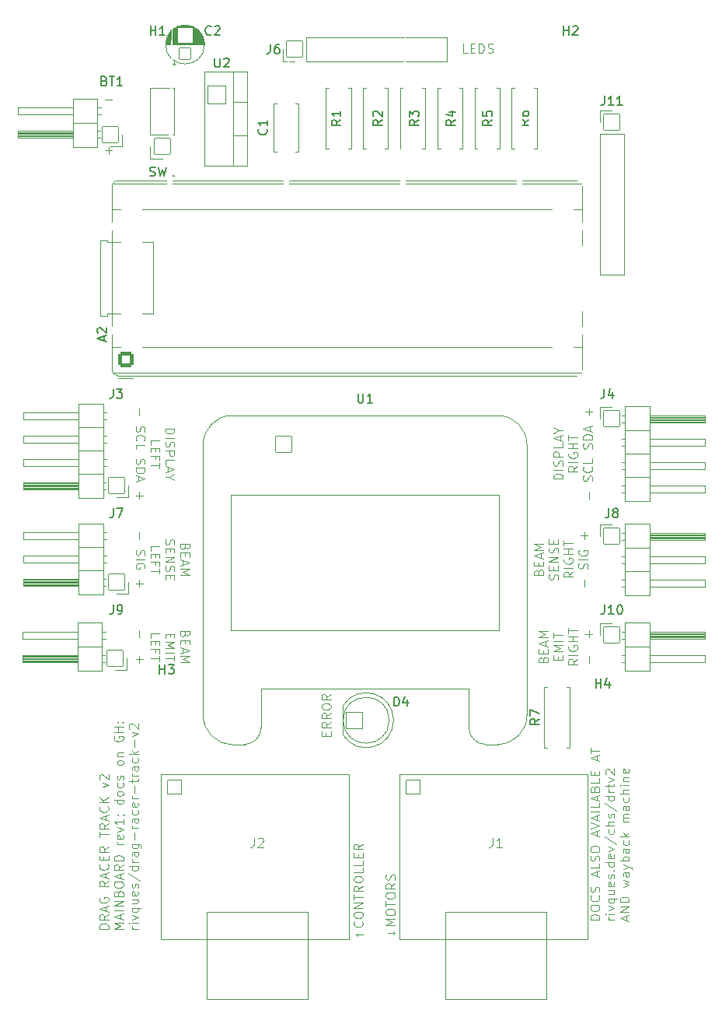
<source format=gto>
G04 #@! TF.GenerationSoftware,KiCad,Pcbnew,8.0.8*
G04 #@! TF.CreationDate,2025-01-15T15:59:59-05:00*
G04 #@! TF.ProjectId,mainboard,6d61696e-626f-4617-9264-2e6b69636164,rev?*
G04 #@! TF.SameCoordinates,Original*
G04 #@! TF.FileFunction,Legend,Top*
G04 #@! TF.FilePolarity,Positive*
%FSLAX46Y46*%
G04 Gerber Fmt 4.6, Leading zero omitted, Abs format (unit mm)*
G04 Created by KiCad (PCBNEW 8.0.8) date 2025-01-15 15:59:59*
%MOMM*%
%LPD*%
G01*
G04 APERTURE LIST*
G04 Aperture macros list*
%AMRoundRect*
0 Rectangle with rounded corners*
0 $1 Rounding radius*
0 $2 $3 $4 $5 $6 $7 $8 $9 X,Y pos of 4 corners*
0 Add a 4 corners polygon primitive as box body*
4,1,4,$2,$3,$4,$5,$6,$7,$8,$9,$2,$3,0*
0 Add four circle primitives for the rounded corners*
1,1,$1+$1,$2,$3*
1,1,$1+$1,$4,$5*
1,1,$1+$1,$6,$7*
1,1,$1+$1,$8,$9*
0 Add four rect primitives between the rounded corners*
20,1,$1+$1,$2,$3,$4,$5,0*
20,1,$1+$1,$4,$5,$6,$7,0*
20,1,$1+$1,$6,$7,$8,$9,0*
20,1,$1+$1,$8,$9,$2,$3,0*%
%AMFreePoly0*
4,1,51,0.612105,0.832986,0.644504,0.832986,0.660992,0.829223,0.741186,0.790603,0.754407,0.780059,0.809903,0.710470,0.817241,0.695233,0.837047,0.608456,0.838000,0.600000,0.838000,-0.600000,0.837047,-0.608456,0.817241,-0.695233,0.809903,-0.710470,0.754407,-0.780059,0.741186,-0.790603,0.660992,-0.829223,0.644504,-0.832986,0.612105,-0.832986,0.600000,-0.838000,0.000000,-0.838000,
-0.004255,-0.837761,-0.182272,-0.817703,-0.190568,-0.815810,-0.359658,-0.756643,-0.367324,-0.752951,-0.519009,-0.657641,-0.525662,-0.652335,-0.652335,-0.525662,-0.657641,-0.519009,-0.752951,-0.367324,-0.756643,-0.359658,-0.815810,-0.190568,-0.817703,-0.182272,-0.837761,-0.004255,-0.837761,0.004255,-0.817703,0.182272,-0.815810,0.190568,-0.756643,0.359658,-0.752951,0.367324,-0.657641,0.519009,
-0.652335,0.525662,-0.525662,0.652335,-0.519009,0.657641,-0.367324,0.752951,-0.359658,0.756643,-0.190568,0.815810,-0.182272,0.817703,-0.004255,0.837761,0.000000,0.838000,0.600000,0.838000,0.612105,0.832986,0.612105,0.832986,$1*%
%AMFreePoly1*
4,1,51,0.004255,0.837761,0.182272,0.817703,0.190568,0.815810,0.359658,0.756643,0.367324,0.752951,0.519009,0.657641,0.525662,0.652335,0.652335,0.525662,0.657641,0.519009,0.752951,0.367324,0.756643,0.359658,0.815810,0.190568,0.817703,0.182272,0.837761,0.004255,0.837761,-0.004255,0.817703,-0.182272,0.815810,-0.190568,0.756643,-0.359658,0.752951,-0.367324,0.657641,-0.519009,
0.652335,-0.525662,0.525662,-0.652335,0.519009,-0.657641,0.367324,-0.752951,0.359658,-0.756643,0.190568,-0.815810,0.182272,-0.817703,0.004255,-0.837761,0.000000,-0.838000,-0.600000,-0.838000,-0.612105,-0.832986,-0.644504,-0.832986,-0.660992,-0.829223,-0.741186,-0.790603,-0.754407,-0.780059,-0.809903,-0.710470,-0.817241,-0.695233,-0.837047,-0.608456,-0.838000,-0.600000,-0.838000,0.600000,
-0.837047,0.608456,-0.817241,0.695233,-0.809903,0.710470,-0.754407,0.780059,-0.741186,0.790603,-0.660992,0.829223,-0.644504,0.832986,-0.612105,0.832986,-0.600000,0.838000,0.000000,0.838000,0.004255,0.837761,0.004255,0.837761,$1*%
G04 Aperture macros list end*
%ADD10C,0.100000*%
%ADD11C,0.150000*%
%ADD12C,0.120000*%
%ADD13C,3.076000*%
%ADD14C,1.676000*%
%ADD15RoundRect,0.209500X0.628500X-0.628500X0.628500X0.628500X-0.628500X0.628500X-0.628500X-0.628500X0*%
%ADD16FreePoly0,90.000000*%
%ADD17FreePoly1,90.000000*%
%ADD18O,1.676000X1.676000*%
%ADD19RoundRect,0.038000X0.850000X0.850000X-0.850000X0.850000X-0.850000X-0.850000X0.850000X-0.850000X0*%
%ADD20O,1.776000X1.776000*%
%ADD21RoundRect,0.038000X-0.900000X-0.900000X0.900000X-0.900000X0.900000X0.900000X-0.900000X0.900000X0*%
%ADD22C,1.876000*%
%ADD23RoundRect,0.038000X-0.850000X-0.850000X0.850000X-0.850000X0.850000X0.850000X-0.850000X0.850000X0*%
%ADD24C,1.776000*%
%ADD25RoundRect,0.038000X-1.000000X0.952500X-1.000000X-0.952500X1.000000X-0.952500X1.000000X0.952500X0*%
%ADD26O,2.076000X1.981000*%
%ADD27RoundRect,0.038000X-0.762000X-0.762000X0.762000X-0.762000X0.762000X0.762000X-0.762000X0.762000X0*%
%ADD28C,1.600000*%
%ADD29RoundRect,0.038000X0.850000X-0.850000X0.850000X0.850000X-0.850000X0.850000X-0.850000X-0.850000X0*%
%ADD30RoundRect,0.038000X0.600000X-0.600000X0.600000X0.600000X-0.600000X0.600000X-0.600000X-0.600000X0*%
%ADD31C,1.276000*%
G04 APERTURE END LIST*
D10*
X185152531Y-96738094D02*
X184152531Y-96738094D01*
X184152531Y-96738094D02*
X184152531Y-96499999D01*
X184152531Y-96499999D02*
X184200150Y-96357142D01*
X184200150Y-96357142D02*
X184295388Y-96261904D01*
X184295388Y-96261904D02*
X184390626Y-96214285D01*
X184390626Y-96214285D02*
X184581102Y-96166666D01*
X184581102Y-96166666D02*
X184723959Y-96166666D01*
X184723959Y-96166666D02*
X184914435Y-96214285D01*
X184914435Y-96214285D02*
X185009673Y-96261904D01*
X185009673Y-96261904D02*
X185104912Y-96357142D01*
X185104912Y-96357142D02*
X185152531Y-96499999D01*
X185152531Y-96499999D02*
X185152531Y-96738094D01*
X185152531Y-95738094D02*
X184152531Y-95738094D01*
X185104912Y-95309523D02*
X185152531Y-95166666D01*
X185152531Y-95166666D02*
X185152531Y-94928571D01*
X185152531Y-94928571D02*
X185104912Y-94833333D01*
X185104912Y-94833333D02*
X185057292Y-94785714D01*
X185057292Y-94785714D02*
X184962054Y-94738095D01*
X184962054Y-94738095D02*
X184866816Y-94738095D01*
X184866816Y-94738095D02*
X184771578Y-94785714D01*
X184771578Y-94785714D02*
X184723959Y-94833333D01*
X184723959Y-94833333D02*
X184676340Y-94928571D01*
X184676340Y-94928571D02*
X184628721Y-95119047D01*
X184628721Y-95119047D02*
X184581102Y-95214285D01*
X184581102Y-95214285D02*
X184533483Y-95261904D01*
X184533483Y-95261904D02*
X184438245Y-95309523D01*
X184438245Y-95309523D02*
X184343007Y-95309523D01*
X184343007Y-95309523D02*
X184247769Y-95261904D01*
X184247769Y-95261904D02*
X184200150Y-95214285D01*
X184200150Y-95214285D02*
X184152531Y-95119047D01*
X184152531Y-95119047D02*
X184152531Y-94880952D01*
X184152531Y-94880952D02*
X184200150Y-94738095D01*
X185152531Y-94309523D02*
X184152531Y-94309523D01*
X184152531Y-94309523D02*
X184152531Y-93928571D01*
X184152531Y-93928571D02*
X184200150Y-93833333D01*
X184200150Y-93833333D02*
X184247769Y-93785714D01*
X184247769Y-93785714D02*
X184343007Y-93738095D01*
X184343007Y-93738095D02*
X184485864Y-93738095D01*
X184485864Y-93738095D02*
X184581102Y-93785714D01*
X184581102Y-93785714D02*
X184628721Y-93833333D01*
X184628721Y-93833333D02*
X184676340Y-93928571D01*
X184676340Y-93928571D02*
X184676340Y-94309523D01*
X185152531Y-92833333D02*
X185152531Y-93309523D01*
X185152531Y-93309523D02*
X184152531Y-93309523D01*
X184866816Y-92547618D02*
X184866816Y-92071428D01*
X185152531Y-92642856D02*
X184152531Y-92309523D01*
X184152531Y-92309523D02*
X185152531Y-91976190D01*
X184676340Y-91452380D02*
X185152531Y-91452380D01*
X184152531Y-91785713D02*
X184676340Y-91452380D01*
X184676340Y-91452380D02*
X184152531Y-91119047D01*
X186762475Y-95333333D02*
X186286284Y-95666666D01*
X186762475Y-95904761D02*
X185762475Y-95904761D01*
X185762475Y-95904761D02*
X185762475Y-95523809D01*
X185762475Y-95523809D02*
X185810094Y-95428571D01*
X185810094Y-95428571D02*
X185857713Y-95380952D01*
X185857713Y-95380952D02*
X185952951Y-95333333D01*
X185952951Y-95333333D02*
X186095808Y-95333333D01*
X186095808Y-95333333D02*
X186191046Y-95380952D01*
X186191046Y-95380952D02*
X186238665Y-95428571D01*
X186238665Y-95428571D02*
X186286284Y-95523809D01*
X186286284Y-95523809D02*
X186286284Y-95904761D01*
X186762475Y-94904761D02*
X185762475Y-94904761D01*
X185810094Y-93904762D02*
X185762475Y-94000000D01*
X185762475Y-94000000D02*
X185762475Y-94142857D01*
X185762475Y-94142857D02*
X185810094Y-94285714D01*
X185810094Y-94285714D02*
X185905332Y-94380952D01*
X185905332Y-94380952D02*
X186000570Y-94428571D01*
X186000570Y-94428571D02*
X186191046Y-94476190D01*
X186191046Y-94476190D02*
X186333903Y-94476190D01*
X186333903Y-94476190D02*
X186524379Y-94428571D01*
X186524379Y-94428571D02*
X186619617Y-94380952D01*
X186619617Y-94380952D02*
X186714856Y-94285714D01*
X186714856Y-94285714D02*
X186762475Y-94142857D01*
X186762475Y-94142857D02*
X186762475Y-94047619D01*
X186762475Y-94047619D02*
X186714856Y-93904762D01*
X186714856Y-93904762D02*
X186667236Y-93857143D01*
X186667236Y-93857143D02*
X186333903Y-93857143D01*
X186333903Y-93857143D02*
X186333903Y-94047619D01*
X186762475Y-93428571D02*
X185762475Y-93428571D01*
X186238665Y-93428571D02*
X186238665Y-92857143D01*
X186762475Y-92857143D02*
X185762475Y-92857143D01*
X185762475Y-92523809D02*
X185762475Y-91952381D01*
X186762475Y-92238095D02*
X185762475Y-92238095D01*
X187991466Y-98928571D02*
X187991466Y-98166667D01*
X188324800Y-96976190D02*
X188372419Y-96833333D01*
X188372419Y-96833333D02*
X188372419Y-96595238D01*
X188372419Y-96595238D02*
X188324800Y-96500000D01*
X188324800Y-96500000D02*
X188277180Y-96452381D01*
X188277180Y-96452381D02*
X188181942Y-96404762D01*
X188181942Y-96404762D02*
X188086704Y-96404762D01*
X188086704Y-96404762D02*
X187991466Y-96452381D01*
X187991466Y-96452381D02*
X187943847Y-96500000D01*
X187943847Y-96500000D02*
X187896228Y-96595238D01*
X187896228Y-96595238D02*
X187848609Y-96785714D01*
X187848609Y-96785714D02*
X187800990Y-96880952D01*
X187800990Y-96880952D02*
X187753371Y-96928571D01*
X187753371Y-96928571D02*
X187658133Y-96976190D01*
X187658133Y-96976190D02*
X187562895Y-96976190D01*
X187562895Y-96976190D02*
X187467657Y-96928571D01*
X187467657Y-96928571D02*
X187420038Y-96880952D01*
X187420038Y-96880952D02*
X187372419Y-96785714D01*
X187372419Y-96785714D02*
X187372419Y-96547619D01*
X187372419Y-96547619D02*
X187420038Y-96404762D01*
X188277180Y-95404762D02*
X188324800Y-95452381D01*
X188324800Y-95452381D02*
X188372419Y-95595238D01*
X188372419Y-95595238D02*
X188372419Y-95690476D01*
X188372419Y-95690476D02*
X188324800Y-95833333D01*
X188324800Y-95833333D02*
X188229561Y-95928571D01*
X188229561Y-95928571D02*
X188134323Y-95976190D01*
X188134323Y-95976190D02*
X187943847Y-96023809D01*
X187943847Y-96023809D02*
X187800990Y-96023809D01*
X187800990Y-96023809D02*
X187610514Y-95976190D01*
X187610514Y-95976190D02*
X187515276Y-95928571D01*
X187515276Y-95928571D02*
X187420038Y-95833333D01*
X187420038Y-95833333D02*
X187372419Y-95690476D01*
X187372419Y-95690476D02*
X187372419Y-95595238D01*
X187372419Y-95595238D02*
X187420038Y-95452381D01*
X187420038Y-95452381D02*
X187467657Y-95404762D01*
X188372419Y-94500000D02*
X188372419Y-94976190D01*
X188372419Y-94976190D02*
X187372419Y-94976190D01*
X188324800Y-93452380D02*
X188372419Y-93309523D01*
X188372419Y-93309523D02*
X188372419Y-93071428D01*
X188372419Y-93071428D02*
X188324800Y-92976190D01*
X188324800Y-92976190D02*
X188277180Y-92928571D01*
X188277180Y-92928571D02*
X188181942Y-92880952D01*
X188181942Y-92880952D02*
X188086704Y-92880952D01*
X188086704Y-92880952D02*
X187991466Y-92928571D01*
X187991466Y-92928571D02*
X187943847Y-92976190D01*
X187943847Y-92976190D02*
X187896228Y-93071428D01*
X187896228Y-93071428D02*
X187848609Y-93261904D01*
X187848609Y-93261904D02*
X187800990Y-93357142D01*
X187800990Y-93357142D02*
X187753371Y-93404761D01*
X187753371Y-93404761D02*
X187658133Y-93452380D01*
X187658133Y-93452380D02*
X187562895Y-93452380D01*
X187562895Y-93452380D02*
X187467657Y-93404761D01*
X187467657Y-93404761D02*
X187420038Y-93357142D01*
X187420038Y-93357142D02*
X187372419Y-93261904D01*
X187372419Y-93261904D02*
X187372419Y-93023809D01*
X187372419Y-93023809D02*
X187420038Y-92880952D01*
X188372419Y-92452380D02*
X187372419Y-92452380D01*
X187372419Y-92452380D02*
X187372419Y-92214285D01*
X187372419Y-92214285D02*
X187420038Y-92071428D01*
X187420038Y-92071428D02*
X187515276Y-91976190D01*
X187515276Y-91976190D02*
X187610514Y-91928571D01*
X187610514Y-91928571D02*
X187800990Y-91880952D01*
X187800990Y-91880952D02*
X187943847Y-91880952D01*
X187943847Y-91880952D02*
X188134323Y-91928571D01*
X188134323Y-91928571D02*
X188229561Y-91976190D01*
X188229561Y-91976190D02*
X188324800Y-92071428D01*
X188324800Y-92071428D02*
X188372419Y-92214285D01*
X188372419Y-92214285D02*
X188372419Y-92452380D01*
X188086704Y-91499999D02*
X188086704Y-91023809D01*
X188372419Y-91595237D02*
X187372419Y-91261904D01*
X187372419Y-91261904D02*
X188372419Y-90928571D01*
X187991466Y-89833332D02*
X187991466Y-89071428D01*
X188372419Y-89452380D02*
X187610514Y-89452380D01*
X163372419Y-146315163D02*
X162610514Y-146315163D01*
X162800990Y-146505639D02*
X162610514Y-146315163D01*
X162610514Y-146315163D02*
X162800990Y-146124687D01*
X163277180Y-144886592D02*
X163324800Y-144934211D01*
X163324800Y-144934211D02*
X163372419Y-145077068D01*
X163372419Y-145077068D02*
X163372419Y-145172306D01*
X163372419Y-145172306D02*
X163324800Y-145315163D01*
X163324800Y-145315163D02*
X163229561Y-145410401D01*
X163229561Y-145410401D02*
X163134323Y-145458020D01*
X163134323Y-145458020D02*
X162943847Y-145505639D01*
X162943847Y-145505639D02*
X162800990Y-145505639D01*
X162800990Y-145505639D02*
X162610514Y-145458020D01*
X162610514Y-145458020D02*
X162515276Y-145410401D01*
X162515276Y-145410401D02*
X162420038Y-145315163D01*
X162420038Y-145315163D02*
X162372419Y-145172306D01*
X162372419Y-145172306D02*
X162372419Y-145077068D01*
X162372419Y-145077068D02*
X162420038Y-144934211D01*
X162420038Y-144934211D02*
X162467657Y-144886592D01*
X162372419Y-144267544D02*
X162372419Y-144077068D01*
X162372419Y-144077068D02*
X162420038Y-143981830D01*
X162420038Y-143981830D02*
X162515276Y-143886592D01*
X162515276Y-143886592D02*
X162705752Y-143838973D01*
X162705752Y-143838973D02*
X163039085Y-143838973D01*
X163039085Y-143838973D02*
X163229561Y-143886592D01*
X163229561Y-143886592D02*
X163324800Y-143981830D01*
X163324800Y-143981830D02*
X163372419Y-144077068D01*
X163372419Y-144077068D02*
X163372419Y-144267544D01*
X163372419Y-144267544D02*
X163324800Y-144362782D01*
X163324800Y-144362782D02*
X163229561Y-144458020D01*
X163229561Y-144458020D02*
X163039085Y-144505639D01*
X163039085Y-144505639D02*
X162705752Y-144505639D01*
X162705752Y-144505639D02*
X162515276Y-144458020D01*
X162515276Y-144458020D02*
X162420038Y-144362782D01*
X162420038Y-144362782D02*
X162372419Y-144267544D01*
X163372419Y-143410401D02*
X162372419Y-143410401D01*
X162372419Y-143410401D02*
X163372419Y-142838973D01*
X163372419Y-142838973D02*
X162372419Y-142838973D01*
X162372419Y-142505639D02*
X162372419Y-141934211D01*
X163372419Y-142219925D02*
X162372419Y-142219925D01*
X163372419Y-141029449D02*
X162896228Y-141362782D01*
X163372419Y-141600877D02*
X162372419Y-141600877D01*
X162372419Y-141600877D02*
X162372419Y-141219925D01*
X162372419Y-141219925D02*
X162420038Y-141124687D01*
X162420038Y-141124687D02*
X162467657Y-141077068D01*
X162467657Y-141077068D02*
X162562895Y-141029449D01*
X162562895Y-141029449D02*
X162705752Y-141029449D01*
X162705752Y-141029449D02*
X162800990Y-141077068D01*
X162800990Y-141077068D02*
X162848609Y-141124687D01*
X162848609Y-141124687D02*
X162896228Y-141219925D01*
X162896228Y-141219925D02*
X162896228Y-141600877D01*
X162372419Y-140410401D02*
X162372419Y-140219925D01*
X162372419Y-140219925D02*
X162420038Y-140124687D01*
X162420038Y-140124687D02*
X162515276Y-140029449D01*
X162515276Y-140029449D02*
X162705752Y-139981830D01*
X162705752Y-139981830D02*
X163039085Y-139981830D01*
X163039085Y-139981830D02*
X163229561Y-140029449D01*
X163229561Y-140029449D02*
X163324800Y-140124687D01*
X163324800Y-140124687D02*
X163372419Y-140219925D01*
X163372419Y-140219925D02*
X163372419Y-140410401D01*
X163372419Y-140410401D02*
X163324800Y-140505639D01*
X163324800Y-140505639D02*
X163229561Y-140600877D01*
X163229561Y-140600877D02*
X163039085Y-140648496D01*
X163039085Y-140648496D02*
X162705752Y-140648496D01*
X162705752Y-140648496D02*
X162515276Y-140600877D01*
X162515276Y-140600877D02*
X162420038Y-140505639D01*
X162420038Y-140505639D02*
X162372419Y-140410401D01*
X163372419Y-139077068D02*
X163372419Y-139553258D01*
X163372419Y-139553258D02*
X162372419Y-139553258D01*
X163372419Y-138267544D02*
X163372419Y-138743734D01*
X163372419Y-138743734D02*
X162372419Y-138743734D01*
X162848609Y-137934210D02*
X162848609Y-137600877D01*
X163372419Y-137458020D02*
X163372419Y-137934210D01*
X163372419Y-137934210D02*
X162372419Y-137934210D01*
X162372419Y-137934210D02*
X162372419Y-137458020D01*
X163372419Y-136458020D02*
X162896228Y-136791353D01*
X163372419Y-137029448D02*
X162372419Y-137029448D01*
X162372419Y-137029448D02*
X162372419Y-136648496D01*
X162372419Y-136648496D02*
X162420038Y-136553258D01*
X162420038Y-136553258D02*
X162467657Y-136505639D01*
X162467657Y-136505639D02*
X162562895Y-136458020D01*
X162562895Y-136458020D02*
X162705752Y-136458020D01*
X162705752Y-136458020D02*
X162800990Y-136505639D01*
X162800990Y-136505639D02*
X162848609Y-136553258D01*
X162848609Y-136553258D02*
X162896228Y-136648496D01*
X162896228Y-136648496D02*
X162896228Y-137029448D01*
X174780074Y-50372419D02*
X174303884Y-50372419D01*
X174303884Y-50372419D02*
X174303884Y-49372419D01*
X175113408Y-49848609D02*
X175446741Y-49848609D01*
X175589598Y-50372419D02*
X175113408Y-50372419D01*
X175113408Y-50372419D02*
X175113408Y-49372419D01*
X175113408Y-49372419D02*
X175589598Y-49372419D01*
X176018170Y-50372419D02*
X176018170Y-49372419D01*
X176018170Y-49372419D02*
X176256265Y-49372419D01*
X176256265Y-49372419D02*
X176399122Y-49420038D01*
X176399122Y-49420038D02*
X176494360Y-49515276D01*
X176494360Y-49515276D02*
X176541979Y-49610514D01*
X176541979Y-49610514D02*
X176589598Y-49800990D01*
X176589598Y-49800990D02*
X176589598Y-49943847D01*
X176589598Y-49943847D02*
X176541979Y-50134323D01*
X176541979Y-50134323D02*
X176494360Y-50229561D01*
X176494360Y-50229561D02*
X176399122Y-50324800D01*
X176399122Y-50324800D02*
X176256265Y-50372419D01*
X176256265Y-50372419D02*
X176018170Y-50372419D01*
X176970551Y-50324800D02*
X177113408Y-50372419D01*
X177113408Y-50372419D02*
X177351503Y-50372419D01*
X177351503Y-50372419D02*
X177446741Y-50324800D01*
X177446741Y-50324800D02*
X177494360Y-50277180D01*
X177494360Y-50277180D02*
X177541979Y-50181942D01*
X177541979Y-50181942D02*
X177541979Y-50086704D01*
X177541979Y-50086704D02*
X177494360Y-49991466D01*
X177494360Y-49991466D02*
X177446741Y-49943847D01*
X177446741Y-49943847D02*
X177351503Y-49896228D01*
X177351503Y-49896228D02*
X177161027Y-49848609D01*
X177161027Y-49848609D02*
X177065789Y-49800990D01*
X177065789Y-49800990D02*
X177018170Y-49753371D01*
X177018170Y-49753371D02*
X176970551Y-49658133D01*
X176970551Y-49658133D02*
X176970551Y-49562895D01*
X176970551Y-49562895D02*
X177018170Y-49467657D01*
X177018170Y-49467657D02*
X177065789Y-49420038D01*
X177065789Y-49420038D02*
X177161027Y-49372419D01*
X177161027Y-49372419D02*
X177399122Y-49372419D01*
X177399122Y-49372419D02*
X177541979Y-49420038D01*
X166110514Y-146165163D02*
X166872419Y-146165163D01*
X166681942Y-145974687D02*
X166872419Y-146165163D01*
X166872419Y-146165163D02*
X166681942Y-146355639D01*
X166872419Y-145308020D02*
X165872419Y-145308020D01*
X165872419Y-145308020D02*
X166586704Y-144974687D01*
X166586704Y-144974687D02*
X165872419Y-144641354D01*
X165872419Y-144641354D02*
X166872419Y-144641354D01*
X165872419Y-143974687D02*
X165872419Y-143784211D01*
X165872419Y-143784211D02*
X165920038Y-143688973D01*
X165920038Y-143688973D02*
X166015276Y-143593735D01*
X166015276Y-143593735D02*
X166205752Y-143546116D01*
X166205752Y-143546116D02*
X166539085Y-143546116D01*
X166539085Y-143546116D02*
X166729561Y-143593735D01*
X166729561Y-143593735D02*
X166824800Y-143688973D01*
X166824800Y-143688973D02*
X166872419Y-143784211D01*
X166872419Y-143784211D02*
X166872419Y-143974687D01*
X166872419Y-143974687D02*
X166824800Y-144069925D01*
X166824800Y-144069925D02*
X166729561Y-144165163D01*
X166729561Y-144165163D02*
X166539085Y-144212782D01*
X166539085Y-144212782D02*
X166205752Y-144212782D01*
X166205752Y-144212782D02*
X166015276Y-144165163D01*
X166015276Y-144165163D02*
X165920038Y-144069925D01*
X165920038Y-144069925D02*
X165872419Y-143974687D01*
X165872419Y-143260401D02*
X165872419Y-142688973D01*
X166872419Y-142974687D02*
X165872419Y-142974687D01*
X165872419Y-142165163D02*
X165872419Y-141974687D01*
X165872419Y-141974687D02*
X165920038Y-141879449D01*
X165920038Y-141879449D02*
X166015276Y-141784211D01*
X166015276Y-141784211D02*
X166205752Y-141736592D01*
X166205752Y-141736592D02*
X166539085Y-141736592D01*
X166539085Y-141736592D02*
X166729561Y-141784211D01*
X166729561Y-141784211D02*
X166824800Y-141879449D01*
X166824800Y-141879449D02*
X166872419Y-141974687D01*
X166872419Y-141974687D02*
X166872419Y-142165163D01*
X166872419Y-142165163D02*
X166824800Y-142260401D01*
X166824800Y-142260401D02*
X166729561Y-142355639D01*
X166729561Y-142355639D02*
X166539085Y-142403258D01*
X166539085Y-142403258D02*
X166205752Y-142403258D01*
X166205752Y-142403258D02*
X166015276Y-142355639D01*
X166015276Y-142355639D02*
X165920038Y-142260401D01*
X165920038Y-142260401D02*
X165872419Y-142165163D01*
X166872419Y-140736592D02*
X166396228Y-141069925D01*
X166872419Y-141308020D02*
X165872419Y-141308020D01*
X165872419Y-141308020D02*
X165872419Y-140927068D01*
X165872419Y-140927068D02*
X165920038Y-140831830D01*
X165920038Y-140831830D02*
X165967657Y-140784211D01*
X165967657Y-140784211D02*
X166062895Y-140736592D01*
X166062895Y-140736592D02*
X166205752Y-140736592D01*
X166205752Y-140736592D02*
X166300990Y-140784211D01*
X166300990Y-140784211D02*
X166348609Y-140831830D01*
X166348609Y-140831830D02*
X166396228Y-140927068D01*
X166396228Y-140927068D02*
X166396228Y-141308020D01*
X166824800Y-140355639D02*
X166872419Y-140212782D01*
X166872419Y-140212782D02*
X166872419Y-139974687D01*
X166872419Y-139974687D02*
X166824800Y-139879449D01*
X166824800Y-139879449D02*
X166777180Y-139831830D01*
X166777180Y-139831830D02*
X166681942Y-139784211D01*
X166681942Y-139784211D02*
X166586704Y-139784211D01*
X166586704Y-139784211D02*
X166491466Y-139831830D01*
X166491466Y-139831830D02*
X166443847Y-139879449D01*
X166443847Y-139879449D02*
X166396228Y-139974687D01*
X166396228Y-139974687D02*
X166348609Y-140165163D01*
X166348609Y-140165163D02*
X166300990Y-140260401D01*
X166300990Y-140260401D02*
X166253371Y-140308020D01*
X166253371Y-140308020D02*
X166158133Y-140355639D01*
X166158133Y-140355639D02*
X166062895Y-140355639D01*
X166062895Y-140355639D02*
X165967657Y-140308020D01*
X165967657Y-140308020D02*
X165920038Y-140260401D01*
X165920038Y-140260401D02*
X165872419Y-140165163D01*
X165872419Y-140165163D02*
X165872419Y-139927068D01*
X165872419Y-139927068D02*
X165920038Y-139784211D01*
X143981222Y-104119047D02*
X143933603Y-104261904D01*
X143933603Y-104261904D02*
X143885984Y-104309523D01*
X143885984Y-104309523D02*
X143790746Y-104357142D01*
X143790746Y-104357142D02*
X143647889Y-104357142D01*
X143647889Y-104357142D02*
X143552651Y-104309523D01*
X143552651Y-104309523D02*
X143505032Y-104261904D01*
X143505032Y-104261904D02*
X143457412Y-104166666D01*
X143457412Y-104166666D02*
X143457412Y-103785714D01*
X143457412Y-103785714D02*
X144457412Y-103785714D01*
X144457412Y-103785714D02*
X144457412Y-104119047D01*
X144457412Y-104119047D02*
X144409793Y-104214285D01*
X144409793Y-104214285D02*
X144362174Y-104261904D01*
X144362174Y-104261904D02*
X144266936Y-104309523D01*
X144266936Y-104309523D02*
X144171698Y-104309523D01*
X144171698Y-104309523D02*
X144076460Y-104261904D01*
X144076460Y-104261904D02*
X144028841Y-104214285D01*
X144028841Y-104214285D02*
X143981222Y-104119047D01*
X143981222Y-104119047D02*
X143981222Y-103785714D01*
X143981222Y-104785714D02*
X143981222Y-105119047D01*
X143457412Y-105261904D02*
X143457412Y-104785714D01*
X143457412Y-104785714D02*
X144457412Y-104785714D01*
X144457412Y-104785714D02*
X144457412Y-105261904D01*
X143743127Y-105642857D02*
X143743127Y-106119047D01*
X143457412Y-105547619D02*
X144457412Y-105880952D01*
X144457412Y-105880952D02*
X143457412Y-106214285D01*
X143457412Y-106547619D02*
X144457412Y-106547619D01*
X144457412Y-106547619D02*
X143743127Y-106880952D01*
X143743127Y-106880952D02*
X144457412Y-107214285D01*
X144457412Y-107214285D02*
X143457412Y-107214285D01*
X141895088Y-103309524D02*
X141847468Y-103452381D01*
X141847468Y-103452381D02*
X141847468Y-103690476D01*
X141847468Y-103690476D02*
X141895088Y-103785714D01*
X141895088Y-103785714D02*
X141942707Y-103833333D01*
X141942707Y-103833333D02*
X142037945Y-103880952D01*
X142037945Y-103880952D02*
X142133183Y-103880952D01*
X142133183Y-103880952D02*
X142228421Y-103833333D01*
X142228421Y-103833333D02*
X142276040Y-103785714D01*
X142276040Y-103785714D02*
X142323659Y-103690476D01*
X142323659Y-103690476D02*
X142371278Y-103500000D01*
X142371278Y-103500000D02*
X142418897Y-103404762D01*
X142418897Y-103404762D02*
X142466516Y-103357143D01*
X142466516Y-103357143D02*
X142561754Y-103309524D01*
X142561754Y-103309524D02*
X142656992Y-103309524D01*
X142656992Y-103309524D02*
X142752230Y-103357143D01*
X142752230Y-103357143D02*
X142799849Y-103404762D01*
X142799849Y-103404762D02*
X142847468Y-103500000D01*
X142847468Y-103500000D02*
X142847468Y-103738095D01*
X142847468Y-103738095D02*
X142799849Y-103880952D01*
X142371278Y-104309524D02*
X142371278Y-104642857D01*
X141847468Y-104785714D02*
X141847468Y-104309524D01*
X141847468Y-104309524D02*
X142847468Y-104309524D01*
X142847468Y-104309524D02*
X142847468Y-104785714D01*
X141847468Y-105214286D02*
X142847468Y-105214286D01*
X142847468Y-105214286D02*
X141847468Y-105785714D01*
X141847468Y-105785714D02*
X142847468Y-105785714D01*
X141895088Y-106214286D02*
X141847468Y-106357143D01*
X141847468Y-106357143D02*
X141847468Y-106595238D01*
X141847468Y-106595238D02*
X141895088Y-106690476D01*
X141895088Y-106690476D02*
X141942707Y-106738095D01*
X141942707Y-106738095D02*
X142037945Y-106785714D01*
X142037945Y-106785714D02*
X142133183Y-106785714D01*
X142133183Y-106785714D02*
X142228421Y-106738095D01*
X142228421Y-106738095D02*
X142276040Y-106690476D01*
X142276040Y-106690476D02*
X142323659Y-106595238D01*
X142323659Y-106595238D02*
X142371278Y-106404762D01*
X142371278Y-106404762D02*
X142418897Y-106309524D01*
X142418897Y-106309524D02*
X142466516Y-106261905D01*
X142466516Y-106261905D02*
X142561754Y-106214286D01*
X142561754Y-106214286D02*
X142656992Y-106214286D01*
X142656992Y-106214286D02*
X142752230Y-106261905D01*
X142752230Y-106261905D02*
X142799849Y-106309524D01*
X142799849Y-106309524D02*
X142847468Y-106404762D01*
X142847468Y-106404762D02*
X142847468Y-106642857D01*
X142847468Y-106642857D02*
X142799849Y-106785714D01*
X142371278Y-107214286D02*
X142371278Y-107547619D01*
X141847468Y-107690476D02*
X141847468Y-107214286D01*
X141847468Y-107214286D02*
X142847468Y-107214286D01*
X142847468Y-107214286D02*
X142847468Y-107690476D01*
X140237524Y-104547618D02*
X140237524Y-104071428D01*
X140237524Y-104071428D02*
X141237524Y-104071428D01*
X140761334Y-104880952D02*
X140761334Y-105214285D01*
X140237524Y-105357142D02*
X140237524Y-104880952D01*
X140237524Y-104880952D02*
X141237524Y-104880952D01*
X141237524Y-104880952D02*
X141237524Y-105357142D01*
X140761334Y-106119047D02*
X140761334Y-105785714D01*
X140237524Y-105785714D02*
X141237524Y-105785714D01*
X141237524Y-105785714D02*
X141237524Y-106261904D01*
X141237524Y-106500000D02*
X141237524Y-107071428D01*
X140237524Y-106785714D02*
X141237524Y-106785714D01*
X139008533Y-102523810D02*
X139008533Y-103285715D01*
X138675200Y-104476191D02*
X138627580Y-104619048D01*
X138627580Y-104619048D02*
X138627580Y-104857143D01*
X138627580Y-104857143D02*
X138675200Y-104952381D01*
X138675200Y-104952381D02*
X138722819Y-105000000D01*
X138722819Y-105000000D02*
X138818057Y-105047619D01*
X138818057Y-105047619D02*
X138913295Y-105047619D01*
X138913295Y-105047619D02*
X139008533Y-105000000D01*
X139008533Y-105000000D02*
X139056152Y-104952381D01*
X139056152Y-104952381D02*
X139103771Y-104857143D01*
X139103771Y-104857143D02*
X139151390Y-104666667D01*
X139151390Y-104666667D02*
X139199009Y-104571429D01*
X139199009Y-104571429D02*
X139246628Y-104523810D01*
X139246628Y-104523810D02*
X139341866Y-104476191D01*
X139341866Y-104476191D02*
X139437104Y-104476191D01*
X139437104Y-104476191D02*
X139532342Y-104523810D01*
X139532342Y-104523810D02*
X139579961Y-104571429D01*
X139579961Y-104571429D02*
X139627580Y-104666667D01*
X139627580Y-104666667D02*
X139627580Y-104904762D01*
X139627580Y-104904762D02*
X139579961Y-105047619D01*
X138627580Y-105476191D02*
X139627580Y-105476191D01*
X139579961Y-106476190D02*
X139627580Y-106380952D01*
X139627580Y-106380952D02*
X139627580Y-106238095D01*
X139627580Y-106238095D02*
X139579961Y-106095238D01*
X139579961Y-106095238D02*
X139484723Y-106000000D01*
X139484723Y-106000000D02*
X139389485Y-105952381D01*
X139389485Y-105952381D02*
X139199009Y-105904762D01*
X139199009Y-105904762D02*
X139056152Y-105904762D01*
X139056152Y-105904762D02*
X138865676Y-105952381D01*
X138865676Y-105952381D02*
X138770438Y-106000000D01*
X138770438Y-106000000D02*
X138675200Y-106095238D01*
X138675200Y-106095238D02*
X138627580Y-106238095D01*
X138627580Y-106238095D02*
X138627580Y-106333333D01*
X138627580Y-106333333D02*
X138675200Y-106476190D01*
X138675200Y-106476190D02*
X138722819Y-106523809D01*
X138722819Y-106523809D02*
X139056152Y-106523809D01*
X139056152Y-106523809D02*
X139056152Y-106333333D01*
X139008533Y-107714286D02*
X139008533Y-108476191D01*
X138627580Y-108095238D02*
X139389485Y-108095238D01*
X143981222Y-113619047D02*
X143933603Y-113761904D01*
X143933603Y-113761904D02*
X143885984Y-113809523D01*
X143885984Y-113809523D02*
X143790746Y-113857142D01*
X143790746Y-113857142D02*
X143647889Y-113857142D01*
X143647889Y-113857142D02*
X143552651Y-113809523D01*
X143552651Y-113809523D02*
X143505032Y-113761904D01*
X143505032Y-113761904D02*
X143457412Y-113666666D01*
X143457412Y-113666666D02*
X143457412Y-113285714D01*
X143457412Y-113285714D02*
X144457412Y-113285714D01*
X144457412Y-113285714D02*
X144457412Y-113619047D01*
X144457412Y-113619047D02*
X144409793Y-113714285D01*
X144409793Y-113714285D02*
X144362174Y-113761904D01*
X144362174Y-113761904D02*
X144266936Y-113809523D01*
X144266936Y-113809523D02*
X144171698Y-113809523D01*
X144171698Y-113809523D02*
X144076460Y-113761904D01*
X144076460Y-113761904D02*
X144028841Y-113714285D01*
X144028841Y-113714285D02*
X143981222Y-113619047D01*
X143981222Y-113619047D02*
X143981222Y-113285714D01*
X143981222Y-114285714D02*
X143981222Y-114619047D01*
X143457412Y-114761904D02*
X143457412Y-114285714D01*
X143457412Y-114285714D02*
X144457412Y-114285714D01*
X144457412Y-114285714D02*
X144457412Y-114761904D01*
X143743127Y-115142857D02*
X143743127Y-115619047D01*
X143457412Y-115047619D02*
X144457412Y-115380952D01*
X144457412Y-115380952D02*
X143457412Y-115714285D01*
X143457412Y-116047619D02*
X144457412Y-116047619D01*
X144457412Y-116047619D02*
X143743127Y-116380952D01*
X143743127Y-116380952D02*
X144457412Y-116714285D01*
X144457412Y-116714285D02*
X143457412Y-116714285D01*
X142371278Y-113595238D02*
X142371278Y-113928571D01*
X141847468Y-114071428D02*
X141847468Y-113595238D01*
X141847468Y-113595238D02*
X142847468Y-113595238D01*
X142847468Y-113595238D02*
X142847468Y-114071428D01*
X141847468Y-114500000D02*
X142847468Y-114500000D01*
X142847468Y-114500000D02*
X142133183Y-114833333D01*
X142133183Y-114833333D02*
X142847468Y-115166666D01*
X142847468Y-115166666D02*
X141847468Y-115166666D01*
X141847468Y-115642857D02*
X142847468Y-115642857D01*
X142847468Y-115976190D02*
X142847468Y-116547618D01*
X141847468Y-116261904D02*
X142847468Y-116261904D01*
X140237524Y-114047618D02*
X140237524Y-113571428D01*
X140237524Y-113571428D02*
X141237524Y-113571428D01*
X140761334Y-114380952D02*
X140761334Y-114714285D01*
X140237524Y-114857142D02*
X140237524Y-114380952D01*
X140237524Y-114380952D02*
X141237524Y-114380952D01*
X141237524Y-114380952D02*
X141237524Y-114857142D01*
X140761334Y-115619047D02*
X140761334Y-115285714D01*
X140237524Y-115285714D02*
X141237524Y-115285714D01*
X141237524Y-115285714D02*
X141237524Y-115761904D01*
X141237524Y-116000000D02*
X141237524Y-116571428D01*
X140237524Y-116285714D02*
X141237524Y-116285714D01*
X139008533Y-113238095D02*
X139008533Y-114000000D01*
X139008533Y-116000000D02*
X139008533Y-116761905D01*
X138627580Y-116380952D02*
X139389485Y-116380952D01*
X182518777Y-106880952D02*
X182566396Y-106738095D01*
X182566396Y-106738095D02*
X182614015Y-106690476D01*
X182614015Y-106690476D02*
X182709253Y-106642857D01*
X182709253Y-106642857D02*
X182852110Y-106642857D01*
X182852110Y-106642857D02*
X182947348Y-106690476D01*
X182947348Y-106690476D02*
X182994968Y-106738095D01*
X182994968Y-106738095D02*
X183042587Y-106833333D01*
X183042587Y-106833333D02*
X183042587Y-107214285D01*
X183042587Y-107214285D02*
X182042587Y-107214285D01*
X182042587Y-107214285D02*
X182042587Y-106880952D01*
X182042587Y-106880952D02*
X182090206Y-106785714D01*
X182090206Y-106785714D02*
X182137825Y-106738095D01*
X182137825Y-106738095D02*
X182233063Y-106690476D01*
X182233063Y-106690476D02*
X182328301Y-106690476D01*
X182328301Y-106690476D02*
X182423539Y-106738095D01*
X182423539Y-106738095D02*
X182471158Y-106785714D01*
X182471158Y-106785714D02*
X182518777Y-106880952D01*
X182518777Y-106880952D02*
X182518777Y-107214285D01*
X182518777Y-106214285D02*
X182518777Y-105880952D01*
X183042587Y-105738095D02*
X183042587Y-106214285D01*
X183042587Y-106214285D02*
X182042587Y-106214285D01*
X182042587Y-106214285D02*
X182042587Y-105738095D01*
X182756872Y-105357142D02*
X182756872Y-104880952D01*
X183042587Y-105452380D02*
X182042587Y-105119047D01*
X182042587Y-105119047D02*
X183042587Y-104785714D01*
X183042587Y-104452380D02*
X182042587Y-104452380D01*
X182042587Y-104452380D02*
X182756872Y-104119047D01*
X182756872Y-104119047D02*
X182042587Y-103785714D01*
X182042587Y-103785714D02*
X183042587Y-103785714D01*
X184604912Y-107690475D02*
X184652531Y-107547618D01*
X184652531Y-107547618D02*
X184652531Y-107309523D01*
X184652531Y-107309523D02*
X184604912Y-107214285D01*
X184604912Y-107214285D02*
X184557292Y-107166666D01*
X184557292Y-107166666D02*
X184462054Y-107119047D01*
X184462054Y-107119047D02*
X184366816Y-107119047D01*
X184366816Y-107119047D02*
X184271578Y-107166666D01*
X184271578Y-107166666D02*
X184223959Y-107214285D01*
X184223959Y-107214285D02*
X184176340Y-107309523D01*
X184176340Y-107309523D02*
X184128721Y-107499999D01*
X184128721Y-107499999D02*
X184081102Y-107595237D01*
X184081102Y-107595237D02*
X184033483Y-107642856D01*
X184033483Y-107642856D02*
X183938245Y-107690475D01*
X183938245Y-107690475D02*
X183843007Y-107690475D01*
X183843007Y-107690475D02*
X183747769Y-107642856D01*
X183747769Y-107642856D02*
X183700150Y-107595237D01*
X183700150Y-107595237D02*
X183652531Y-107499999D01*
X183652531Y-107499999D02*
X183652531Y-107261904D01*
X183652531Y-107261904D02*
X183700150Y-107119047D01*
X184128721Y-106690475D02*
X184128721Y-106357142D01*
X184652531Y-106214285D02*
X184652531Y-106690475D01*
X184652531Y-106690475D02*
X183652531Y-106690475D01*
X183652531Y-106690475D02*
X183652531Y-106214285D01*
X184652531Y-105785713D02*
X183652531Y-105785713D01*
X183652531Y-105785713D02*
X184652531Y-105214285D01*
X184652531Y-105214285D02*
X183652531Y-105214285D01*
X184604912Y-104785713D02*
X184652531Y-104642856D01*
X184652531Y-104642856D02*
X184652531Y-104404761D01*
X184652531Y-104404761D02*
X184604912Y-104309523D01*
X184604912Y-104309523D02*
X184557292Y-104261904D01*
X184557292Y-104261904D02*
X184462054Y-104214285D01*
X184462054Y-104214285D02*
X184366816Y-104214285D01*
X184366816Y-104214285D02*
X184271578Y-104261904D01*
X184271578Y-104261904D02*
X184223959Y-104309523D01*
X184223959Y-104309523D02*
X184176340Y-104404761D01*
X184176340Y-104404761D02*
X184128721Y-104595237D01*
X184128721Y-104595237D02*
X184081102Y-104690475D01*
X184081102Y-104690475D02*
X184033483Y-104738094D01*
X184033483Y-104738094D02*
X183938245Y-104785713D01*
X183938245Y-104785713D02*
X183843007Y-104785713D01*
X183843007Y-104785713D02*
X183747769Y-104738094D01*
X183747769Y-104738094D02*
X183700150Y-104690475D01*
X183700150Y-104690475D02*
X183652531Y-104595237D01*
X183652531Y-104595237D02*
X183652531Y-104357142D01*
X183652531Y-104357142D02*
X183700150Y-104214285D01*
X184128721Y-103785713D02*
X184128721Y-103452380D01*
X184652531Y-103309523D02*
X184652531Y-103785713D01*
X184652531Y-103785713D02*
X183652531Y-103785713D01*
X183652531Y-103785713D02*
X183652531Y-103309523D01*
X186262475Y-106833333D02*
X185786284Y-107166666D01*
X186262475Y-107404761D02*
X185262475Y-107404761D01*
X185262475Y-107404761D02*
X185262475Y-107023809D01*
X185262475Y-107023809D02*
X185310094Y-106928571D01*
X185310094Y-106928571D02*
X185357713Y-106880952D01*
X185357713Y-106880952D02*
X185452951Y-106833333D01*
X185452951Y-106833333D02*
X185595808Y-106833333D01*
X185595808Y-106833333D02*
X185691046Y-106880952D01*
X185691046Y-106880952D02*
X185738665Y-106928571D01*
X185738665Y-106928571D02*
X185786284Y-107023809D01*
X185786284Y-107023809D02*
X185786284Y-107404761D01*
X186262475Y-106404761D02*
X185262475Y-106404761D01*
X185310094Y-105404762D02*
X185262475Y-105500000D01*
X185262475Y-105500000D02*
X185262475Y-105642857D01*
X185262475Y-105642857D02*
X185310094Y-105785714D01*
X185310094Y-105785714D02*
X185405332Y-105880952D01*
X185405332Y-105880952D02*
X185500570Y-105928571D01*
X185500570Y-105928571D02*
X185691046Y-105976190D01*
X185691046Y-105976190D02*
X185833903Y-105976190D01*
X185833903Y-105976190D02*
X186024379Y-105928571D01*
X186024379Y-105928571D02*
X186119617Y-105880952D01*
X186119617Y-105880952D02*
X186214856Y-105785714D01*
X186214856Y-105785714D02*
X186262475Y-105642857D01*
X186262475Y-105642857D02*
X186262475Y-105547619D01*
X186262475Y-105547619D02*
X186214856Y-105404762D01*
X186214856Y-105404762D02*
X186167236Y-105357143D01*
X186167236Y-105357143D02*
X185833903Y-105357143D01*
X185833903Y-105357143D02*
X185833903Y-105547619D01*
X186262475Y-104928571D02*
X185262475Y-104928571D01*
X185738665Y-104928571D02*
X185738665Y-104357143D01*
X186262475Y-104357143D02*
X185262475Y-104357143D01*
X185262475Y-104023809D02*
X185262475Y-103452381D01*
X186262475Y-103738095D02*
X185262475Y-103738095D01*
X187491466Y-108476189D02*
X187491466Y-107714285D01*
X187824800Y-106523808D02*
X187872419Y-106380951D01*
X187872419Y-106380951D02*
X187872419Y-106142856D01*
X187872419Y-106142856D02*
X187824800Y-106047618D01*
X187824800Y-106047618D02*
X187777180Y-105999999D01*
X187777180Y-105999999D02*
X187681942Y-105952380D01*
X187681942Y-105952380D02*
X187586704Y-105952380D01*
X187586704Y-105952380D02*
X187491466Y-105999999D01*
X187491466Y-105999999D02*
X187443847Y-106047618D01*
X187443847Y-106047618D02*
X187396228Y-106142856D01*
X187396228Y-106142856D02*
X187348609Y-106333332D01*
X187348609Y-106333332D02*
X187300990Y-106428570D01*
X187300990Y-106428570D02*
X187253371Y-106476189D01*
X187253371Y-106476189D02*
X187158133Y-106523808D01*
X187158133Y-106523808D02*
X187062895Y-106523808D01*
X187062895Y-106523808D02*
X186967657Y-106476189D01*
X186967657Y-106476189D02*
X186920038Y-106428570D01*
X186920038Y-106428570D02*
X186872419Y-106333332D01*
X186872419Y-106333332D02*
X186872419Y-106095237D01*
X186872419Y-106095237D02*
X186920038Y-105952380D01*
X187872419Y-105523808D02*
X186872419Y-105523808D01*
X186920038Y-104523809D02*
X186872419Y-104619047D01*
X186872419Y-104619047D02*
X186872419Y-104761904D01*
X186872419Y-104761904D02*
X186920038Y-104904761D01*
X186920038Y-104904761D02*
X187015276Y-104999999D01*
X187015276Y-104999999D02*
X187110514Y-105047618D01*
X187110514Y-105047618D02*
X187300990Y-105095237D01*
X187300990Y-105095237D02*
X187443847Y-105095237D01*
X187443847Y-105095237D02*
X187634323Y-105047618D01*
X187634323Y-105047618D02*
X187729561Y-104999999D01*
X187729561Y-104999999D02*
X187824800Y-104904761D01*
X187824800Y-104904761D02*
X187872419Y-104761904D01*
X187872419Y-104761904D02*
X187872419Y-104666666D01*
X187872419Y-104666666D02*
X187824800Y-104523809D01*
X187824800Y-104523809D02*
X187777180Y-104476190D01*
X187777180Y-104476190D02*
X187443847Y-104476190D01*
X187443847Y-104476190D02*
X187443847Y-104666666D01*
X187491466Y-103285713D02*
X187491466Y-102523809D01*
X187872419Y-102904761D02*
X187110514Y-102904761D01*
X159348609Y-124696115D02*
X159348609Y-124362782D01*
X159872419Y-124219925D02*
X159872419Y-124696115D01*
X159872419Y-124696115D02*
X158872419Y-124696115D01*
X158872419Y-124696115D02*
X158872419Y-124219925D01*
X159872419Y-123219925D02*
X159396228Y-123553258D01*
X159872419Y-123791353D02*
X158872419Y-123791353D01*
X158872419Y-123791353D02*
X158872419Y-123410401D01*
X158872419Y-123410401D02*
X158920038Y-123315163D01*
X158920038Y-123315163D02*
X158967657Y-123267544D01*
X158967657Y-123267544D02*
X159062895Y-123219925D01*
X159062895Y-123219925D02*
X159205752Y-123219925D01*
X159205752Y-123219925D02*
X159300990Y-123267544D01*
X159300990Y-123267544D02*
X159348609Y-123315163D01*
X159348609Y-123315163D02*
X159396228Y-123410401D01*
X159396228Y-123410401D02*
X159396228Y-123791353D01*
X159872419Y-122219925D02*
X159396228Y-122553258D01*
X159872419Y-122791353D02*
X158872419Y-122791353D01*
X158872419Y-122791353D02*
X158872419Y-122410401D01*
X158872419Y-122410401D02*
X158920038Y-122315163D01*
X158920038Y-122315163D02*
X158967657Y-122267544D01*
X158967657Y-122267544D02*
X159062895Y-122219925D01*
X159062895Y-122219925D02*
X159205752Y-122219925D01*
X159205752Y-122219925D02*
X159300990Y-122267544D01*
X159300990Y-122267544D02*
X159348609Y-122315163D01*
X159348609Y-122315163D02*
X159396228Y-122410401D01*
X159396228Y-122410401D02*
X159396228Y-122791353D01*
X158872419Y-121600877D02*
X158872419Y-121410401D01*
X158872419Y-121410401D02*
X158920038Y-121315163D01*
X158920038Y-121315163D02*
X159015276Y-121219925D01*
X159015276Y-121219925D02*
X159205752Y-121172306D01*
X159205752Y-121172306D02*
X159539085Y-121172306D01*
X159539085Y-121172306D02*
X159729561Y-121219925D01*
X159729561Y-121219925D02*
X159824800Y-121315163D01*
X159824800Y-121315163D02*
X159872419Y-121410401D01*
X159872419Y-121410401D02*
X159872419Y-121600877D01*
X159872419Y-121600877D02*
X159824800Y-121696115D01*
X159824800Y-121696115D02*
X159729561Y-121791353D01*
X159729561Y-121791353D02*
X159539085Y-121838972D01*
X159539085Y-121838972D02*
X159205752Y-121838972D01*
X159205752Y-121838972D02*
X159015276Y-121791353D01*
X159015276Y-121791353D02*
X158920038Y-121696115D01*
X158920038Y-121696115D02*
X158872419Y-121600877D01*
X159872419Y-120172306D02*
X159396228Y-120505639D01*
X159872419Y-120743734D02*
X158872419Y-120743734D01*
X158872419Y-120743734D02*
X158872419Y-120362782D01*
X158872419Y-120362782D02*
X158920038Y-120267544D01*
X158920038Y-120267544D02*
X158967657Y-120219925D01*
X158967657Y-120219925D02*
X159062895Y-120172306D01*
X159062895Y-120172306D02*
X159205752Y-120172306D01*
X159205752Y-120172306D02*
X159300990Y-120219925D01*
X159300990Y-120219925D02*
X159348609Y-120267544D01*
X159348609Y-120267544D02*
X159396228Y-120362782D01*
X159396228Y-120362782D02*
X159396228Y-120743734D01*
X135303884Y-60991466D02*
X136065789Y-60991466D01*
X135684836Y-61372419D02*
X135684836Y-60610514D01*
X141847468Y-91261905D02*
X142847468Y-91261905D01*
X142847468Y-91261905D02*
X142847468Y-91500000D01*
X142847468Y-91500000D02*
X142799849Y-91642857D01*
X142799849Y-91642857D02*
X142704611Y-91738095D01*
X142704611Y-91738095D02*
X142609373Y-91785714D01*
X142609373Y-91785714D02*
X142418897Y-91833333D01*
X142418897Y-91833333D02*
X142276040Y-91833333D01*
X142276040Y-91833333D02*
X142085564Y-91785714D01*
X142085564Y-91785714D02*
X141990326Y-91738095D01*
X141990326Y-91738095D02*
X141895088Y-91642857D01*
X141895088Y-91642857D02*
X141847468Y-91500000D01*
X141847468Y-91500000D02*
X141847468Y-91261905D01*
X141847468Y-92261905D02*
X142847468Y-92261905D01*
X141895088Y-92690476D02*
X141847468Y-92833333D01*
X141847468Y-92833333D02*
X141847468Y-93071428D01*
X141847468Y-93071428D02*
X141895088Y-93166666D01*
X141895088Y-93166666D02*
X141942707Y-93214285D01*
X141942707Y-93214285D02*
X142037945Y-93261904D01*
X142037945Y-93261904D02*
X142133183Y-93261904D01*
X142133183Y-93261904D02*
X142228421Y-93214285D01*
X142228421Y-93214285D02*
X142276040Y-93166666D01*
X142276040Y-93166666D02*
X142323659Y-93071428D01*
X142323659Y-93071428D02*
X142371278Y-92880952D01*
X142371278Y-92880952D02*
X142418897Y-92785714D01*
X142418897Y-92785714D02*
X142466516Y-92738095D01*
X142466516Y-92738095D02*
X142561754Y-92690476D01*
X142561754Y-92690476D02*
X142656992Y-92690476D01*
X142656992Y-92690476D02*
X142752230Y-92738095D01*
X142752230Y-92738095D02*
X142799849Y-92785714D01*
X142799849Y-92785714D02*
X142847468Y-92880952D01*
X142847468Y-92880952D02*
X142847468Y-93119047D01*
X142847468Y-93119047D02*
X142799849Y-93261904D01*
X141847468Y-93690476D02*
X142847468Y-93690476D01*
X142847468Y-93690476D02*
X142847468Y-94071428D01*
X142847468Y-94071428D02*
X142799849Y-94166666D01*
X142799849Y-94166666D02*
X142752230Y-94214285D01*
X142752230Y-94214285D02*
X142656992Y-94261904D01*
X142656992Y-94261904D02*
X142514135Y-94261904D01*
X142514135Y-94261904D02*
X142418897Y-94214285D01*
X142418897Y-94214285D02*
X142371278Y-94166666D01*
X142371278Y-94166666D02*
X142323659Y-94071428D01*
X142323659Y-94071428D02*
X142323659Y-93690476D01*
X141847468Y-95166666D02*
X141847468Y-94690476D01*
X141847468Y-94690476D02*
X142847468Y-94690476D01*
X142133183Y-95452381D02*
X142133183Y-95928571D01*
X141847468Y-95357143D02*
X142847468Y-95690476D01*
X142847468Y-95690476D02*
X141847468Y-96023809D01*
X142323659Y-96547619D02*
X141847468Y-96547619D01*
X142847468Y-96214286D02*
X142323659Y-96547619D01*
X142323659Y-96547619D02*
X142847468Y-96880952D01*
X140237524Y-93047618D02*
X140237524Y-92571428D01*
X140237524Y-92571428D02*
X141237524Y-92571428D01*
X140761334Y-93380952D02*
X140761334Y-93714285D01*
X140237524Y-93857142D02*
X140237524Y-93380952D01*
X140237524Y-93380952D02*
X141237524Y-93380952D01*
X141237524Y-93380952D02*
X141237524Y-93857142D01*
X140761334Y-94619047D02*
X140761334Y-94285714D01*
X140237524Y-94285714D02*
X141237524Y-94285714D01*
X141237524Y-94285714D02*
X141237524Y-94761904D01*
X141237524Y-95000000D02*
X141237524Y-95571428D01*
X140237524Y-95285714D02*
X141237524Y-95285714D01*
X139008533Y-89071428D02*
X139008533Y-89833333D01*
X138675200Y-91023809D02*
X138627580Y-91166666D01*
X138627580Y-91166666D02*
X138627580Y-91404761D01*
X138627580Y-91404761D02*
X138675200Y-91499999D01*
X138675200Y-91499999D02*
X138722819Y-91547618D01*
X138722819Y-91547618D02*
X138818057Y-91595237D01*
X138818057Y-91595237D02*
X138913295Y-91595237D01*
X138913295Y-91595237D02*
X139008533Y-91547618D01*
X139008533Y-91547618D02*
X139056152Y-91499999D01*
X139056152Y-91499999D02*
X139103771Y-91404761D01*
X139103771Y-91404761D02*
X139151390Y-91214285D01*
X139151390Y-91214285D02*
X139199009Y-91119047D01*
X139199009Y-91119047D02*
X139246628Y-91071428D01*
X139246628Y-91071428D02*
X139341866Y-91023809D01*
X139341866Y-91023809D02*
X139437104Y-91023809D01*
X139437104Y-91023809D02*
X139532342Y-91071428D01*
X139532342Y-91071428D02*
X139579961Y-91119047D01*
X139579961Y-91119047D02*
X139627580Y-91214285D01*
X139627580Y-91214285D02*
X139627580Y-91452380D01*
X139627580Y-91452380D02*
X139579961Y-91595237D01*
X138722819Y-92595237D02*
X138675200Y-92547618D01*
X138675200Y-92547618D02*
X138627580Y-92404761D01*
X138627580Y-92404761D02*
X138627580Y-92309523D01*
X138627580Y-92309523D02*
X138675200Y-92166666D01*
X138675200Y-92166666D02*
X138770438Y-92071428D01*
X138770438Y-92071428D02*
X138865676Y-92023809D01*
X138865676Y-92023809D02*
X139056152Y-91976190D01*
X139056152Y-91976190D02*
X139199009Y-91976190D01*
X139199009Y-91976190D02*
X139389485Y-92023809D01*
X139389485Y-92023809D02*
X139484723Y-92071428D01*
X139484723Y-92071428D02*
X139579961Y-92166666D01*
X139579961Y-92166666D02*
X139627580Y-92309523D01*
X139627580Y-92309523D02*
X139627580Y-92404761D01*
X139627580Y-92404761D02*
X139579961Y-92547618D01*
X139579961Y-92547618D02*
X139532342Y-92595237D01*
X138627580Y-93499999D02*
X138627580Y-93023809D01*
X138627580Y-93023809D02*
X139627580Y-93023809D01*
X138675200Y-94547619D02*
X138627580Y-94690476D01*
X138627580Y-94690476D02*
X138627580Y-94928571D01*
X138627580Y-94928571D02*
X138675200Y-95023809D01*
X138675200Y-95023809D02*
X138722819Y-95071428D01*
X138722819Y-95071428D02*
X138818057Y-95119047D01*
X138818057Y-95119047D02*
X138913295Y-95119047D01*
X138913295Y-95119047D02*
X139008533Y-95071428D01*
X139008533Y-95071428D02*
X139056152Y-95023809D01*
X139056152Y-95023809D02*
X139103771Y-94928571D01*
X139103771Y-94928571D02*
X139151390Y-94738095D01*
X139151390Y-94738095D02*
X139199009Y-94642857D01*
X139199009Y-94642857D02*
X139246628Y-94595238D01*
X139246628Y-94595238D02*
X139341866Y-94547619D01*
X139341866Y-94547619D02*
X139437104Y-94547619D01*
X139437104Y-94547619D02*
X139532342Y-94595238D01*
X139532342Y-94595238D02*
X139579961Y-94642857D01*
X139579961Y-94642857D02*
X139627580Y-94738095D01*
X139627580Y-94738095D02*
X139627580Y-94976190D01*
X139627580Y-94976190D02*
X139579961Y-95119047D01*
X138627580Y-95547619D02*
X139627580Y-95547619D01*
X139627580Y-95547619D02*
X139627580Y-95785714D01*
X139627580Y-95785714D02*
X139579961Y-95928571D01*
X139579961Y-95928571D02*
X139484723Y-96023809D01*
X139484723Y-96023809D02*
X139389485Y-96071428D01*
X139389485Y-96071428D02*
X139199009Y-96119047D01*
X139199009Y-96119047D02*
X139056152Y-96119047D01*
X139056152Y-96119047D02*
X138865676Y-96071428D01*
X138865676Y-96071428D02*
X138770438Y-96023809D01*
X138770438Y-96023809D02*
X138675200Y-95928571D01*
X138675200Y-95928571D02*
X138627580Y-95785714D01*
X138627580Y-95785714D02*
X138627580Y-95547619D01*
X138913295Y-96500000D02*
X138913295Y-96976190D01*
X138627580Y-96404762D02*
X139627580Y-96738095D01*
X139627580Y-96738095D02*
X138627580Y-97071428D01*
X139008533Y-98166667D02*
X139008533Y-98928572D01*
X138627580Y-98547619D02*
X139389485Y-98547619D01*
X183018777Y-116380952D02*
X183066396Y-116238095D01*
X183066396Y-116238095D02*
X183114015Y-116190476D01*
X183114015Y-116190476D02*
X183209253Y-116142857D01*
X183209253Y-116142857D02*
X183352110Y-116142857D01*
X183352110Y-116142857D02*
X183447348Y-116190476D01*
X183447348Y-116190476D02*
X183494968Y-116238095D01*
X183494968Y-116238095D02*
X183542587Y-116333333D01*
X183542587Y-116333333D02*
X183542587Y-116714285D01*
X183542587Y-116714285D02*
X182542587Y-116714285D01*
X182542587Y-116714285D02*
X182542587Y-116380952D01*
X182542587Y-116380952D02*
X182590206Y-116285714D01*
X182590206Y-116285714D02*
X182637825Y-116238095D01*
X182637825Y-116238095D02*
X182733063Y-116190476D01*
X182733063Y-116190476D02*
X182828301Y-116190476D01*
X182828301Y-116190476D02*
X182923539Y-116238095D01*
X182923539Y-116238095D02*
X182971158Y-116285714D01*
X182971158Y-116285714D02*
X183018777Y-116380952D01*
X183018777Y-116380952D02*
X183018777Y-116714285D01*
X183018777Y-115714285D02*
X183018777Y-115380952D01*
X183542587Y-115238095D02*
X183542587Y-115714285D01*
X183542587Y-115714285D02*
X182542587Y-115714285D01*
X182542587Y-115714285D02*
X182542587Y-115238095D01*
X183256872Y-114857142D02*
X183256872Y-114380952D01*
X183542587Y-114952380D02*
X182542587Y-114619047D01*
X182542587Y-114619047D02*
X183542587Y-114285714D01*
X183542587Y-113952380D02*
X182542587Y-113952380D01*
X182542587Y-113952380D02*
X183256872Y-113619047D01*
X183256872Y-113619047D02*
X182542587Y-113285714D01*
X182542587Y-113285714D02*
X183542587Y-113285714D01*
X184628721Y-116404761D02*
X184628721Y-116071428D01*
X185152531Y-115928571D02*
X185152531Y-116404761D01*
X185152531Y-116404761D02*
X184152531Y-116404761D01*
X184152531Y-116404761D02*
X184152531Y-115928571D01*
X185152531Y-115499999D02*
X184152531Y-115499999D01*
X184152531Y-115499999D02*
X184866816Y-115166666D01*
X184866816Y-115166666D02*
X184152531Y-114833333D01*
X184152531Y-114833333D02*
X185152531Y-114833333D01*
X185152531Y-114357142D02*
X184152531Y-114357142D01*
X184152531Y-114023809D02*
X184152531Y-113452381D01*
X185152531Y-113738095D02*
X184152531Y-113738095D01*
X186762475Y-116333333D02*
X186286284Y-116666666D01*
X186762475Y-116904761D02*
X185762475Y-116904761D01*
X185762475Y-116904761D02*
X185762475Y-116523809D01*
X185762475Y-116523809D02*
X185810094Y-116428571D01*
X185810094Y-116428571D02*
X185857713Y-116380952D01*
X185857713Y-116380952D02*
X185952951Y-116333333D01*
X185952951Y-116333333D02*
X186095808Y-116333333D01*
X186095808Y-116333333D02*
X186191046Y-116380952D01*
X186191046Y-116380952D02*
X186238665Y-116428571D01*
X186238665Y-116428571D02*
X186286284Y-116523809D01*
X186286284Y-116523809D02*
X186286284Y-116904761D01*
X186762475Y-115904761D02*
X185762475Y-115904761D01*
X185810094Y-114904762D02*
X185762475Y-115000000D01*
X185762475Y-115000000D02*
X185762475Y-115142857D01*
X185762475Y-115142857D02*
X185810094Y-115285714D01*
X185810094Y-115285714D02*
X185905332Y-115380952D01*
X185905332Y-115380952D02*
X186000570Y-115428571D01*
X186000570Y-115428571D02*
X186191046Y-115476190D01*
X186191046Y-115476190D02*
X186333903Y-115476190D01*
X186333903Y-115476190D02*
X186524379Y-115428571D01*
X186524379Y-115428571D02*
X186619617Y-115380952D01*
X186619617Y-115380952D02*
X186714856Y-115285714D01*
X186714856Y-115285714D02*
X186762475Y-115142857D01*
X186762475Y-115142857D02*
X186762475Y-115047619D01*
X186762475Y-115047619D02*
X186714856Y-114904762D01*
X186714856Y-114904762D02*
X186667236Y-114857143D01*
X186667236Y-114857143D02*
X186333903Y-114857143D01*
X186333903Y-114857143D02*
X186333903Y-115047619D01*
X186762475Y-114428571D02*
X185762475Y-114428571D01*
X186238665Y-114428571D02*
X186238665Y-113857143D01*
X186762475Y-113857143D02*
X185762475Y-113857143D01*
X185762475Y-113523809D02*
X185762475Y-112952381D01*
X186762475Y-113238095D02*
X185762475Y-113238095D01*
X187991466Y-116761904D02*
X187991466Y-116000000D01*
X187991466Y-113999999D02*
X187991466Y-113238095D01*
X188372419Y-113619047D02*
X187610514Y-113619047D01*
X135303884Y-55491466D02*
X136065789Y-55491466D01*
X189152531Y-144696115D02*
X188152531Y-144696115D01*
X188152531Y-144696115D02*
X188152531Y-144458020D01*
X188152531Y-144458020D02*
X188200150Y-144315163D01*
X188200150Y-144315163D02*
X188295388Y-144219925D01*
X188295388Y-144219925D02*
X188390626Y-144172306D01*
X188390626Y-144172306D02*
X188581102Y-144124687D01*
X188581102Y-144124687D02*
X188723959Y-144124687D01*
X188723959Y-144124687D02*
X188914435Y-144172306D01*
X188914435Y-144172306D02*
X189009673Y-144219925D01*
X189009673Y-144219925D02*
X189104912Y-144315163D01*
X189104912Y-144315163D02*
X189152531Y-144458020D01*
X189152531Y-144458020D02*
X189152531Y-144696115D01*
X188152531Y-143505639D02*
X188152531Y-143315163D01*
X188152531Y-143315163D02*
X188200150Y-143219925D01*
X188200150Y-143219925D02*
X188295388Y-143124687D01*
X188295388Y-143124687D02*
X188485864Y-143077068D01*
X188485864Y-143077068D02*
X188819197Y-143077068D01*
X188819197Y-143077068D02*
X189009673Y-143124687D01*
X189009673Y-143124687D02*
X189104912Y-143219925D01*
X189104912Y-143219925D02*
X189152531Y-143315163D01*
X189152531Y-143315163D02*
X189152531Y-143505639D01*
X189152531Y-143505639D02*
X189104912Y-143600877D01*
X189104912Y-143600877D02*
X189009673Y-143696115D01*
X189009673Y-143696115D02*
X188819197Y-143743734D01*
X188819197Y-143743734D02*
X188485864Y-143743734D01*
X188485864Y-143743734D02*
X188295388Y-143696115D01*
X188295388Y-143696115D02*
X188200150Y-143600877D01*
X188200150Y-143600877D02*
X188152531Y-143505639D01*
X189057292Y-142077068D02*
X189104912Y-142124687D01*
X189104912Y-142124687D02*
X189152531Y-142267544D01*
X189152531Y-142267544D02*
X189152531Y-142362782D01*
X189152531Y-142362782D02*
X189104912Y-142505639D01*
X189104912Y-142505639D02*
X189009673Y-142600877D01*
X189009673Y-142600877D02*
X188914435Y-142648496D01*
X188914435Y-142648496D02*
X188723959Y-142696115D01*
X188723959Y-142696115D02*
X188581102Y-142696115D01*
X188581102Y-142696115D02*
X188390626Y-142648496D01*
X188390626Y-142648496D02*
X188295388Y-142600877D01*
X188295388Y-142600877D02*
X188200150Y-142505639D01*
X188200150Y-142505639D02*
X188152531Y-142362782D01*
X188152531Y-142362782D02*
X188152531Y-142267544D01*
X188152531Y-142267544D02*
X188200150Y-142124687D01*
X188200150Y-142124687D02*
X188247769Y-142077068D01*
X189104912Y-141696115D02*
X189152531Y-141553258D01*
X189152531Y-141553258D02*
X189152531Y-141315163D01*
X189152531Y-141315163D02*
X189104912Y-141219925D01*
X189104912Y-141219925D02*
X189057292Y-141172306D01*
X189057292Y-141172306D02*
X188962054Y-141124687D01*
X188962054Y-141124687D02*
X188866816Y-141124687D01*
X188866816Y-141124687D02*
X188771578Y-141172306D01*
X188771578Y-141172306D02*
X188723959Y-141219925D01*
X188723959Y-141219925D02*
X188676340Y-141315163D01*
X188676340Y-141315163D02*
X188628721Y-141505639D01*
X188628721Y-141505639D02*
X188581102Y-141600877D01*
X188581102Y-141600877D02*
X188533483Y-141648496D01*
X188533483Y-141648496D02*
X188438245Y-141696115D01*
X188438245Y-141696115D02*
X188343007Y-141696115D01*
X188343007Y-141696115D02*
X188247769Y-141648496D01*
X188247769Y-141648496D02*
X188200150Y-141600877D01*
X188200150Y-141600877D02*
X188152531Y-141505639D01*
X188152531Y-141505639D02*
X188152531Y-141267544D01*
X188152531Y-141267544D02*
X188200150Y-141124687D01*
X188866816Y-139981829D02*
X188866816Y-139505639D01*
X189152531Y-140077067D02*
X188152531Y-139743734D01*
X188152531Y-139743734D02*
X189152531Y-139410401D01*
X189152531Y-138600877D02*
X189152531Y-139077067D01*
X189152531Y-139077067D02*
X188152531Y-139077067D01*
X189104912Y-138315162D02*
X189152531Y-138172305D01*
X189152531Y-138172305D02*
X189152531Y-137934210D01*
X189152531Y-137934210D02*
X189104912Y-137838972D01*
X189104912Y-137838972D02*
X189057292Y-137791353D01*
X189057292Y-137791353D02*
X188962054Y-137743734D01*
X188962054Y-137743734D02*
X188866816Y-137743734D01*
X188866816Y-137743734D02*
X188771578Y-137791353D01*
X188771578Y-137791353D02*
X188723959Y-137838972D01*
X188723959Y-137838972D02*
X188676340Y-137934210D01*
X188676340Y-137934210D02*
X188628721Y-138124686D01*
X188628721Y-138124686D02*
X188581102Y-138219924D01*
X188581102Y-138219924D02*
X188533483Y-138267543D01*
X188533483Y-138267543D02*
X188438245Y-138315162D01*
X188438245Y-138315162D02*
X188343007Y-138315162D01*
X188343007Y-138315162D02*
X188247769Y-138267543D01*
X188247769Y-138267543D02*
X188200150Y-138219924D01*
X188200150Y-138219924D02*
X188152531Y-138124686D01*
X188152531Y-138124686D02*
X188152531Y-137886591D01*
X188152531Y-137886591D02*
X188200150Y-137743734D01*
X188152531Y-137124686D02*
X188152531Y-136934210D01*
X188152531Y-136934210D02*
X188200150Y-136838972D01*
X188200150Y-136838972D02*
X188295388Y-136743734D01*
X188295388Y-136743734D02*
X188485864Y-136696115D01*
X188485864Y-136696115D02*
X188819197Y-136696115D01*
X188819197Y-136696115D02*
X189009673Y-136743734D01*
X189009673Y-136743734D02*
X189104912Y-136838972D01*
X189104912Y-136838972D02*
X189152531Y-136934210D01*
X189152531Y-136934210D02*
X189152531Y-137124686D01*
X189152531Y-137124686D02*
X189104912Y-137219924D01*
X189104912Y-137219924D02*
X189009673Y-137315162D01*
X189009673Y-137315162D02*
X188819197Y-137362781D01*
X188819197Y-137362781D02*
X188485864Y-137362781D01*
X188485864Y-137362781D02*
X188295388Y-137315162D01*
X188295388Y-137315162D02*
X188200150Y-137219924D01*
X188200150Y-137219924D02*
X188152531Y-137124686D01*
X188866816Y-135553257D02*
X188866816Y-135077067D01*
X189152531Y-135648495D02*
X188152531Y-135315162D01*
X188152531Y-135315162D02*
X189152531Y-134981829D01*
X188152531Y-134791352D02*
X189152531Y-134458019D01*
X189152531Y-134458019D02*
X188152531Y-134124686D01*
X188866816Y-133838971D02*
X188866816Y-133362781D01*
X189152531Y-133934209D02*
X188152531Y-133600876D01*
X188152531Y-133600876D02*
X189152531Y-133267543D01*
X189152531Y-132934209D02*
X188152531Y-132934209D01*
X189152531Y-131981829D02*
X189152531Y-132458019D01*
X189152531Y-132458019D02*
X188152531Y-132458019D01*
X188866816Y-131696114D02*
X188866816Y-131219924D01*
X189152531Y-131791352D02*
X188152531Y-131458019D01*
X188152531Y-131458019D02*
X189152531Y-131124686D01*
X188628721Y-130458019D02*
X188676340Y-130315162D01*
X188676340Y-130315162D02*
X188723959Y-130267543D01*
X188723959Y-130267543D02*
X188819197Y-130219924D01*
X188819197Y-130219924D02*
X188962054Y-130219924D01*
X188962054Y-130219924D02*
X189057292Y-130267543D01*
X189057292Y-130267543D02*
X189104912Y-130315162D01*
X189104912Y-130315162D02*
X189152531Y-130410400D01*
X189152531Y-130410400D02*
X189152531Y-130791352D01*
X189152531Y-130791352D02*
X188152531Y-130791352D01*
X188152531Y-130791352D02*
X188152531Y-130458019D01*
X188152531Y-130458019D02*
X188200150Y-130362781D01*
X188200150Y-130362781D02*
X188247769Y-130315162D01*
X188247769Y-130315162D02*
X188343007Y-130267543D01*
X188343007Y-130267543D02*
X188438245Y-130267543D01*
X188438245Y-130267543D02*
X188533483Y-130315162D01*
X188533483Y-130315162D02*
X188581102Y-130362781D01*
X188581102Y-130362781D02*
X188628721Y-130458019D01*
X188628721Y-130458019D02*
X188628721Y-130791352D01*
X189152531Y-129315162D02*
X189152531Y-129791352D01*
X189152531Y-129791352D02*
X188152531Y-129791352D01*
X188628721Y-128981828D02*
X188628721Y-128648495D01*
X189152531Y-128505638D02*
X189152531Y-128981828D01*
X189152531Y-128981828D02*
X188152531Y-128981828D01*
X188152531Y-128981828D02*
X188152531Y-128505638D01*
X188866816Y-127362780D02*
X188866816Y-126886590D01*
X189152531Y-127458018D02*
X188152531Y-127124685D01*
X188152531Y-127124685D02*
X189152531Y-126791352D01*
X188152531Y-126600875D02*
X188152531Y-126029447D01*
X189152531Y-126315161D02*
X188152531Y-126315161D01*
X190762475Y-144696115D02*
X190095808Y-144696115D01*
X190286284Y-144696115D02*
X190191046Y-144648496D01*
X190191046Y-144648496D02*
X190143427Y-144600877D01*
X190143427Y-144600877D02*
X190095808Y-144505639D01*
X190095808Y-144505639D02*
X190095808Y-144410401D01*
X190762475Y-144077067D02*
X190095808Y-144077067D01*
X189762475Y-144077067D02*
X189810094Y-144124686D01*
X189810094Y-144124686D02*
X189857713Y-144077067D01*
X189857713Y-144077067D02*
X189810094Y-144029448D01*
X189810094Y-144029448D02*
X189762475Y-144077067D01*
X189762475Y-144077067D02*
X189857713Y-144077067D01*
X190095808Y-143696115D02*
X190762475Y-143458020D01*
X190762475Y-143458020D02*
X190095808Y-143219925D01*
X190095808Y-142410401D02*
X191095808Y-142410401D01*
X190714856Y-142410401D02*
X190762475Y-142505639D01*
X190762475Y-142505639D02*
X190762475Y-142696115D01*
X190762475Y-142696115D02*
X190714856Y-142791353D01*
X190714856Y-142791353D02*
X190667236Y-142838972D01*
X190667236Y-142838972D02*
X190571998Y-142886591D01*
X190571998Y-142886591D02*
X190286284Y-142886591D01*
X190286284Y-142886591D02*
X190191046Y-142838972D01*
X190191046Y-142838972D02*
X190143427Y-142791353D01*
X190143427Y-142791353D02*
X190095808Y-142696115D01*
X190095808Y-142696115D02*
X190095808Y-142505639D01*
X190095808Y-142505639D02*
X190143427Y-142410401D01*
X190095808Y-141505639D02*
X190762475Y-141505639D01*
X190095808Y-141934210D02*
X190619617Y-141934210D01*
X190619617Y-141934210D02*
X190714856Y-141886591D01*
X190714856Y-141886591D02*
X190762475Y-141791353D01*
X190762475Y-141791353D02*
X190762475Y-141648496D01*
X190762475Y-141648496D02*
X190714856Y-141553258D01*
X190714856Y-141553258D02*
X190667236Y-141505639D01*
X190714856Y-140648496D02*
X190762475Y-140743734D01*
X190762475Y-140743734D02*
X190762475Y-140934210D01*
X190762475Y-140934210D02*
X190714856Y-141029448D01*
X190714856Y-141029448D02*
X190619617Y-141077067D01*
X190619617Y-141077067D02*
X190238665Y-141077067D01*
X190238665Y-141077067D02*
X190143427Y-141029448D01*
X190143427Y-141029448D02*
X190095808Y-140934210D01*
X190095808Y-140934210D02*
X190095808Y-140743734D01*
X190095808Y-140743734D02*
X190143427Y-140648496D01*
X190143427Y-140648496D02*
X190238665Y-140600877D01*
X190238665Y-140600877D02*
X190333903Y-140600877D01*
X190333903Y-140600877D02*
X190429141Y-141077067D01*
X190714856Y-140219924D02*
X190762475Y-140124686D01*
X190762475Y-140124686D02*
X190762475Y-139934210D01*
X190762475Y-139934210D02*
X190714856Y-139838972D01*
X190714856Y-139838972D02*
X190619617Y-139791353D01*
X190619617Y-139791353D02*
X190571998Y-139791353D01*
X190571998Y-139791353D02*
X190476760Y-139838972D01*
X190476760Y-139838972D02*
X190429141Y-139934210D01*
X190429141Y-139934210D02*
X190429141Y-140077067D01*
X190429141Y-140077067D02*
X190381522Y-140172305D01*
X190381522Y-140172305D02*
X190286284Y-140219924D01*
X190286284Y-140219924D02*
X190238665Y-140219924D01*
X190238665Y-140219924D02*
X190143427Y-140172305D01*
X190143427Y-140172305D02*
X190095808Y-140077067D01*
X190095808Y-140077067D02*
X190095808Y-139934210D01*
X190095808Y-139934210D02*
X190143427Y-139838972D01*
X190667236Y-139362781D02*
X190714856Y-139315162D01*
X190714856Y-139315162D02*
X190762475Y-139362781D01*
X190762475Y-139362781D02*
X190714856Y-139410400D01*
X190714856Y-139410400D02*
X190667236Y-139362781D01*
X190667236Y-139362781D02*
X190762475Y-139362781D01*
X190762475Y-138458020D02*
X189762475Y-138458020D01*
X190714856Y-138458020D02*
X190762475Y-138553258D01*
X190762475Y-138553258D02*
X190762475Y-138743734D01*
X190762475Y-138743734D02*
X190714856Y-138838972D01*
X190714856Y-138838972D02*
X190667236Y-138886591D01*
X190667236Y-138886591D02*
X190571998Y-138934210D01*
X190571998Y-138934210D02*
X190286284Y-138934210D01*
X190286284Y-138934210D02*
X190191046Y-138886591D01*
X190191046Y-138886591D02*
X190143427Y-138838972D01*
X190143427Y-138838972D02*
X190095808Y-138743734D01*
X190095808Y-138743734D02*
X190095808Y-138553258D01*
X190095808Y-138553258D02*
X190143427Y-138458020D01*
X190714856Y-137600877D02*
X190762475Y-137696115D01*
X190762475Y-137696115D02*
X190762475Y-137886591D01*
X190762475Y-137886591D02*
X190714856Y-137981829D01*
X190714856Y-137981829D02*
X190619617Y-138029448D01*
X190619617Y-138029448D02*
X190238665Y-138029448D01*
X190238665Y-138029448D02*
X190143427Y-137981829D01*
X190143427Y-137981829D02*
X190095808Y-137886591D01*
X190095808Y-137886591D02*
X190095808Y-137696115D01*
X190095808Y-137696115D02*
X190143427Y-137600877D01*
X190143427Y-137600877D02*
X190238665Y-137553258D01*
X190238665Y-137553258D02*
X190333903Y-137553258D01*
X190333903Y-137553258D02*
X190429141Y-138029448D01*
X190095808Y-137219924D02*
X190762475Y-136981829D01*
X190762475Y-136981829D02*
X190095808Y-136743734D01*
X189714856Y-135648496D02*
X191000570Y-136505638D01*
X190714856Y-134886591D02*
X190762475Y-134981829D01*
X190762475Y-134981829D02*
X190762475Y-135172305D01*
X190762475Y-135172305D02*
X190714856Y-135267543D01*
X190714856Y-135267543D02*
X190667236Y-135315162D01*
X190667236Y-135315162D02*
X190571998Y-135362781D01*
X190571998Y-135362781D02*
X190286284Y-135362781D01*
X190286284Y-135362781D02*
X190191046Y-135315162D01*
X190191046Y-135315162D02*
X190143427Y-135267543D01*
X190143427Y-135267543D02*
X190095808Y-135172305D01*
X190095808Y-135172305D02*
X190095808Y-134981829D01*
X190095808Y-134981829D02*
X190143427Y-134886591D01*
X190762475Y-134458019D02*
X189762475Y-134458019D01*
X190762475Y-134029448D02*
X190238665Y-134029448D01*
X190238665Y-134029448D02*
X190143427Y-134077067D01*
X190143427Y-134077067D02*
X190095808Y-134172305D01*
X190095808Y-134172305D02*
X190095808Y-134315162D01*
X190095808Y-134315162D02*
X190143427Y-134410400D01*
X190143427Y-134410400D02*
X190191046Y-134458019D01*
X190714856Y-133600876D02*
X190762475Y-133505638D01*
X190762475Y-133505638D02*
X190762475Y-133315162D01*
X190762475Y-133315162D02*
X190714856Y-133219924D01*
X190714856Y-133219924D02*
X190619617Y-133172305D01*
X190619617Y-133172305D02*
X190571998Y-133172305D01*
X190571998Y-133172305D02*
X190476760Y-133219924D01*
X190476760Y-133219924D02*
X190429141Y-133315162D01*
X190429141Y-133315162D02*
X190429141Y-133458019D01*
X190429141Y-133458019D02*
X190381522Y-133553257D01*
X190381522Y-133553257D02*
X190286284Y-133600876D01*
X190286284Y-133600876D02*
X190238665Y-133600876D01*
X190238665Y-133600876D02*
X190143427Y-133553257D01*
X190143427Y-133553257D02*
X190095808Y-133458019D01*
X190095808Y-133458019D02*
X190095808Y-133315162D01*
X190095808Y-133315162D02*
X190143427Y-133219924D01*
X189714856Y-132029448D02*
X191000570Y-132886590D01*
X190762475Y-131267543D02*
X189762475Y-131267543D01*
X190714856Y-131267543D02*
X190762475Y-131362781D01*
X190762475Y-131362781D02*
X190762475Y-131553257D01*
X190762475Y-131553257D02*
X190714856Y-131648495D01*
X190714856Y-131648495D02*
X190667236Y-131696114D01*
X190667236Y-131696114D02*
X190571998Y-131743733D01*
X190571998Y-131743733D02*
X190286284Y-131743733D01*
X190286284Y-131743733D02*
X190191046Y-131696114D01*
X190191046Y-131696114D02*
X190143427Y-131648495D01*
X190143427Y-131648495D02*
X190095808Y-131553257D01*
X190095808Y-131553257D02*
X190095808Y-131362781D01*
X190095808Y-131362781D02*
X190143427Y-131267543D01*
X190762475Y-130791352D02*
X190095808Y-130791352D01*
X190286284Y-130791352D02*
X190191046Y-130743733D01*
X190191046Y-130743733D02*
X190143427Y-130696114D01*
X190143427Y-130696114D02*
X190095808Y-130600876D01*
X190095808Y-130600876D02*
X190095808Y-130505638D01*
X190095808Y-130315161D02*
X190095808Y-129934209D01*
X189762475Y-130172304D02*
X190619617Y-130172304D01*
X190619617Y-130172304D02*
X190714856Y-130124685D01*
X190714856Y-130124685D02*
X190762475Y-130029447D01*
X190762475Y-130029447D02*
X190762475Y-129934209D01*
X190095808Y-129696113D02*
X190762475Y-129458018D01*
X190762475Y-129458018D02*
X190095808Y-129219923D01*
X189857713Y-128886589D02*
X189810094Y-128838970D01*
X189810094Y-128838970D02*
X189762475Y-128743732D01*
X189762475Y-128743732D02*
X189762475Y-128505637D01*
X189762475Y-128505637D02*
X189810094Y-128410399D01*
X189810094Y-128410399D02*
X189857713Y-128362780D01*
X189857713Y-128362780D02*
X189952951Y-128315161D01*
X189952951Y-128315161D02*
X190048189Y-128315161D01*
X190048189Y-128315161D02*
X190191046Y-128362780D01*
X190191046Y-128362780D02*
X190762475Y-128934208D01*
X190762475Y-128934208D02*
X190762475Y-128315161D01*
X192086704Y-144743734D02*
X192086704Y-144267544D01*
X192372419Y-144838972D02*
X191372419Y-144505639D01*
X191372419Y-144505639D02*
X192372419Y-144172306D01*
X192372419Y-143838972D02*
X191372419Y-143838972D01*
X191372419Y-143838972D02*
X192372419Y-143267544D01*
X192372419Y-143267544D02*
X191372419Y-143267544D01*
X192372419Y-142791353D02*
X191372419Y-142791353D01*
X191372419Y-142791353D02*
X191372419Y-142553258D01*
X191372419Y-142553258D02*
X191420038Y-142410401D01*
X191420038Y-142410401D02*
X191515276Y-142315163D01*
X191515276Y-142315163D02*
X191610514Y-142267544D01*
X191610514Y-142267544D02*
X191800990Y-142219925D01*
X191800990Y-142219925D02*
X191943847Y-142219925D01*
X191943847Y-142219925D02*
X192134323Y-142267544D01*
X192134323Y-142267544D02*
X192229561Y-142315163D01*
X192229561Y-142315163D02*
X192324800Y-142410401D01*
X192324800Y-142410401D02*
X192372419Y-142553258D01*
X192372419Y-142553258D02*
X192372419Y-142791353D01*
X191705752Y-141124686D02*
X192372419Y-140934210D01*
X192372419Y-140934210D02*
X191896228Y-140743734D01*
X191896228Y-140743734D02*
X192372419Y-140553258D01*
X192372419Y-140553258D02*
X191705752Y-140362782D01*
X192372419Y-139553258D02*
X191848609Y-139553258D01*
X191848609Y-139553258D02*
X191753371Y-139600877D01*
X191753371Y-139600877D02*
X191705752Y-139696115D01*
X191705752Y-139696115D02*
X191705752Y-139886591D01*
X191705752Y-139886591D02*
X191753371Y-139981829D01*
X192324800Y-139553258D02*
X192372419Y-139648496D01*
X192372419Y-139648496D02*
X192372419Y-139886591D01*
X192372419Y-139886591D02*
X192324800Y-139981829D01*
X192324800Y-139981829D02*
X192229561Y-140029448D01*
X192229561Y-140029448D02*
X192134323Y-140029448D01*
X192134323Y-140029448D02*
X192039085Y-139981829D01*
X192039085Y-139981829D02*
X191991466Y-139886591D01*
X191991466Y-139886591D02*
X191991466Y-139648496D01*
X191991466Y-139648496D02*
X191943847Y-139553258D01*
X191705752Y-139172305D02*
X192372419Y-138934210D01*
X191705752Y-138696115D02*
X192372419Y-138934210D01*
X192372419Y-138934210D02*
X192610514Y-139029448D01*
X192610514Y-139029448D02*
X192658133Y-139077067D01*
X192658133Y-139077067D02*
X192705752Y-139172305D01*
X192372419Y-138315162D02*
X191372419Y-138315162D01*
X191753371Y-138315162D02*
X191705752Y-138219924D01*
X191705752Y-138219924D02*
X191705752Y-138029448D01*
X191705752Y-138029448D02*
X191753371Y-137934210D01*
X191753371Y-137934210D02*
X191800990Y-137886591D01*
X191800990Y-137886591D02*
X191896228Y-137838972D01*
X191896228Y-137838972D02*
X192181942Y-137838972D01*
X192181942Y-137838972D02*
X192277180Y-137886591D01*
X192277180Y-137886591D02*
X192324800Y-137934210D01*
X192324800Y-137934210D02*
X192372419Y-138029448D01*
X192372419Y-138029448D02*
X192372419Y-138219924D01*
X192372419Y-138219924D02*
X192324800Y-138315162D01*
X192372419Y-136981829D02*
X191848609Y-136981829D01*
X191848609Y-136981829D02*
X191753371Y-137029448D01*
X191753371Y-137029448D02*
X191705752Y-137124686D01*
X191705752Y-137124686D02*
X191705752Y-137315162D01*
X191705752Y-137315162D02*
X191753371Y-137410400D01*
X192324800Y-136981829D02*
X192372419Y-137077067D01*
X192372419Y-137077067D02*
X192372419Y-137315162D01*
X192372419Y-137315162D02*
X192324800Y-137410400D01*
X192324800Y-137410400D02*
X192229561Y-137458019D01*
X192229561Y-137458019D02*
X192134323Y-137458019D01*
X192134323Y-137458019D02*
X192039085Y-137410400D01*
X192039085Y-137410400D02*
X191991466Y-137315162D01*
X191991466Y-137315162D02*
X191991466Y-137077067D01*
X191991466Y-137077067D02*
X191943847Y-136981829D01*
X192324800Y-136077067D02*
X192372419Y-136172305D01*
X192372419Y-136172305D02*
X192372419Y-136362781D01*
X192372419Y-136362781D02*
X192324800Y-136458019D01*
X192324800Y-136458019D02*
X192277180Y-136505638D01*
X192277180Y-136505638D02*
X192181942Y-136553257D01*
X192181942Y-136553257D02*
X191896228Y-136553257D01*
X191896228Y-136553257D02*
X191800990Y-136505638D01*
X191800990Y-136505638D02*
X191753371Y-136458019D01*
X191753371Y-136458019D02*
X191705752Y-136362781D01*
X191705752Y-136362781D02*
X191705752Y-136172305D01*
X191705752Y-136172305D02*
X191753371Y-136077067D01*
X192372419Y-135648495D02*
X191372419Y-135648495D01*
X191991466Y-135553257D02*
X192372419Y-135267543D01*
X191705752Y-135267543D02*
X192086704Y-135648495D01*
X192372419Y-134077066D02*
X191705752Y-134077066D01*
X191800990Y-134077066D02*
X191753371Y-134029447D01*
X191753371Y-134029447D02*
X191705752Y-133934209D01*
X191705752Y-133934209D02*
X191705752Y-133791352D01*
X191705752Y-133791352D02*
X191753371Y-133696114D01*
X191753371Y-133696114D02*
X191848609Y-133648495D01*
X191848609Y-133648495D02*
X192372419Y-133648495D01*
X191848609Y-133648495D02*
X191753371Y-133600876D01*
X191753371Y-133600876D02*
X191705752Y-133505638D01*
X191705752Y-133505638D02*
X191705752Y-133362781D01*
X191705752Y-133362781D02*
X191753371Y-133267542D01*
X191753371Y-133267542D02*
X191848609Y-133219923D01*
X191848609Y-133219923D02*
X192372419Y-133219923D01*
X192372419Y-132315162D02*
X191848609Y-132315162D01*
X191848609Y-132315162D02*
X191753371Y-132362781D01*
X191753371Y-132362781D02*
X191705752Y-132458019D01*
X191705752Y-132458019D02*
X191705752Y-132648495D01*
X191705752Y-132648495D02*
X191753371Y-132743733D01*
X192324800Y-132315162D02*
X192372419Y-132410400D01*
X192372419Y-132410400D02*
X192372419Y-132648495D01*
X192372419Y-132648495D02*
X192324800Y-132743733D01*
X192324800Y-132743733D02*
X192229561Y-132791352D01*
X192229561Y-132791352D02*
X192134323Y-132791352D01*
X192134323Y-132791352D02*
X192039085Y-132743733D01*
X192039085Y-132743733D02*
X191991466Y-132648495D01*
X191991466Y-132648495D02*
X191991466Y-132410400D01*
X191991466Y-132410400D02*
X191943847Y-132315162D01*
X192324800Y-131410400D02*
X192372419Y-131505638D01*
X192372419Y-131505638D02*
X192372419Y-131696114D01*
X192372419Y-131696114D02*
X192324800Y-131791352D01*
X192324800Y-131791352D02*
X192277180Y-131838971D01*
X192277180Y-131838971D02*
X192181942Y-131886590D01*
X192181942Y-131886590D02*
X191896228Y-131886590D01*
X191896228Y-131886590D02*
X191800990Y-131838971D01*
X191800990Y-131838971D02*
X191753371Y-131791352D01*
X191753371Y-131791352D02*
X191705752Y-131696114D01*
X191705752Y-131696114D02*
X191705752Y-131505638D01*
X191705752Y-131505638D02*
X191753371Y-131410400D01*
X192372419Y-130981828D02*
X191372419Y-130981828D01*
X192372419Y-130553257D02*
X191848609Y-130553257D01*
X191848609Y-130553257D02*
X191753371Y-130600876D01*
X191753371Y-130600876D02*
X191705752Y-130696114D01*
X191705752Y-130696114D02*
X191705752Y-130838971D01*
X191705752Y-130838971D02*
X191753371Y-130934209D01*
X191753371Y-130934209D02*
X191800990Y-130981828D01*
X192372419Y-130077066D02*
X191705752Y-130077066D01*
X191372419Y-130077066D02*
X191420038Y-130124685D01*
X191420038Y-130124685D02*
X191467657Y-130077066D01*
X191467657Y-130077066D02*
X191420038Y-130029447D01*
X191420038Y-130029447D02*
X191372419Y-130077066D01*
X191372419Y-130077066D02*
X191467657Y-130077066D01*
X191705752Y-129600876D02*
X192372419Y-129600876D01*
X191800990Y-129600876D02*
X191753371Y-129553257D01*
X191753371Y-129553257D02*
X191705752Y-129458019D01*
X191705752Y-129458019D02*
X191705752Y-129315162D01*
X191705752Y-129315162D02*
X191753371Y-129219924D01*
X191753371Y-129219924D02*
X191848609Y-129172305D01*
X191848609Y-129172305D02*
X192372419Y-129172305D01*
X192324800Y-128315162D02*
X192372419Y-128410400D01*
X192372419Y-128410400D02*
X192372419Y-128600876D01*
X192372419Y-128600876D02*
X192324800Y-128696114D01*
X192324800Y-128696114D02*
X192229561Y-128743733D01*
X192229561Y-128743733D02*
X191848609Y-128743733D01*
X191848609Y-128743733D02*
X191753371Y-128696114D01*
X191753371Y-128696114D02*
X191705752Y-128600876D01*
X191705752Y-128600876D02*
X191705752Y-128410400D01*
X191705752Y-128410400D02*
X191753371Y-128315162D01*
X191753371Y-128315162D02*
X191848609Y-128267543D01*
X191848609Y-128267543D02*
X191943847Y-128267543D01*
X191943847Y-128267543D02*
X192039085Y-128743733D01*
X135652531Y-145696115D02*
X134652531Y-145696115D01*
X134652531Y-145696115D02*
X134652531Y-145458020D01*
X134652531Y-145458020D02*
X134700150Y-145315163D01*
X134700150Y-145315163D02*
X134795388Y-145219925D01*
X134795388Y-145219925D02*
X134890626Y-145172306D01*
X134890626Y-145172306D02*
X135081102Y-145124687D01*
X135081102Y-145124687D02*
X135223959Y-145124687D01*
X135223959Y-145124687D02*
X135414435Y-145172306D01*
X135414435Y-145172306D02*
X135509673Y-145219925D01*
X135509673Y-145219925D02*
X135604912Y-145315163D01*
X135604912Y-145315163D02*
X135652531Y-145458020D01*
X135652531Y-145458020D02*
X135652531Y-145696115D01*
X135652531Y-144124687D02*
X135176340Y-144458020D01*
X135652531Y-144696115D02*
X134652531Y-144696115D01*
X134652531Y-144696115D02*
X134652531Y-144315163D01*
X134652531Y-144315163D02*
X134700150Y-144219925D01*
X134700150Y-144219925D02*
X134747769Y-144172306D01*
X134747769Y-144172306D02*
X134843007Y-144124687D01*
X134843007Y-144124687D02*
X134985864Y-144124687D01*
X134985864Y-144124687D02*
X135081102Y-144172306D01*
X135081102Y-144172306D02*
X135128721Y-144219925D01*
X135128721Y-144219925D02*
X135176340Y-144315163D01*
X135176340Y-144315163D02*
X135176340Y-144696115D01*
X135366816Y-143743734D02*
X135366816Y-143267544D01*
X135652531Y-143838972D02*
X134652531Y-143505639D01*
X134652531Y-143505639D02*
X135652531Y-143172306D01*
X134700150Y-142315163D02*
X134652531Y-142410401D01*
X134652531Y-142410401D02*
X134652531Y-142553258D01*
X134652531Y-142553258D02*
X134700150Y-142696115D01*
X134700150Y-142696115D02*
X134795388Y-142791353D01*
X134795388Y-142791353D02*
X134890626Y-142838972D01*
X134890626Y-142838972D02*
X135081102Y-142886591D01*
X135081102Y-142886591D02*
X135223959Y-142886591D01*
X135223959Y-142886591D02*
X135414435Y-142838972D01*
X135414435Y-142838972D02*
X135509673Y-142791353D01*
X135509673Y-142791353D02*
X135604912Y-142696115D01*
X135604912Y-142696115D02*
X135652531Y-142553258D01*
X135652531Y-142553258D02*
X135652531Y-142458020D01*
X135652531Y-142458020D02*
X135604912Y-142315163D01*
X135604912Y-142315163D02*
X135557292Y-142267544D01*
X135557292Y-142267544D02*
X135223959Y-142267544D01*
X135223959Y-142267544D02*
X135223959Y-142458020D01*
X135652531Y-140505639D02*
X135176340Y-140838972D01*
X135652531Y-141077067D02*
X134652531Y-141077067D01*
X134652531Y-141077067D02*
X134652531Y-140696115D01*
X134652531Y-140696115D02*
X134700150Y-140600877D01*
X134700150Y-140600877D02*
X134747769Y-140553258D01*
X134747769Y-140553258D02*
X134843007Y-140505639D01*
X134843007Y-140505639D02*
X134985864Y-140505639D01*
X134985864Y-140505639D02*
X135081102Y-140553258D01*
X135081102Y-140553258D02*
X135128721Y-140600877D01*
X135128721Y-140600877D02*
X135176340Y-140696115D01*
X135176340Y-140696115D02*
X135176340Y-141077067D01*
X135366816Y-140124686D02*
X135366816Y-139648496D01*
X135652531Y-140219924D02*
X134652531Y-139886591D01*
X134652531Y-139886591D02*
X135652531Y-139553258D01*
X135557292Y-138648496D02*
X135604912Y-138696115D01*
X135604912Y-138696115D02*
X135652531Y-138838972D01*
X135652531Y-138838972D02*
X135652531Y-138934210D01*
X135652531Y-138934210D02*
X135604912Y-139077067D01*
X135604912Y-139077067D02*
X135509673Y-139172305D01*
X135509673Y-139172305D02*
X135414435Y-139219924D01*
X135414435Y-139219924D02*
X135223959Y-139267543D01*
X135223959Y-139267543D02*
X135081102Y-139267543D01*
X135081102Y-139267543D02*
X134890626Y-139219924D01*
X134890626Y-139219924D02*
X134795388Y-139172305D01*
X134795388Y-139172305D02*
X134700150Y-139077067D01*
X134700150Y-139077067D02*
X134652531Y-138934210D01*
X134652531Y-138934210D02*
X134652531Y-138838972D01*
X134652531Y-138838972D02*
X134700150Y-138696115D01*
X134700150Y-138696115D02*
X134747769Y-138648496D01*
X135128721Y-138219924D02*
X135128721Y-137886591D01*
X135652531Y-137743734D02*
X135652531Y-138219924D01*
X135652531Y-138219924D02*
X134652531Y-138219924D01*
X134652531Y-138219924D02*
X134652531Y-137743734D01*
X135652531Y-136743734D02*
X135176340Y-137077067D01*
X135652531Y-137315162D02*
X134652531Y-137315162D01*
X134652531Y-137315162D02*
X134652531Y-136934210D01*
X134652531Y-136934210D02*
X134700150Y-136838972D01*
X134700150Y-136838972D02*
X134747769Y-136791353D01*
X134747769Y-136791353D02*
X134843007Y-136743734D01*
X134843007Y-136743734D02*
X134985864Y-136743734D01*
X134985864Y-136743734D02*
X135081102Y-136791353D01*
X135081102Y-136791353D02*
X135128721Y-136838972D01*
X135128721Y-136838972D02*
X135176340Y-136934210D01*
X135176340Y-136934210D02*
X135176340Y-137315162D01*
X134652531Y-135696114D02*
X134652531Y-135124686D01*
X135652531Y-135410400D02*
X134652531Y-135410400D01*
X135652531Y-134219924D02*
X135176340Y-134553257D01*
X135652531Y-134791352D02*
X134652531Y-134791352D01*
X134652531Y-134791352D02*
X134652531Y-134410400D01*
X134652531Y-134410400D02*
X134700150Y-134315162D01*
X134700150Y-134315162D02*
X134747769Y-134267543D01*
X134747769Y-134267543D02*
X134843007Y-134219924D01*
X134843007Y-134219924D02*
X134985864Y-134219924D01*
X134985864Y-134219924D02*
X135081102Y-134267543D01*
X135081102Y-134267543D02*
X135128721Y-134315162D01*
X135128721Y-134315162D02*
X135176340Y-134410400D01*
X135176340Y-134410400D02*
X135176340Y-134791352D01*
X135366816Y-133838971D02*
X135366816Y-133362781D01*
X135652531Y-133934209D02*
X134652531Y-133600876D01*
X134652531Y-133600876D02*
X135652531Y-133267543D01*
X135557292Y-132362781D02*
X135604912Y-132410400D01*
X135604912Y-132410400D02*
X135652531Y-132553257D01*
X135652531Y-132553257D02*
X135652531Y-132648495D01*
X135652531Y-132648495D02*
X135604912Y-132791352D01*
X135604912Y-132791352D02*
X135509673Y-132886590D01*
X135509673Y-132886590D02*
X135414435Y-132934209D01*
X135414435Y-132934209D02*
X135223959Y-132981828D01*
X135223959Y-132981828D02*
X135081102Y-132981828D01*
X135081102Y-132981828D02*
X134890626Y-132934209D01*
X134890626Y-132934209D02*
X134795388Y-132886590D01*
X134795388Y-132886590D02*
X134700150Y-132791352D01*
X134700150Y-132791352D02*
X134652531Y-132648495D01*
X134652531Y-132648495D02*
X134652531Y-132553257D01*
X134652531Y-132553257D02*
X134700150Y-132410400D01*
X134700150Y-132410400D02*
X134747769Y-132362781D01*
X135652531Y-131934209D02*
X134652531Y-131934209D01*
X135652531Y-131362781D02*
X135081102Y-131791352D01*
X134652531Y-131362781D02*
X135223959Y-131934209D01*
X134985864Y-130267542D02*
X135652531Y-130029447D01*
X135652531Y-130029447D02*
X134985864Y-129791352D01*
X134747769Y-129458018D02*
X134700150Y-129410399D01*
X134700150Y-129410399D02*
X134652531Y-129315161D01*
X134652531Y-129315161D02*
X134652531Y-129077066D01*
X134652531Y-129077066D02*
X134700150Y-128981828D01*
X134700150Y-128981828D02*
X134747769Y-128934209D01*
X134747769Y-128934209D02*
X134843007Y-128886590D01*
X134843007Y-128886590D02*
X134938245Y-128886590D01*
X134938245Y-128886590D02*
X135081102Y-128934209D01*
X135081102Y-128934209D02*
X135652531Y-129505637D01*
X135652531Y-129505637D02*
X135652531Y-128886590D01*
X137262475Y-145696115D02*
X136262475Y-145696115D01*
X136262475Y-145696115D02*
X136976760Y-145362782D01*
X136976760Y-145362782D02*
X136262475Y-145029449D01*
X136262475Y-145029449D02*
X137262475Y-145029449D01*
X136976760Y-144600877D02*
X136976760Y-144124687D01*
X137262475Y-144696115D02*
X136262475Y-144362782D01*
X136262475Y-144362782D02*
X137262475Y-144029449D01*
X137262475Y-143696115D02*
X136262475Y-143696115D01*
X137262475Y-143219925D02*
X136262475Y-143219925D01*
X136262475Y-143219925D02*
X137262475Y-142648497D01*
X137262475Y-142648497D02*
X136262475Y-142648497D01*
X136738665Y-141838973D02*
X136786284Y-141696116D01*
X136786284Y-141696116D02*
X136833903Y-141648497D01*
X136833903Y-141648497D02*
X136929141Y-141600878D01*
X136929141Y-141600878D02*
X137071998Y-141600878D01*
X137071998Y-141600878D02*
X137167236Y-141648497D01*
X137167236Y-141648497D02*
X137214856Y-141696116D01*
X137214856Y-141696116D02*
X137262475Y-141791354D01*
X137262475Y-141791354D02*
X137262475Y-142172306D01*
X137262475Y-142172306D02*
X136262475Y-142172306D01*
X136262475Y-142172306D02*
X136262475Y-141838973D01*
X136262475Y-141838973D02*
X136310094Y-141743735D01*
X136310094Y-141743735D02*
X136357713Y-141696116D01*
X136357713Y-141696116D02*
X136452951Y-141648497D01*
X136452951Y-141648497D02*
X136548189Y-141648497D01*
X136548189Y-141648497D02*
X136643427Y-141696116D01*
X136643427Y-141696116D02*
X136691046Y-141743735D01*
X136691046Y-141743735D02*
X136738665Y-141838973D01*
X136738665Y-141838973D02*
X136738665Y-142172306D01*
X136262475Y-140981830D02*
X136262475Y-140791354D01*
X136262475Y-140791354D02*
X136310094Y-140696116D01*
X136310094Y-140696116D02*
X136405332Y-140600878D01*
X136405332Y-140600878D02*
X136595808Y-140553259D01*
X136595808Y-140553259D02*
X136929141Y-140553259D01*
X136929141Y-140553259D02*
X137119617Y-140600878D01*
X137119617Y-140600878D02*
X137214856Y-140696116D01*
X137214856Y-140696116D02*
X137262475Y-140791354D01*
X137262475Y-140791354D02*
X137262475Y-140981830D01*
X137262475Y-140981830D02*
X137214856Y-141077068D01*
X137214856Y-141077068D02*
X137119617Y-141172306D01*
X137119617Y-141172306D02*
X136929141Y-141219925D01*
X136929141Y-141219925D02*
X136595808Y-141219925D01*
X136595808Y-141219925D02*
X136405332Y-141172306D01*
X136405332Y-141172306D02*
X136310094Y-141077068D01*
X136310094Y-141077068D02*
X136262475Y-140981830D01*
X136976760Y-140172306D02*
X136976760Y-139696116D01*
X137262475Y-140267544D02*
X136262475Y-139934211D01*
X136262475Y-139934211D02*
X137262475Y-139600878D01*
X137262475Y-138696116D02*
X136786284Y-139029449D01*
X137262475Y-139267544D02*
X136262475Y-139267544D01*
X136262475Y-139267544D02*
X136262475Y-138886592D01*
X136262475Y-138886592D02*
X136310094Y-138791354D01*
X136310094Y-138791354D02*
X136357713Y-138743735D01*
X136357713Y-138743735D02*
X136452951Y-138696116D01*
X136452951Y-138696116D02*
X136595808Y-138696116D01*
X136595808Y-138696116D02*
X136691046Y-138743735D01*
X136691046Y-138743735D02*
X136738665Y-138791354D01*
X136738665Y-138791354D02*
X136786284Y-138886592D01*
X136786284Y-138886592D02*
X136786284Y-139267544D01*
X137262475Y-138267544D02*
X136262475Y-138267544D01*
X136262475Y-138267544D02*
X136262475Y-138029449D01*
X136262475Y-138029449D02*
X136310094Y-137886592D01*
X136310094Y-137886592D02*
X136405332Y-137791354D01*
X136405332Y-137791354D02*
X136500570Y-137743735D01*
X136500570Y-137743735D02*
X136691046Y-137696116D01*
X136691046Y-137696116D02*
X136833903Y-137696116D01*
X136833903Y-137696116D02*
X137024379Y-137743735D01*
X137024379Y-137743735D02*
X137119617Y-137791354D01*
X137119617Y-137791354D02*
X137214856Y-137886592D01*
X137214856Y-137886592D02*
X137262475Y-138029449D01*
X137262475Y-138029449D02*
X137262475Y-138267544D01*
X137262475Y-136505639D02*
X136595808Y-136505639D01*
X136786284Y-136505639D02*
X136691046Y-136458020D01*
X136691046Y-136458020D02*
X136643427Y-136410401D01*
X136643427Y-136410401D02*
X136595808Y-136315163D01*
X136595808Y-136315163D02*
X136595808Y-136219925D01*
X137214856Y-135505639D02*
X137262475Y-135600877D01*
X137262475Y-135600877D02*
X137262475Y-135791353D01*
X137262475Y-135791353D02*
X137214856Y-135886591D01*
X137214856Y-135886591D02*
X137119617Y-135934210D01*
X137119617Y-135934210D02*
X136738665Y-135934210D01*
X136738665Y-135934210D02*
X136643427Y-135886591D01*
X136643427Y-135886591D02*
X136595808Y-135791353D01*
X136595808Y-135791353D02*
X136595808Y-135600877D01*
X136595808Y-135600877D02*
X136643427Y-135505639D01*
X136643427Y-135505639D02*
X136738665Y-135458020D01*
X136738665Y-135458020D02*
X136833903Y-135458020D01*
X136833903Y-135458020D02*
X136929141Y-135934210D01*
X136595808Y-135124686D02*
X137262475Y-134886591D01*
X137262475Y-134886591D02*
X136595808Y-134648496D01*
X137262475Y-133743734D02*
X137262475Y-134315162D01*
X137262475Y-134029448D02*
X136262475Y-134029448D01*
X136262475Y-134029448D02*
X136405332Y-134124686D01*
X136405332Y-134124686D02*
X136500570Y-134219924D01*
X136500570Y-134219924D02*
X136548189Y-134315162D01*
X137214856Y-133267543D02*
X137262475Y-133267543D01*
X137262475Y-133267543D02*
X137357713Y-133315162D01*
X137357713Y-133315162D02*
X137405332Y-133362781D01*
X136643427Y-133315162D02*
X136691046Y-133267543D01*
X136691046Y-133267543D02*
X136738665Y-133315162D01*
X136738665Y-133315162D02*
X136691046Y-133362781D01*
X136691046Y-133362781D02*
X136643427Y-133315162D01*
X136643427Y-133315162D02*
X136738665Y-133315162D01*
X137262475Y-131648496D02*
X136262475Y-131648496D01*
X137214856Y-131648496D02*
X137262475Y-131743734D01*
X137262475Y-131743734D02*
X137262475Y-131934210D01*
X137262475Y-131934210D02*
X137214856Y-132029448D01*
X137214856Y-132029448D02*
X137167236Y-132077067D01*
X137167236Y-132077067D02*
X137071998Y-132124686D01*
X137071998Y-132124686D02*
X136786284Y-132124686D01*
X136786284Y-132124686D02*
X136691046Y-132077067D01*
X136691046Y-132077067D02*
X136643427Y-132029448D01*
X136643427Y-132029448D02*
X136595808Y-131934210D01*
X136595808Y-131934210D02*
X136595808Y-131743734D01*
X136595808Y-131743734D02*
X136643427Y-131648496D01*
X137262475Y-131029448D02*
X137214856Y-131124686D01*
X137214856Y-131124686D02*
X137167236Y-131172305D01*
X137167236Y-131172305D02*
X137071998Y-131219924D01*
X137071998Y-131219924D02*
X136786284Y-131219924D01*
X136786284Y-131219924D02*
X136691046Y-131172305D01*
X136691046Y-131172305D02*
X136643427Y-131124686D01*
X136643427Y-131124686D02*
X136595808Y-131029448D01*
X136595808Y-131029448D02*
X136595808Y-130886591D01*
X136595808Y-130886591D02*
X136643427Y-130791353D01*
X136643427Y-130791353D02*
X136691046Y-130743734D01*
X136691046Y-130743734D02*
X136786284Y-130696115D01*
X136786284Y-130696115D02*
X137071998Y-130696115D01*
X137071998Y-130696115D02*
X137167236Y-130743734D01*
X137167236Y-130743734D02*
X137214856Y-130791353D01*
X137214856Y-130791353D02*
X137262475Y-130886591D01*
X137262475Y-130886591D02*
X137262475Y-131029448D01*
X137214856Y-129838972D02*
X137262475Y-129934210D01*
X137262475Y-129934210D02*
X137262475Y-130124686D01*
X137262475Y-130124686D02*
X137214856Y-130219924D01*
X137214856Y-130219924D02*
X137167236Y-130267543D01*
X137167236Y-130267543D02*
X137071998Y-130315162D01*
X137071998Y-130315162D02*
X136786284Y-130315162D01*
X136786284Y-130315162D02*
X136691046Y-130267543D01*
X136691046Y-130267543D02*
X136643427Y-130219924D01*
X136643427Y-130219924D02*
X136595808Y-130124686D01*
X136595808Y-130124686D02*
X136595808Y-129934210D01*
X136595808Y-129934210D02*
X136643427Y-129838972D01*
X137214856Y-129458019D02*
X137262475Y-129362781D01*
X137262475Y-129362781D02*
X137262475Y-129172305D01*
X137262475Y-129172305D02*
X137214856Y-129077067D01*
X137214856Y-129077067D02*
X137119617Y-129029448D01*
X137119617Y-129029448D02*
X137071998Y-129029448D01*
X137071998Y-129029448D02*
X136976760Y-129077067D01*
X136976760Y-129077067D02*
X136929141Y-129172305D01*
X136929141Y-129172305D02*
X136929141Y-129315162D01*
X136929141Y-129315162D02*
X136881522Y-129410400D01*
X136881522Y-129410400D02*
X136786284Y-129458019D01*
X136786284Y-129458019D02*
X136738665Y-129458019D01*
X136738665Y-129458019D02*
X136643427Y-129410400D01*
X136643427Y-129410400D02*
X136595808Y-129315162D01*
X136595808Y-129315162D02*
X136595808Y-129172305D01*
X136595808Y-129172305D02*
X136643427Y-129077067D01*
X137262475Y-127696114D02*
X137214856Y-127791352D01*
X137214856Y-127791352D02*
X137167236Y-127838971D01*
X137167236Y-127838971D02*
X137071998Y-127886590D01*
X137071998Y-127886590D02*
X136786284Y-127886590D01*
X136786284Y-127886590D02*
X136691046Y-127838971D01*
X136691046Y-127838971D02*
X136643427Y-127791352D01*
X136643427Y-127791352D02*
X136595808Y-127696114D01*
X136595808Y-127696114D02*
X136595808Y-127553257D01*
X136595808Y-127553257D02*
X136643427Y-127458019D01*
X136643427Y-127458019D02*
X136691046Y-127410400D01*
X136691046Y-127410400D02*
X136786284Y-127362781D01*
X136786284Y-127362781D02*
X137071998Y-127362781D01*
X137071998Y-127362781D02*
X137167236Y-127410400D01*
X137167236Y-127410400D02*
X137214856Y-127458019D01*
X137214856Y-127458019D02*
X137262475Y-127553257D01*
X137262475Y-127553257D02*
X137262475Y-127696114D01*
X136595808Y-126934209D02*
X137262475Y-126934209D01*
X136691046Y-126934209D02*
X136643427Y-126886590D01*
X136643427Y-126886590D02*
X136595808Y-126791352D01*
X136595808Y-126791352D02*
X136595808Y-126648495D01*
X136595808Y-126648495D02*
X136643427Y-126553257D01*
X136643427Y-126553257D02*
X136738665Y-126505638D01*
X136738665Y-126505638D02*
X137262475Y-126505638D01*
X136310094Y-124743733D02*
X136262475Y-124838971D01*
X136262475Y-124838971D02*
X136262475Y-124981828D01*
X136262475Y-124981828D02*
X136310094Y-125124685D01*
X136310094Y-125124685D02*
X136405332Y-125219923D01*
X136405332Y-125219923D02*
X136500570Y-125267542D01*
X136500570Y-125267542D02*
X136691046Y-125315161D01*
X136691046Y-125315161D02*
X136833903Y-125315161D01*
X136833903Y-125315161D02*
X137024379Y-125267542D01*
X137024379Y-125267542D02*
X137119617Y-125219923D01*
X137119617Y-125219923D02*
X137214856Y-125124685D01*
X137214856Y-125124685D02*
X137262475Y-124981828D01*
X137262475Y-124981828D02*
X137262475Y-124886590D01*
X137262475Y-124886590D02*
X137214856Y-124743733D01*
X137214856Y-124743733D02*
X137167236Y-124696114D01*
X137167236Y-124696114D02*
X136833903Y-124696114D01*
X136833903Y-124696114D02*
X136833903Y-124886590D01*
X137262475Y-124267542D02*
X136262475Y-124267542D01*
X136738665Y-124267542D02*
X136738665Y-123696114D01*
X137262475Y-123696114D02*
X136262475Y-123696114D01*
X137167236Y-123219923D02*
X137214856Y-123172304D01*
X137214856Y-123172304D02*
X137262475Y-123219923D01*
X137262475Y-123219923D02*
X137214856Y-123267542D01*
X137214856Y-123267542D02*
X137167236Y-123219923D01*
X137167236Y-123219923D02*
X137262475Y-123219923D01*
X136643427Y-123219923D02*
X136691046Y-123172304D01*
X136691046Y-123172304D02*
X136738665Y-123219923D01*
X136738665Y-123219923D02*
X136691046Y-123267542D01*
X136691046Y-123267542D02*
X136643427Y-123219923D01*
X136643427Y-123219923D02*
X136738665Y-123219923D01*
X138872419Y-145696115D02*
X138205752Y-145696115D01*
X138396228Y-145696115D02*
X138300990Y-145648496D01*
X138300990Y-145648496D02*
X138253371Y-145600877D01*
X138253371Y-145600877D02*
X138205752Y-145505639D01*
X138205752Y-145505639D02*
X138205752Y-145410401D01*
X138872419Y-145077067D02*
X138205752Y-145077067D01*
X137872419Y-145077067D02*
X137920038Y-145124686D01*
X137920038Y-145124686D02*
X137967657Y-145077067D01*
X137967657Y-145077067D02*
X137920038Y-145029448D01*
X137920038Y-145029448D02*
X137872419Y-145077067D01*
X137872419Y-145077067D02*
X137967657Y-145077067D01*
X138205752Y-144696115D02*
X138872419Y-144458020D01*
X138872419Y-144458020D02*
X138205752Y-144219925D01*
X138205752Y-143410401D02*
X139205752Y-143410401D01*
X138824800Y-143410401D02*
X138872419Y-143505639D01*
X138872419Y-143505639D02*
X138872419Y-143696115D01*
X138872419Y-143696115D02*
X138824800Y-143791353D01*
X138824800Y-143791353D02*
X138777180Y-143838972D01*
X138777180Y-143838972D02*
X138681942Y-143886591D01*
X138681942Y-143886591D02*
X138396228Y-143886591D01*
X138396228Y-143886591D02*
X138300990Y-143838972D01*
X138300990Y-143838972D02*
X138253371Y-143791353D01*
X138253371Y-143791353D02*
X138205752Y-143696115D01*
X138205752Y-143696115D02*
X138205752Y-143505639D01*
X138205752Y-143505639D02*
X138253371Y-143410401D01*
X138205752Y-142505639D02*
X138872419Y-142505639D01*
X138205752Y-142934210D02*
X138729561Y-142934210D01*
X138729561Y-142934210D02*
X138824800Y-142886591D01*
X138824800Y-142886591D02*
X138872419Y-142791353D01*
X138872419Y-142791353D02*
X138872419Y-142648496D01*
X138872419Y-142648496D02*
X138824800Y-142553258D01*
X138824800Y-142553258D02*
X138777180Y-142505639D01*
X138824800Y-141648496D02*
X138872419Y-141743734D01*
X138872419Y-141743734D02*
X138872419Y-141934210D01*
X138872419Y-141934210D02*
X138824800Y-142029448D01*
X138824800Y-142029448D02*
X138729561Y-142077067D01*
X138729561Y-142077067D02*
X138348609Y-142077067D01*
X138348609Y-142077067D02*
X138253371Y-142029448D01*
X138253371Y-142029448D02*
X138205752Y-141934210D01*
X138205752Y-141934210D02*
X138205752Y-141743734D01*
X138205752Y-141743734D02*
X138253371Y-141648496D01*
X138253371Y-141648496D02*
X138348609Y-141600877D01*
X138348609Y-141600877D02*
X138443847Y-141600877D01*
X138443847Y-141600877D02*
X138539085Y-142077067D01*
X138824800Y-141219924D02*
X138872419Y-141124686D01*
X138872419Y-141124686D02*
X138872419Y-140934210D01*
X138872419Y-140934210D02*
X138824800Y-140838972D01*
X138824800Y-140838972D02*
X138729561Y-140791353D01*
X138729561Y-140791353D02*
X138681942Y-140791353D01*
X138681942Y-140791353D02*
X138586704Y-140838972D01*
X138586704Y-140838972D02*
X138539085Y-140934210D01*
X138539085Y-140934210D02*
X138539085Y-141077067D01*
X138539085Y-141077067D02*
X138491466Y-141172305D01*
X138491466Y-141172305D02*
X138396228Y-141219924D01*
X138396228Y-141219924D02*
X138348609Y-141219924D01*
X138348609Y-141219924D02*
X138253371Y-141172305D01*
X138253371Y-141172305D02*
X138205752Y-141077067D01*
X138205752Y-141077067D02*
X138205752Y-140934210D01*
X138205752Y-140934210D02*
X138253371Y-140838972D01*
X137824800Y-139648496D02*
X139110514Y-140505638D01*
X138872419Y-138886591D02*
X137872419Y-138886591D01*
X138824800Y-138886591D02*
X138872419Y-138981829D01*
X138872419Y-138981829D02*
X138872419Y-139172305D01*
X138872419Y-139172305D02*
X138824800Y-139267543D01*
X138824800Y-139267543D02*
X138777180Y-139315162D01*
X138777180Y-139315162D02*
X138681942Y-139362781D01*
X138681942Y-139362781D02*
X138396228Y-139362781D01*
X138396228Y-139362781D02*
X138300990Y-139315162D01*
X138300990Y-139315162D02*
X138253371Y-139267543D01*
X138253371Y-139267543D02*
X138205752Y-139172305D01*
X138205752Y-139172305D02*
X138205752Y-138981829D01*
X138205752Y-138981829D02*
X138253371Y-138886591D01*
X138872419Y-138410400D02*
X138205752Y-138410400D01*
X138396228Y-138410400D02*
X138300990Y-138362781D01*
X138300990Y-138362781D02*
X138253371Y-138315162D01*
X138253371Y-138315162D02*
X138205752Y-138219924D01*
X138205752Y-138219924D02*
X138205752Y-138124686D01*
X138872419Y-137362781D02*
X138348609Y-137362781D01*
X138348609Y-137362781D02*
X138253371Y-137410400D01*
X138253371Y-137410400D02*
X138205752Y-137505638D01*
X138205752Y-137505638D02*
X138205752Y-137696114D01*
X138205752Y-137696114D02*
X138253371Y-137791352D01*
X138824800Y-137362781D02*
X138872419Y-137458019D01*
X138872419Y-137458019D02*
X138872419Y-137696114D01*
X138872419Y-137696114D02*
X138824800Y-137791352D01*
X138824800Y-137791352D02*
X138729561Y-137838971D01*
X138729561Y-137838971D02*
X138634323Y-137838971D01*
X138634323Y-137838971D02*
X138539085Y-137791352D01*
X138539085Y-137791352D02*
X138491466Y-137696114D01*
X138491466Y-137696114D02*
X138491466Y-137458019D01*
X138491466Y-137458019D02*
X138443847Y-137362781D01*
X138205752Y-136458019D02*
X139015276Y-136458019D01*
X139015276Y-136458019D02*
X139110514Y-136505638D01*
X139110514Y-136505638D02*
X139158133Y-136553257D01*
X139158133Y-136553257D02*
X139205752Y-136648495D01*
X139205752Y-136648495D02*
X139205752Y-136791352D01*
X139205752Y-136791352D02*
X139158133Y-136886590D01*
X138824800Y-136458019D02*
X138872419Y-136553257D01*
X138872419Y-136553257D02*
X138872419Y-136743733D01*
X138872419Y-136743733D02*
X138824800Y-136838971D01*
X138824800Y-136838971D02*
X138777180Y-136886590D01*
X138777180Y-136886590D02*
X138681942Y-136934209D01*
X138681942Y-136934209D02*
X138396228Y-136934209D01*
X138396228Y-136934209D02*
X138300990Y-136886590D01*
X138300990Y-136886590D02*
X138253371Y-136838971D01*
X138253371Y-136838971D02*
X138205752Y-136743733D01*
X138205752Y-136743733D02*
X138205752Y-136553257D01*
X138205752Y-136553257D02*
X138253371Y-136458019D01*
X138491466Y-135981828D02*
X138491466Y-135219924D01*
X138872419Y-134743733D02*
X138205752Y-134743733D01*
X138396228Y-134743733D02*
X138300990Y-134696114D01*
X138300990Y-134696114D02*
X138253371Y-134648495D01*
X138253371Y-134648495D02*
X138205752Y-134553257D01*
X138205752Y-134553257D02*
X138205752Y-134458019D01*
X138872419Y-133696114D02*
X138348609Y-133696114D01*
X138348609Y-133696114D02*
X138253371Y-133743733D01*
X138253371Y-133743733D02*
X138205752Y-133838971D01*
X138205752Y-133838971D02*
X138205752Y-134029447D01*
X138205752Y-134029447D02*
X138253371Y-134124685D01*
X138824800Y-133696114D02*
X138872419Y-133791352D01*
X138872419Y-133791352D02*
X138872419Y-134029447D01*
X138872419Y-134029447D02*
X138824800Y-134124685D01*
X138824800Y-134124685D02*
X138729561Y-134172304D01*
X138729561Y-134172304D02*
X138634323Y-134172304D01*
X138634323Y-134172304D02*
X138539085Y-134124685D01*
X138539085Y-134124685D02*
X138491466Y-134029447D01*
X138491466Y-134029447D02*
X138491466Y-133791352D01*
X138491466Y-133791352D02*
X138443847Y-133696114D01*
X138824800Y-132791352D02*
X138872419Y-132886590D01*
X138872419Y-132886590D02*
X138872419Y-133077066D01*
X138872419Y-133077066D02*
X138824800Y-133172304D01*
X138824800Y-133172304D02*
X138777180Y-133219923D01*
X138777180Y-133219923D02*
X138681942Y-133267542D01*
X138681942Y-133267542D02*
X138396228Y-133267542D01*
X138396228Y-133267542D02*
X138300990Y-133219923D01*
X138300990Y-133219923D02*
X138253371Y-133172304D01*
X138253371Y-133172304D02*
X138205752Y-133077066D01*
X138205752Y-133077066D02*
X138205752Y-132886590D01*
X138205752Y-132886590D02*
X138253371Y-132791352D01*
X138824800Y-131981828D02*
X138872419Y-132077066D01*
X138872419Y-132077066D02*
X138872419Y-132267542D01*
X138872419Y-132267542D02*
X138824800Y-132362780D01*
X138824800Y-132362780D02*
X138729561Y-132410399D01*
X138729561Y-132410399D02*
X138348609Y-132410399D01*
X138348609Y-132410399D02*
X138253371Y-132362780D01*
X138253371Y-132362780D02*
X138205752Y-132267542D01*
X138205752Y-132267542D02*
X138205752Y-132077066D01*
X138205752Y-132077066D02*
X138253371Y-131981828D01*
X138253371Y-131981828D02*
X138348609Y-131934209D01*
X138348609Y-131934209D02*
X138443847Y-131934209D01*
X138443847Y-131934209D02*
X138539085Y-132410399D01*
X138872419Y-131505637D02*
X138205752Y-131505637D01*
X138396228Y-131505637D02*
X138300990Y-131458018D01*
X138300990Y-131458018D02*
X138253371Y-131410399D01*
X138253371Y-131410399D02*
X138205752Y-131315161D01*
X138205752Y-131315161D02*
X138205752Y-131219923D01*
X138491466Y-130886589D02*
X138491466Y-130124685D01*
X138205752Y-129791351D02*
X138205752Y-129410399D01*
X137872419Y-129648494D02*
X138729561Y-129648494D01*
X138729561Y-129648494D02*
X138824800Y-129600875D01*
X138824800Y-129600875D02*
X138872419Y-129505637D01*
X138872419Y-129505637D02*
X138872419Y-129410399D01*
X138872419Y-129077065D02*
X138205752Y-129077065D01*
X138396228Y-129077065D02*
X138300990Y-129029446D01*
X138300990Y-129029446D02*
X138253371Y-128981827D01*
X138253371Y-128981827D02*
X138205752Y-128886589D01*
X138205752Y-128886589D02*
X138205752Y-128791351D01*
X138872419Y-128029446D02*
X138348609Y-128029446D01*
X138348609Y-128029446D02*
X138253371Y-128077065D01*
X138253371Y-128077065D02*
X138205752Y-128172303D01*
X138205752Y-128172303D02*
X138205752Y-128362779D01*
X138205752Y-128362779D02*
X138253371Y-128458017D01*
X138824800Y-128029446D02*
X138872419Y-128124684D01*
X138872419Y-128124684D02*
X138872419Y-128362779D01*
X138872419Y-128362779D02*
X138824800Y-128458017D01*
X138824800Y-128458017D02*
X138729561Y-128505636D01*
X138729561Y-128505636D02*
X138634323Y-128505636D01*
X138634323Y-128505636D02*
X138539085Y-128458017D01*
X138539085Y-128458017D02*
X138491466Y-128362779D01*
X138491466Y-128362779D02*
X138491466Y-128124684D01*
X138491466Y-128124684D02*
X138443847Y-128029446D01*
X138824800Y-127124684D02*
X138872419Y-127219922D01*
X138872419Y-127219922D02*
X138872419Y-127410398D01*
X138872419Y-127410398D02*
X138824800Y-127505636D01*
X138824800Y-127505636D02*
X138777180Y-127553255D01*
X138777180Y-127553255D02*
X138681942Y-127600874D01*
X138681942Y-127600874D02*
X138396228Y-127600874D01*
X138396228Y-127600874D02*
X138300990Y-127553255D01*
X138300990Y-127553255D02*
X138253371Y-127505636D01*
X138253371Y-127505636D02*
X138205752Y-127410398D01*
X138205752Y-127410398D02*
X138205752Y-127219922D01*
X138205752Y-127219922D02*
X138253371Y-127124684D01*
X138872419Y-126696112D02*
X137872419Y-126696112D01*
X138491466Y-126600874D02*
X138872419Y-126315160D01*
X138205752Y-126315160D02*
X138586704Y-126696112D01*
X138491466Y-125886588D02*
X138491466Y-125124684D01*
X138205752Y-124743731D02*
X138872419Y-124505636D01*
X138872419Y-124505636D02*
X138205752Y-124267541D01*
X137967657Y-123934207D02*
X137920038Y-123886588D01*
X137920038Y-123886588D02*
X137872419Y-123791350D01*
X137872419Y-123791350D02*
X137872419Y-123553255D01*
X137872419Y-123553255D02*
X137920038Y-123458017D01*
X137920038Y-123458017D02*
X137967657Y-123410398D01*
X137967657Y-123410398D02*
X138062895Y-123362779D01*
X138062895Y-123362779D02*
X138158133Y-123362779D01*
X138158133Y-123362779D02*
X138300990Y-123410398D01*
X138300990Y-123410398D02*
X138872419Y-123981826D01*
X138872419Y-123981826D02*
X138872419Y-123362779D01*
D11*
X188738095Y-119454819D02*
X188738095Y-118454819D01*
X188738095Y-118931009D02*
X189309523Y-118931009D01*
X189309523Y-119454819D02*
X189309523Y-118454819D01*
X190214285Y-118788152D02*
X190214285Y-119454819D01*
X189976190Y-118407200D02*
X189738095Y-119121485D01*
X189738095Y-119121485D02*
X190357142Y-119121485D01*
X152859580Y-58666666D02*
X152907200Y-58714285D01*
X152907200Y-58714285D02*
X152954819Y-58857142D01*
X152954819Y-58857142D02*
X152954819Y-58952380D01*
X152954819Y-58952380D02*
X152907200Y-59095237D01*
X152907200Y-59095237D02*
X152811961Y-59190475D01*
X152811961Y-59190475D02*
X152716723Y-59238094D01*
X152716723Y-59238094D02*
X152526247Y-59285713D01*
X152526247Y-59285713D02*
X152383390Y-59285713D01*
X152383390Y-59285713D02*
X152192914Y-59238094D01*
X152192914Y-59238094D02*
X152097676Y-59190475D01*
X152097676Y-59190475D02*
X152002438Y-59095237D01*
X152002438Y-59095237D02*
X151954819Y-58952380D01*
X151954819Y-58952380D02*
X151954819Y-58857142D01*
X151954819Y-58857142D02*
X152002438Y-58714285D01*
X152002438Y-58714285D02*
X152050057Y-58666666D01*
X152954819Y-57714285D02*
X152954819Y-58285713D01*
X152954819Y-57999999D02*
X151954819Y-57999999D01*
X151954819Y-57999999D02*
X152097676Y-58095237D01*
X152097676Y-58095237D02*
X152192914Y-58190475D01*
X152192914Y-58190475D02*
X152240533Y-58285713D01*
X135169104Y-81710839D02*
X135169104Y-81234649D01*
X135454819Y-81806077D02*
X134454819Y-81472744D01*
X134454819Y-81472744D02*
X135454819Y-81139411D01*
X134550057Y-80853696D02*
X134502438Y-80806077D01*
X134502438Y-80806077D02*
X134454819Y-80710839D01*
X134454819Y-80710839D02*
X134454819Y-80472744D01*
X134454819Y-80472744D02*
X134502438Y-80377506D01*
X134502438Y-80377506D02*
X134550057Y-80329887D01*
X134550057Y-80329887D02*
X134645295Y-80282268D01*
X134645295Y-80282268D02*
X134740533Y-80282268D01*
X134740533Y-80282268D02*
X134883390Y-80329887D01*
X134883390Y-80329887D02*
X135454819Y-80901315D01*
X135454819Y-80901315D02*
X135454819Y-80282268D01*
X181454819Y-57666666D02*
X180978628Y-57999999D01*
X181454819Y-58238094D02*
X180454819Y-58238094D01*
X180454819Y-58238094D02*
X180454819Y-57857142D01*
X180454819Y-57857142D02*
X180502438Y-57761904D01*
X180502438Y-57761904D02*
X180550057Y-57714285D01*
X180550057Y-57714285D02*
X180645295Y-57666666D01*
X180645295Y-57666666D02*
X180788152Y-57666666D01*
X180788152Y-57666666D02*
X180883390Y-57714285D01*
X180883390Y-57714285D02*
X180931009Y-57761904D01*
X180931009Y-57761904D02*
X180978628Y-57857142D01*
X180978628Y-57857142D02*
X180978628Y-58238094D01*
X180454819Y-56809523D02*
X180454819Y-56999999D01*
X180454819Y-56999999D02*
X180502438Y-57095237D01*
X180502438Y-57095237D02*
X180550057Y-57142856D01*
X180550057Y-57142856D02*
X180692914Y-57238094D01*
X180692914Y-57238094D02*
X180883390Y-57285713D01*
X180883390Y-57285713D02*
X181264342Y-57285713D01*
X181264342Y-57285713D02*
X181359580Y-57238094D01*
X181359580Y-57238094D02*
X181407200Y-57190475D01*
X181407200Y-57190475D02*
X181454819Y-57095237D01*
X181454819Y-57095237D02*
X181454819Y-56904761D01*
X181454819Y-56904761D02*
X181407200Y-56809523D01*
X181407200Y-56809523D02*
X181359580Y-56761904D01*
X181359580Y-56761904D02*
X181264342Y-56714285D01*
X181264342Y-56714285D02*
X181026247Y-56714285D01*
X181026247Y-56714285D02*
X180931009Y-56761904D01*
X180931009Y-56761904D02*
X180883390Y-56809523D01*
X180883390Y-56809523D02*
X180835771Y-56904761D01*
X180835771Y-56904761D02*
X180835771Y-57095237D01*
X180835771Y-57095237D02*
X180883390Y-57190475D01*
X180883390Y-57190475D02*
X180931009Y-57238094D01*
X180931009Y-57238094D02*
X181026247Y-57285713D01*
X140166667Y-63757200D02*
X140309524Y-63804819D01*
X140309524Y-63804819D02*
X140547619Y-63804819D01*
X140547619Y-63804819D02*
X140642857Y-63757200D01*
X140642857Y-63757200D02*
X140690476Y-63709580D01*
X140690476Y-63709580D02*
X140738095Y-63614342D01*
X140738095Y-63614342D02*
X140738095Y-63519104D01*
X140738095Y-63519104D02*
X140690476Y-63423866D01*
X140690476Y-63423866D02*
X140642857Y-63376247D01*
X140642857Y-63376247D02*
X140547619Y-63328628D01*
X140547619Y-63328628D02*
X140357143Y-63281009D01*
X140357143Y-63281009D02*
X140261905Y-63233390D01*
X140261905Y-63233390D02*
X140214286Y-63185771D01*
X140214286Y-63185771D02*
X140166667Y-63090533D01*
X140166667Y-63090533D02*
X140166667Y-62995295D01*
X140166667Y-62995295D02*
X140214286Y-62900057D01*
X140214286Y-62900057D02*
X140261905Y-62852438D01*
X140261905Y-62852438D02*
X140357143Y-62804819D01*
X140357143Y-62804819D02*
X140595238Y-62804819D01*
X140595238Y-62804819D02*
X140738095Y-62852438D01*
X141071429Y-62804819D02*
X141309524Y-63804819D01*
X141309524Y-63804819D02*
X141500000Y-63090533D01*
X141500000Y-63090533D02*
X141690476Y-63804819D01*
X141690476Y-63804819D02*
X141928572Y-62804819D01*
X142833333Y-63804819D02*
X142261905Y-63804819D01*
X142547619Y-63804819D02*
X142547619Y-62804819D01*
X142547619Y-62804819D02*
X142452381Y-62947676D01*
X142452381Y-62947676D02*
X142357143Y-63042914D01*
X142357143Y-63042914D02*
X142261905Y-63090533D01*
X166761905Y-121454819D02*
X166761905Y-120454819D01*
X166761905Y-120454819D02*
X167000000Y-120454819D01*
X167000000Y-120454819D02*
X167142857Y-120502438D01*
X167142857Y-120502438D02*
X167238095Y-120597676D01*
X167238095Y-120597676D02*
X167285714Y-120692914D01*
X167285714Y-120692914D02*
X167333333Y-120883390D01*
X167333333Y-120883390D02*
X167333333Y-121026247D01*
X167333333Y-121026247D02*
X167285714Y-121216723D01*
X167285714Y-121216723D02*
X167238095Y-121311961D01*
X167238095Y-121311961D02*
X167142857Y-121407200D01*
X167142857Y-121407200D02*
X167000000Y-121454819D01*
X167000000Y-121454819D02*
X166761905Y-121454819D01*
X168190476Y-120788152D02*
X168190476Y-121454819D01*
X167952381Y-120407200D02*
X167714286Y-121121485D01*
X167714286Y-121121485D02*
X168333333Y-121121485D01*
X173454819Y-57666666D02*
X172978628Y-57999999D01*
X173454819Y-58238094D02*
X172454819Y-58238094D01*
X172454819Y-58238094D02*
X172454819Y-57857142D01*
X172454819Y-57857142D02*
X172502438Y-57761904D01*
X172502438Y-57761904D02*
X172550057Y-57714285D01*
X172550057Y-57714285D02*
X172645295Y-57666666D01*
X172645295Y-57666666D02*
X172788152Y-57666666D01*
X172788152Y-57666666D02*
X172883390Y-57714285D01*
X172883390Y-57714285D02*
X172931009Y-57761904D01*
X172931009Y-57761904D02*
X172978628Y-57857142D01*
X172978628Y-57857142D02*
X172978628Y-58238094D01*
X172788152Y-56809523D02*
X173454819Y-56809523D01*
X172407200Y-57047618D02*
X173121485Y-57285713D01*
X173121485Y-57285713D02*
X173121485Y-56666666D01*
X185238095Y-48454819D02*
X185238095Y-47454819D01*
X185238095Y-47931009D02*
X185809523Y-47931009D01*
X185809523Y-48454819D02*
X185809523Y-47454819D01*
X186238095Y-47550057D02*
X186285714Y-47502438D01*
X186285714Y-47502438D02*
X186380952Y-47454819D01*
X186380952Y-47454819D02*
X186619047Y-47454819D01*
X186619047Y-47454819D02*
X186714285Y-47502438D01*
X186714285Y-47502438D02*
X186761904Y-47550057D01*
X186761904Y-47550057D02*
X186809523Y-47645295D01*
X186809523Y-47645295D02*
X186809523Y-47740533D01*
X186809523Y-47740533D02*
X186761904Y-47883390D01*
X186761904Y-47883390D02*
X186190476Y-48454819D01*
X186190476Y-48454819D02*
X186809523Y-48454819D01*
X189666666Y-86954819D02*
X189666666Y-87669104D01*
X189666666Y-87669104D02*
X189619047Y-87811961D01*
X189619047Y-87811961D02*
X189523809Y-87907200D01*
X189523809Y-87907200D02*
X189380952Y-87954819D01*
X189380952Y-87954819D02*
X189285714Y-87954819D01*
X190571428Y-87288152D02*
X190571428Y-87954819D01*
X190333333Y-86907200D02*
X190095238Y-87621485D01*
X190095238Y-87621485D02*
X190714285Y-87621485D01*
X162848095Y-87454819D02*
X162848095Y-88264342D01*
X162848095Y-88264342D02*
X162895714Y-88359580D01*
X162895714Y-88359580D02*
X162943333Y-88407200D01*
X162943333Y-88407200D02*
X163038571Y-88454819D01*
X163038571Y-88454819D02*
X163229047Y-88454819D01*
X163229047Y-88454819D02*
X163324285Y-88407200D01*
X163324285Y-88407200D02*
X163371904Y-88359580D01*
X163371904Y-88359580D02*
X163419523Y-88264342D01*
X163419523Y-88264342D02*
X163419523Y-87454819D01*
X164419523Y-88454819D02*
X163848095Y-88454819D01*
X164133809Y-88454819D02*
X164133809Y-87454819D01*
X164133809Y-87454819D02*
X164038571Y-87597676D01*
X164038571Y-87597676D02*
X163943333Y-87692914D01*
X163943333Y-87692914D02*
X163848095Y-87740533D01*
X147238095Y-50954819D02*
X147238095Y-51764342D01*
X147238095Y-51764342D02*
X147285714Y-51859580D01*
X147285714Y-51859580D02*
X147333333Y-51907200D01*
X147333333Y-51907200D02*
X147428571Y-51954819D01*
X147428571Y-51954819D02*
X147619047Y-51954819D01*
X147619047Y-51954819D02*
X147714285Y-51907200D01*
X147714285Y-51907200D02*
X147761904Y-51859580D01*
X147761904Y-51859580D02*
X147809523Y-51764342D01*
X147809523Y-51764342D02*
X147809523Y-50954819D01*
X148238095Y-51050057D02*
X148285714Y-51002438D01*
X148285714Y-51002438D02*
X148380952Y-50954819D01*
X148380952Y-50954819D02*
X148619047Y-50954819D01*
X148619047Y-50954819D02*
X148714285Y-51002438D01*
X148714285Y-51002438D02*
X148761904Y-51050057D01*
X148761904Y-51050057D02*
X148809523Y-51145295D01*
X148809523Y-51145295D02*
X148809523Y-51240533D01*
X148809523Y-51240533D02*
X148761904Y-51383390D01*
X148761904Y-51383390D02*
X148190476Y-51954819D01*
X148190476Y-51954819D02*
X148809523Y-51954819D01*
X136166666Y-110454819D02*
X136166666Y-111169104D01*
X136166666Y-111169104D02*
X136119047Y-111311961D01*
X136119047Y-111311961D02*
X136023809Y-111407200D01*
X136023809Y-111407200D02*
X135880952Y-111454819D01*
X135880952Y-111454819D02*
X135785714Y-111454819D01*
X136690476Y-111454819D02*
X136880952Y-111454819D01*
X136880952Y-111454819D02*
X136976190Y-111407200D01*
X136976190Y-111407200D02*
X137023809Y-111359580D01*
X137023809Y-111359580D02*
X137119047Y-111216723D01*
X137119047Y-111216723D02*
X137166666Y-111026247D01*
X137166666Y-111026247D02*
X137166666Y-110645295D01*
X137166666Y-110645295D02*
X137119047Y-110550057D01*
X137119047Y-110550057D02*
X137071428Y-110502438D01*
X137071428Y-110502438D02*
X136976190Y-110454819D01*
X136976190Y-110454819D02*
X136785714Y-110454819D01*
X136785714Y-110454819D02*
X136690476Y-110502438D01*
X136690476Y-110502438D02*
X136642857Y-110550057D01*
X136642857Y-110550057D02*
X136595238Y-110645295D01*
X136595238Y-110645295D02*
X136595238Y-110883390D01*
X136595238Y-110883390D02*
X136642857Y-110978628D01*
X136642857Y-110978628D02*
X136690476Y-111026247D01*
X136690476Y-111026247D02*
X136785714Y-111073866D01*
X136785714Y-111073866D02*
X136976190Y-111073866D01*
X136976190Y-111073866D02*
X137071428Y-111026247D01*
X137071428Y-111026247D02*
X137119047Y-110978628D01*
X137119047Y-110978628D02*
X137166666Y-110883390D01*
X160954819Y-57666666D02*
X160478628Y-57999999D01*
X160954819Y-58238094D02*
X159954819Y-58238094D01*
X159954819Y-58238094D02*
X159954819Y-57857142D01*
X159954819Y-57857142D02*
X160002438Y-57761904D01*
X160002438Y-57761904D02*
X160050057Y-57714285D01*
X160050057Y-57714285D02*
X160145295Y-57666666D01*
X160145295Y-57666666D02*
X160288152Y-57666666D01*
X160288152Y-57666666D02*
X160383390Y-57714285D01*
X160383390Y-57714285D02*
X160431009Y-57761904D01*
X160431009Y-57761904D02*
X160478628Y-57857142D01*
X160478628Y-57857142D02*
X160478628Y-58238094D01*
X160954819Y-56714285D02*
X160954819Y-57285713D01*
X160954819Y-56999999D02*
X159954819Y-56999999D01*
X159954819Y-56999999D02*
X160097676Y-57095237D01*
X160097676Y-57095237D02*
X160192914Y-57190475D01*
X160192914Y-57190475D02*
X160240533Y-57285713D01*
X189690476Y-55084819D02*
X189690476Y-55799104D01*
X189690476Y-55799104D02*
X189642857Y-55941961D01*
X189642857Y-55941961D02*
X189547619Y-56037200D01*
X189547619Y-56037200D02*
X189404762Y-56084819D01*
X189404762Y-56084819D02*
X189309524Y-56084819D01*
X190690476Y-56084819D02*
X190119048Y-56084819D01*
X190404762Y-56084819D02*
X190404762Y-55084819D01*
X190404762Y-55084819D02*
X190309524Y-55227676D01*
X190309524Y-55227676D02*
X190214286Y-55322914D01*
X190214286Y-55322914D02*
X190119048Y-55370533D01*
X191642857Y-56084819D02*
X191071429Y-56084819D01*
X191357143Y-56084819D02*
X191357143Y-55084819D01*
X191357143Y-55084819D02*
X191261905Y-55227676D01*
X191261905Y-55227676D02*
X191166667Y-55322914D01*
X191166667Y-55322914D02*
X191071429Y-55370533D01*
X189690476Y-110454819D02*
X189690476Y-111169104D01*
X189690476Y-111169104D02*
X189642857Y-111311961D01*
X189642857Y-111311961D02*
X189547619Y-111407200D01*
X189547619Y-111407200D02*
X189404762Y-111454819D01*
X189404762Y-111454819D02*
X189309524Y-111454819D01*
X190690476Y-111454819D02*
X190119048Y-111454819D01*
X190404762Y-111454819D02*
X190404762Y-110454819D01*
X190404762Y-110454819D02*
X190309524Y-110597676D01*
X190309524Y-110597676D02*
X190214286Y-110692914D01*
X190214286Y-110692914D02*
X190119048Y-110740533D01*
X191309524Y-110454819D02*
X191404762Y-110454819D01*
X191404762Y-110454819D02*
X191500000Y-110502438D01*
X191500000Y-110502438D02*
X191547619Y-110550057D01*
X191547619Y-110550057D02*
X191595238Y-110645295D01*
X191595238Y-110645295D02*
X191642857Y-110835771D01*
X191642857Y-110835771D02*
X191642857Y-111073866D01*
X191642857Y-111073866D02*
X191595238Y-111264342D01*
X191595238Y-111264342D02*
X191547619Y-111359580D01*
X191547619Y-111359580D02*
X191500000Y-111407200D01*
X191500000Y-111407200D02*
X191404762Y-111454819D01*
X191404762Y-111454819D02*
X191309524Y-111454819D01*
X191309524Y-111454819D02*
X191214286Y-111407200D01*
X191214286Y-111407200D02*
X191166667Y-111359580D01*
X191166667Y-111359580D02*
X191119048Y-111264342D01*
X191119048Y-111264342D02*
X191071429Y-111073866D01*
X191071429Y-111073866D02*
X191071429Y-110835771D01*
X191071429Y-110835771D02*
X191119048Y-110645295D01*
X191119048Y-110645295D02*
X191166667Y-110550057D01*
X191166667Y-110550057D02*
X191214286Y-110502438D01*
X191214286Y-110502438D02*
X191309524Y-110454819D01*
X140238095Y-48454819D02*
X140238095Y-47454819D01*
X140238095Y-47931009D02*
X140809523Y-47931009D01*
X140809523Y-48454819D02*
X140809523Y-47454819D01*
X141809523Y-48454819D02*
X141238095Y-48454819D01*
X141523809Y-48454819D02*
X141523809Y-47454819D01*
X141523809Y-47454819D02*
X141428571Y-47597676D01*
X141428571Y-47597676D02*
X141333333Y-47692914D01*
X141333333Y-47692914D02*
X141238095Y-47740533D01*
X135214285Y-53431009D02*
X135357142Y-53478628D01*
X135357142Y-53478628D02*
X135404761Y-53526247D01*
X135404761Y-53526247D02*
X135452380Y-53621485D01*
X135452380Y-53621485D02*
X135452380Y-53764342D01*
X135452380Y-53764342D02*
X135404761Y-53859580D01*
X135404761Y-53859580D02*
X135357142Y-53907200D01*
X135357142Y-53907200D02*
X135261904Y-53954819D01*
X135261904Y-53954819D02*
X134880952Y-53954819D01*
X134880952Y-53954819D02*
X134880952Y-52954819D01*
X134880952Y-52954819D02*
X135214285Y-52954819D01*
X135214285Y-52954819D02*
X135309523Y-53002438D01*
X135309523Y-53002438D02*
X135357142Y-53050057D01*
X135357142Y-53050057D02*
X135404761Y-53145295D01*
X135404761Y-53145295D02*
X135404761Y-53240533D01*
X135404761Y-53240533D02*
X135357142Y-53335771D01*
X135357142Y-53335771D02*
X135309523Y-53383390D01*
X135309523Y-53383390D02*
X135214285Y-53431009D01*
X135214285Y-53431009D02*
X134880952Y-53431009D01*
X135738095Y-52954819D02*
X136309523Y-52954819D01*
X136023809Y-53954819D02*
X136023809Y-52954819D01*
X137166666Y-53954819D02*
X136595238Y-53954819D01*
X136880952Y-53954819D02*
X136880952Y-52954819D01*
X136880952Y-52954819D02*
X136785714Y-53097676D01*
X136785714Y-53097676D02*
X136690476Y-53192914D01*
X136690476Y-53192914D02*
X136595238Y-53240533D01*
X169454819Y-57666666D02*
X168978628Y-57999999D01*
X169454819Y-58238094D02*
X168454819Y-58238094D01*
X168454819Y-58238094D02*
X168454819Y-57857142D01*
X168454819Y-57857142D02*
X168502438Y-57761904D01*
X168502438Y-57761904D02*
X168550057Y-57714285D01*
X168550057Y-57714285D02*
X168645295Y-57666666D01*
X168645295Y-57666666D02*
X168788152Y-57666666D01*
X168788152Y-57666666D02*
X168883390Y-57714285D01*
X168883390Y-57714285D02*
X168931009Y-57761904D01*
X168931009Y-57761904D02*
X168978628Y-57857142D01*
X168978628Y-57857142D02*
X168978628Y-58238094D01*
X168454819Y-57333332D02*
X168454819Y-56714285D01*
X168454819Y-56714285D02*
X168835771Y-57047618D01*
X168835771Y-57047618D02*
X168835771Y-56904761D01*
X168835771Y-56904761D02*
X168883390Y-56809523D01*
X168883390Y-56809523D02*
X168931009Y-56761904D01*
X168931009Y-56761904D02*
X169026247Y-56714285D01*
X169026247Y-56714285D02*
X169264342Y-56714285D01*
X169264342Y-56714285D02*
X169359580Y-56761904D01*
X169359580Y-56761904D02*
X169407200Y-56809523D01*
X169407200Y-56809523D02*
X169454819Y-56904761D01*
X169454819Y-56904761D02*
X169454819Y-57190475D01*
X169454819Y-57190475D02*
X169407200Y-57285713D01*
X169407200Y-57285713D02*
X169359580Y-57333332D01*
X165454819Y-57666666D02*
X164978628Y-57999999D01*
X165454819Y-58238094D02*
X164454819Y-58238094D01*
X164454819Y-58238094D02*
X164454819Y-57857142D01*
X164454819Y-57857142D02*
X164502438Y-57761904D01*
X164502438Y-57761904D02*
X164550057Y-57714285D01*
X164550057Y-57714285D02*
X164645295Y-57666666D01*
X164645295Y-57666666D02*
X164788152Y-57666666D01*
X164788152Y-57666666D02*
X164883390Y-57714285D01*
X164883390Y-57714285D02*
X164931009Y-57761904D01*
X164931009Y-57761904D02*
X164978628Y-57857142D01*
X164978628Y-57857142D02*
X164978628Y-58238094D01*
X164550057Y-57285713D02*
X164502438Y-57238094D01*
X164502438Y-57238094D02*
X164454819Y-57142856D01*
X164454819Y-57142856D02*
X164454819Y-56904761D01*
X164454819Y-56904761D02*
X164502438Y-56809523D01*
X164502438Y-56809523D02*
X164550057Y-56761904D01*
X164550057Y-56761904D02*
X164645295Y-56714285D01*
X164645295Y-56714285D02*
X164740533Y-56714285D01*
X164740533Y-56714285D02*
X164883390Y-56761904D01*
X164883390Y-56761904D02*
X165454819Y-57333332D01*
X165454819Y-57333332D02*
X165454819Y-56714285D01*
D10*
X177516666Y-135807419D02*
X177516666Y-136521704D01*
X177516666Y-136521704D02*
X177469047Y-136664561D01*
X177469047Y-136664561D02*
X177373809Y-136759800D01*
X177373809Y-136759800D02*
X177230952Y-136807419D01*
X177230952Y-136807419D02*
X177135714Y-136807419D01*
X178516666Y-136807419D02*
X177945238Y-136807419D01*
X178230952Y-136807419D02*
X178230952Y-135807419D01*
X178230952Y-135807419D02*
X178135714Y-135950276D01*
X178135714Y-135950276D02*
X178040476Y-136045514D01*
X178040476Y-136045514D02*
X177945238Y-136093133D01*
D11*
X153296666Y-49454819D02*
X153296666Y-50169104D01*
X153296666Y-50169104D02*
X153249047Y-50311961D01*
X153249047Y-50311961D02*
X153153809Y-50407200D01*
X153153809Y-50407200D02*
X153010952Y-50454819D01*
X153010952Y-50454819D02*
X152915714Y-50454819D01*
X154201428Y-49454819D02*
X154010952Y-49454819D01*
X154010952Y-49454819D02*
X153915714Y-49502438D01*
X153915714Y-49502438D02*
X153868095Y-49550057D01*
X153868095Y-49550057D02*
X153772857Y-49692914D01*
X153772857Y-49692914D02*
X153725238Y-49883390D01*
X153725238Y-49883390D02*
X153725238Y-50264342D01*
X153725238Y-50264342D02*
X153772857Y-50359580D01*
X153772857Y-50359580D02*
X153820476Y-50407200D01*
X153820476Y-50407200D02*
X153915714Y-50454819D01*
X153915714Y-50454819D02*
X154106190Y-50454819D01*
X154106190Y-50454819D02*
X154201428Y-50407200D01*
X154201428Y-50407200D02*
X154249047Y-50359580D01*
X154249047Y-50359580D02*
X154296666Y-50264342D01*
X154296666Y-50264342D02*
X154296666Y-50026247D01*
X154296666Y-50026247D02*
X154249047Y-49931009D01*
X154249047Y-49931009D02*
X154201428Y-49883390D01*
X154201428Y-49883390D02*
X154106190Y-49835771D01*
X154106190Y-49835771D02*
X153915714Y-49835771D01*
X153915714Y-49835771D02*
X153820476Y-49883390D01*
X153820476Y-49883390D02*
X153772857Y-49931009D01*
X153772857Y-49931009D02*
X153725238Y-50026247D01*
X136166666Y-99954819D02*
X136166666Y-100669104D01*
X136166666Y-100669104D02*
X136119047Y-100811961D01*
X136119047Y-100811961D02*
X136023809Y-100907200D01*
X136023809Y-100907200D02*
X135880952Y-100954819D01*
X135880952Y-100954819D02*
X135785714Y-100954819D01*
X136547619Y-99954819D02*
X137214285Y-99954819D01*
X137214285Y-99954819D02*
X136785714Y-100954819D01*
X146833333Y-48359580D02*
X146785714Y-48407200D01*
X146785714Y-48407200D02*
X146642857Y-48454819D01*
X146642857Y-48454819D02*
X146547619Y-48454819D01*
X146547619Y-48454819D02*
X146404762Y-48407200D01*
X146404762Y-48407200D02*
X146309524Y-48311961D01*
X146309524Y-48311961D02*
X146261905Y-48216723D01*
X146261905Y-48216723D02*
X146214286Y-48026247D01*
X146214286Y-48026247D02*
X146214286Y-47883390D01*
X146214286Y-47883390D02*
X146261905Y-47692914D01*
X146261905Y-47692914D02*
X146309524Y-47597676D01*
X146309524Y-47597676D02*
X146404762Y-47502438D01*
X146404762Y-47502438D02*
X146547619Y-47454819D01*
X146547619Y-47454819D02*
X146642857Y-47454819D01*
X146642857Y-47454819D02*
X146785714Y-47502438D01*
X146785714Y-47502438D02*
X146833333Y-47550057D01*
X147214286Y-47550057D02*
X147261905Y-47502438D01*
X147261905Y-47502438D02*
X147357143Y-47454819D01*
X147357143Y-47454819D02*
X147595238Y-47454819D01*
X147595238Y-47454819D02*
X147690476Y-47502438D01*
X147690476Y-47502438D02*
X147738095Y-47550057D01*
X147738095Y-47550057D02*
X147785714Y-47645295D01*
X147785714Y-47645295D02*
X147785714Y-47740533D01*
X147785714Y-47740533D02*
X147738095Y-47883390D01*
X147738095Y-47883390D02*
X147166667Y-48454819D01*
X147166667Y-48454819D02*
X147785714Y-48454819D01*
X136166666Y-86954819D02*
X136166666Y-87669104D01*
X136166666Y-87669104D02*
X136119047Y-87811961D01*
X136119047Y-87811961D02*
X136023809Y-87907200D01*
X136023809Y-87907200D02*
X135880952Y-87954819D01*
X135880952Y-87954819D02*
X135785714Y-87954819D01*
X136547619Y-86954819D02*
X137166666Y-86954819D01*
X137166666Y-86954819D02*
X136833333Y-87335771D01*
X136833333Y-87335771D02*
X136976190Y-87335771D01*
X136976190Y-87335771D02*
X137071428Y-87383390D01*
X137071428Y-87383390D02*
X137119047Y-87431009D01*
X137119047Y-87431009D02*
X137166666Y-87526247D01*
X137166666Y-87526247D02*
X137166666Y-87764342D01*
X137166666Y-87764342D02*
X137119047Y-87859580D01*
X137119047Y-87859580D02*
X137071428Y-87907200D01*
X137071428Y-87907200D02*
X136976190Y-87954819D01*
X136976190Y-87954819D02*
X136690476Y-87954819D01*
X136690476Y-87954819D02*
X136595238Y-87907200D01*
X136595238Y-87907200D02*
X136547619Y-87859580D01*
X141238095Y-117954819D02*
X141238095Y-116954819D01*
X141238095Y-117431009D02*
X141809523Y-117431009D01*
X141809523Y-117954819D02*
X141809523Y-116954819D01*
X142190476Y-116954819D02*
X142809523Y-116954819D01*
X142809523Y-116954819D02*
X142476190Y-117335771D01*
X142476190Y-117335771D02*
X142619047Y-117335771D01*
X142619047Y-117335771D02*
X142714285Y-117383390D01*
X142714285Y-117383390D02*
X142761904Y-117431009D01*
X142761904Y-117431009D02*
X142809523Y-117526247D01*
X142809523Y-117526247D02*
X142809523Y-117764342D01*
X142809523Y-117764342D02*
X142761904Y-117859580D01*
X142761904Y-117859580D02*
X142714285Y-117907200D01*
X142714285Y-117907200D02*
X142619047Y-117954819D01*
X142619047Y-117954819D02*
X142333333Y-117954819D01*
X142333333Y-117954819D02*
X142238095Y-117907200D01*
X142238095Y-117907200D02*
X142190476Y-117859580D01*
X182584819Y-122856666D02*
X182108628Y-123189999D01*
X182584819Y-123428094D02*
X181584819Y-123428094D01*
X181584819Y-123428094D02*
X181584819Y-123047142D01*
X181584819Y-123047142D02*
X181632438Y-122951904D01*
X181632438Y-122951904D02*
X181680057Y-122904285D01*
X181680057Y-122904285D02*
X181775295Y-122856666D01*
X181775295Y-122856666D02*
X181918152Y-122856666D01*
X181918152Y-122856666D02*
X182013390Y-122904285D01*
X182013390Y-122904285D02*
X182061009Y-122951904D01*
X182061009Y-122951904D02*
X182108628Y-123047142D01*
X182108628Y-123047142D02*
X182108628Y-123428094D01*
X181584819Y-122523332D02*
X181584819Y-121856666D01*
X181584819Y-121856666D02*
X182584819Y-122285237D01*
D10*
X151516666Y-135807419D02*
X151516666Y-136521704D01*
X151516666Y-136521704D02*
X151469047Y-136664561D01*
X151469047Y-136664561D02*
X151373809Y-136759800D01*
X151373809Y-136759800D02*
X151230952Y-136807419D01*
X151230952Y-136807419D02*
X151135714Y-136807419D01*
X151945238Y-135902657D02*
X151992857Y-135855038D01*
X151992857Y-135855038D02*
X152088095Y-135807419D01*
X152088095Y-135807419D02*
X152326190Y-135807419D01*
X152326190Y-135807419D02*
X152421428Y-135855038D01*
X152421428Y-135855038D02*
X152469047Y-135902657D01*
X152469047Y-135902657D02*
X152516666Y-135997895D01*
X152516666Y-135997895D02*
X152516666Y-136093133D01*
X152516666Y-136093133D02*
X152469047Y-136235990D01*
X152469047Y-136235990D02*
X151897619Y-136807419D01*
X151897619Y-136807419D02*
X152516666Y-136807419D01*
D11*
X177454819Y-57666666D02*
X176978628Y-57999999D01*
X177454819Y-58238094D02*
X176454819Y-58238094D01*
X176454819Y-58238094D02*
X176454819Y-57857142D01*
X176454819Y-57857142D02*
X176502438Y-57761904D01*
X176502438Y-57761904D02*
X176550057Y-57714285D01*
X176550057Y-57714285D02*
X176645295Y-57666666D01*
X176645295Y-57666666D02*
X176788152Y-57666666D01*
X176788152Y-57666666D02*
X176883390Y-57714285D01*
X176883390Y-57714285D02*
X176931009Y-57761904D01*
X176931009Y-57761904D02*
X176978628Y-57857142D01*
X176978628Y-57857142D02*
X176978628Y-58238094D01*
X176454819Y-56761904D02*
X176454819Y-57238094D01*
X176454819Y-57238094D02*
X176931009Y-57285713D01*
X176931009Y-57285713D02*
X176883390Y-57238094D01*
X176883390Y-57238094D02*
X176835771Y-57142856D01*
X176835771Y-57142856D02*
X176835771Y-56904761D01*
X176835771Y-56904761D02*
X176883390Y-56809523D01*
X176883390Y-56809523D02*
X176931009Y-56761904D01*
X176931009Y-56761904D02*
X177026247Y-56714285D01*
X177026247Y-56714285D02*
X177264342Y-56714285D01*
X177264342Y-56714285D02*
X177359580Y-56761904D01*
X177359580Y-56761904D02*
X177407200Y-56809523D01*
X177407200Y-56809523D02*
X177454819Y-56904761D01*
X177454819Y-56904761D02*
X177454819Y-57142856D01*
X177454819Y-57142856D02*
X177407200Y-57238094D01*
X177407200Y-57238094D02*
X177359580Y-57285713D01*
X190166666Y-99954819D02*
X190166666Y-100669104D01*
X190166666Y-100669104D02*
X190119047Y-100811961D01*
X190119047Y-100811961D02*
X190023809Y-100907200D01*
X190023809Y-100907200D02*
X189880952Y-100954819D01*
X189880952Y-100954819D02*
X189785714Y-100954819D01*
X190785714Y-100383390D02*
X190690476Y-100335771D01*
X190690476Y-100335771D02*
X190642857Y-100288152D01*
X190642857Y-100288152D02*
X190595238Y-100192914D01*
X190595238Y-100192914D02*
X190595238Y-100145295D01*
X190595238Y-100145295D02*
X190642857Y-100050057D01*
X190642857Y-100050057D02*
X190690476Y-100002438D01*
X190690476Y-100002438D02*
X190785714Y-99954819D01*
X190785714Y-99954819D02*
X190976190Y-99954819D01*
X190976190Y-99954819D02*
X191071428Y-100002438D01*
X191071428Y-100002438D02*
X191119047Y-100050057D01*
X191119047Y-100050057D02*
X191166666Y-100145295D01*
X191166666Y-100145295D02*
X191166666Y-100192914D01*
X191166666Y-100192914D02*
X191119047Y-100288152D01*
X191119047Y-100288152D02*
X191071428Y-100335771D01*
X191071428Y-100335771D02*
X190976190Y-100383390D01*
X190976190Y-100383390D02*
X190785714Y-100383390D01*
X190785714Y-100383390D02*
X190690476Y-100431009D01*
X190690476Y-100431009D02*
X190642857Y-100478628D01*
X190642857Y-100478628D02*
X190595238Y-100573866D01*
X190595238Y-100573866D02*
X190595238Y-100764342D01*
X190595238Y-100764342D02*
X190642857Y-100859580D01*
X190642857Y-100859580D02*
X190690476Y-100907200D01*
X190690476Y-100907200D02*
X190785714Y-100954819D01*
X190785714Y-100954819D02*
X190976190Y-100954819D01*
X190976190Y-100954819D02*
X191071428Y-100907200D01*
X191071428Y-100907200D02*
X191119047Y-100859580D01*
X191119047Y-100859580D02*
X191166666Y-100764342D01*
X191166666Y-100764342D02*
X191166666Y-100573866D01*
X191166666Y-100573866D02*
X191119047Y-100478628D01*
X191119047Y-100478628D02*
X191071428Y-100431009D01*
X191071428Y-100431009D02*
X190976190Y-100383390D01*
D12*
G04 #@! TO.C,C1*
X153630000Y-55880000D02*
X153945000Y-55880000D01*
X153630000Y-61120000D02*
X153630000Y-55880000D01*
X153630000Y-61120000D02*
X153945000Y-61120000D01*
X156055000Y-55880000D02*
X156370000Y-55880000D01*
X156055000Y-61120000D02*
X156370000Y-61120000D01*
X156370000Y-61120000D02*
X156370000Y-55880000D01*
G04 #@! TO.C,A2*
X134740000Y-70780000D02*
X135560000Y-70780000D01*
X134740000Y-79000000D02*
X134740000Y-70780000D01*
X134740000Y-79000000D02*
X135560000Y-79000000D01*
X135560000Y-70780000D02*
X135560000Y-70990000D01*
X135560000Y-70990000D02*
X136956000Y-70990000D01*
X135560000Y-78790000D02*
X136956000Y-78790000D01*
X135560000Y-79000000D02*
X135560000Y-78790000D01*
X136040000Y-64890000D02*
X136040000Y-67380000D01*
X136040000Y-67380000D02*
X136953520Y-67380000D01*
X136040000Y-68727939D02*
X136040000Y-67380000D01*
X136040000Y-70655000D02*
X136040000Y-69652061D01*
X136040000Y-79125000D02*
X136040000Y-70655000D01*
X136040000Y-80127939D02*
X136040000Y-79125000D01*
X136040000Y-82400000D02*
X136040000Y-81052060D01*
X136040000Y-82400000D02*
X136953520Y-82400000D01*
X136040000Y-84890000D02*
X136040000Y-82400000D01*
X136103000Y-85160000D02*
X187197000Y-85160000D01*
X136650000Y-64280000D02*
X186650000Y-64280000D01*
X136650000Y-85500000D02*
X186650000Y-85500000D01*
X138320000Y-85820000D02*
X136720000Y-85820000D01*
X139344000Y-70990000D02*
X140560000Y-70990000D01*
X139344000Y-78790000D02*
X140560000Y-78790000D01*
X139346480Y-67380000D02*
X183953520Y-67380000D01*
X139346480Y-82400000D02*
X183953520Y-82400000D01*
X140560000Y-70990000D02*
X140560000Y-78790000D01*
X186346480Y-67380000D02*
X187260000Y-67380000D01*
X186346480Y-82400000D02*
X187260000Y-82400000D01*
X187197000Y-64620000D02*
X136103000Y-64620000D01*
X187260000Y-68727939D02*
X187260000Y-64890000D01*
X187260000Y-69652061D02*
X187260000Y-71290000D01*
X187260000Y-78490000D02*
X187260000Y-80127939D01*
X187260000Y-84890000D02*
X187260000Y-81052061D01*
X136040000Y-64890000D02*
G75*
G02*
X136650000Y-64280000I610000J0D01*
G01*
X136650000Y-85500000D02*
G75*
G02*
X136040000Y-84890000I0J610000D01*
G01*
G04 #@! TO.C,R6*
X179580000Y-54230000D02*
X179910000Y-54230000D01*
X179580000Y-60770000D02*
X179580000Y-54230000D01*
X179910000Y-60770000D02*
X179580000Y-60770000D01*
X181990000Y-60770000D02*
X182320000Y-60770000D01*
X182320000Y-54230000D02*
X181990000Y-54230000D01*
X182320000Y-60770000D02*
X182320000Y-54230000D01*
G04 #@! TO.C,SW1*
X140170000Y-59310000D02*
X140170000Y-54170000D01*
X140170000Y-61910000D02*
X140170000Y-60580000D01*
X141500000Y-61910000D02*
X140170000Y-61910000D01*
X142830000Y-54170000D02*
X140170000Y-54170000D01*
X142830000Y-59310000D02*
X140170000Y-59310000D01*
X142830000Y-59310000D02*
X142830000Y-54170000D01*
G04 #@! TO.C,D4*
X161170000Y-121455000D02*
X161170000Y-124545000D01*
X161170000Y-121455170D02*
G75*
G02*
X166720000Y-122999952I2560000J-1544830D01*
G01*
X166720000Y-123000048D02*
G75*
G02*
X161170000Y-124544830I-2990000J48D01*
G01*
X166230000Y-123000000D02*
G75*
G02*
X161230000Y-123000000I-2500000J0D01*
G01*
X161230000Y-123000000D02*
G75*
G02*
X166230000Y-123000000I2500000J0D01*
G01*
G04 #@! TO.C,R4*
X171480000Y-54230000D02*
X171810000Y-54230000D01*
X171480000Y-60770000D02*
X171480000Y-54230000D01*
X171810000Y-60770000D02*
X171480000Y-60770000D01*
X173890000Y-60770000D02*
X174220000Y-60770000D01*
X174220000Y-54230000D02*
X173890000Y-54230000D01*
X174220000Y-60770000D02*
X174220000Y-54230000D01*
G04 #@! TO.C,J4*
X189230000Y-88930000D02*
X190500000Y-88930000D01*
X189230000Y-90200000D02*
X189230000Y-88930000D01*
X191542929Y-92360000D02*
X191940000Y-92360000D01*
X191542929Y-93120000D02*
X191940000Y-93120000D01*
X191542929Y-94900000D02*
X191940000Y-94900000D01*
X191542929Y-95660000D02*
X191940000Y-95660000D01*
X191542929Y-97440000D02*
X191940000Y-97440000D01*
X191542929Y-98200000D02*
X191940000Y-98200000D01*
X191610000Y-89820000D02*
X191940000Y-89820000D01*
X191610000Y-90580000D02*
X191940000Y-90580000D01*
X191940000Y-88870000D02*
X191940000Y-99150000D01*
X191940000Y-91470000D02*
X194600000Y-91470000D01*
X191940000Y-94010000D02*
X194600000Y-94010000D01*
X191940000Y-96550000D02*
X194600000Y-96550000D01*
X191940000Y-99150000D02*
X194600000Y-99150000D01*
X194600000Y-88870000D02*
X191940000Y-88870000D01*
X194600000Y-89820000D02*
X200600000Y-89820000D01*
X194600000Y-89880000D02*
X200600000Y-89880000D01*
X194600000Y-90000000D02*
X200600000Y-90000000D01*
X194600000Y-90120000D02*
X200600000Y-90120000D01*
X194600000Y-90240000D02*
X200600000Y-90240000D01*
X194600000Y-90360000D02*
X200600000Y-90360000D01*
X194600000Y-90480000D02*
X200600000Y-90480000D01*
X194600000Y-92360000D02*
X200600000Y-92360000D01*
X194600000Y-94900000D02*
X200600000Y-94900000D01*
X194600000Y-97440000D02*
X200600000Y-97440000D01*
X194600000Y-99150000D02*
X194600000Y-88870000D01*
X200600000Y-89820000D02*
X200600000Y-90580000D01*
X200600000Y-90580000D02*
X194600000Y-90580000D01*
X200600000Y-92360000D02*
X200600000Y-93120000D01*
X200600000Y-93120000D02*
X194600000Y-93120000D01*
X200600000Y-94900000D02*
X200600000Y-95660000D01*
X200600000Y-95660000D02*
X194600000Y-95660000D01*
X200600000Y-97440000D02*
X200600000Y-98200000D01*
X200600000Y-98200000D02*
X194600000Y-98200000D01*
G04 #@! TO.C,U1*
X145974000Y-93000000D02*
X145974000Y-122464000D01*
X149022000Y-98478000D02*
X149022000Y-113176000D01*
X149022000Y-98478000D02*
X178198000Y-98478000D01*
X149022000Y-113176000D02*
X178198000Y-113176000D01*
X150482000Y-125622000D02*
X149130000Y-125622000D01*
X152290000Y-119526000D02*
X152290000Y-123814000D01*
X152290000Y-119526000D02*
X174930000Y-119526000D01*
X174930000Y-119526000D02*
X174930000Y-123814000D01*
X176738000Y-125622000D02*
X178090000Y-125622000D01*
X178088000Y-89842000D02*
X149132000Y-89842000D01*
X178198000Y-98478000D02*
X178198000Y-113176000D01*
X181246000Y-93000000D02*
X181246000Y-122464000D01*
X145974000Y-93000000D02*
G75*
G02*
X149132000Y-89842000I3158001J-1D01*
G01*
X149132000Y-125622000D02*
G75*
G02*
X145974000Y-122464000I1J3158001D01*
G01*
X152290000Y-123812000D02*
G75*
G02*
X150484000Y-125622000I-1808000J-2000D01*
G01*
X176736000Y-125622000D02*
G75*
G02*
X174930000Y-123812000I2000J1808000D01*
G01*
X178088000Y-89842000D02*
G75*
G02*
X181246000Y-93000000I0J-3158000D01*
G01*
X181246000Y-122464000D02*
G75*
G02*
X178088000Y-125622000I-3158000J0D01*
G01*
G04 #@! TO.C,U2*
X146129000Y-52420000D02*
X146129000Y-62660000D01*
X149260000Y-52420000D02*
X149260000Y-62660000D01*
X150770000Y-52420000D02*
X146129000Y-52420000D01*
X150770000Y-52420000D02*
X150770000Y-62660000D01*
X150770000Y-55690000D02*
X149260000Y-55690000D01*
X150770000Y-59391000D02*
X149260000Y-59391000D01*
X150770000Y-62660000D02*
X146129000Y-62660000D01*
G04 #@! TO.C,J9*
X126275000Y-113355000D02*
X132275000Y-113355000D01*
X126275000Y-114115000D02*
X126275000Y-113355000D01*
X126275000Y-115895000D02*
X132275000Y-115895000D01*
X126275000Y-116655000D02*
X126275000Y-115895000D01*
X132275000Y-112405000D02*
X132275000Y-117605000D01*
X132275000Y-114115000D02*
X126275000Y-114115000D01*
X132275000Y-115995000D02*
X126275000Y-115995000D01*
X132275000Y-116115000D02*
X126275000Y-116115000D01*
X132275000Y-116235000D02*
X126275000Y-116235000D01*
X132275000Y-116355000D02*
X126275000Y-116355000D01*
X132275000Y-116475000D02*
X126275000Y-116475000D01*
X132275000Y-116595000D02*
X126275000Y-116595000D01*
X132275000Y-116655000D02*
X126275000Y-116655000D01*
X132275000Y-117605000D02*
X134935000Y-117605000D01*
X134935000Y-112405000D02*
X132275000Y-112405000D01*
X134935000Y-115005000D02*
X132275000Y-115005000D01*
X134935000Y-117605000D02*
X134935000Y-112405000D01*
X135265000Y-115895000D02*
X134935000Y-115895000D01*
X135265000Y-116655000D02*
X134935000Y-116655000D01*
X135332071Y-113355000D02*
X134935000Y-113355000D01*
X135332071Y-114115000D02*
X134935000Y-114115000D01*
X137645000Y-116275000D02*
X137645000Y-117545000D01*
X137645000Y-117545000D02*
X136375000Y-117545000D01*
G04 #@! TO.C,R1*
X159330000Y-54230000D02*
X159660000Y-54230000D01*
X159330000Y-60770000D02*
X159330000Y-54230000D01*
X159660000Y-60770000D02*
X159330000Y-60770000D01*
X161740000Y-60770000D02*
X162070000Y-60770000D01*
X162070000Y-54230000D02*
X161740000Y-54230000D01*
X162070000Y-60770000D02*
X162070000Y-54230000D01*
G04 #@! TO.C,J11*
X189170000Y-56630000D02*
X190500000Y-56630000D01*
X189170000Y-57960000D02*
X189170000Y-56630000D01*
X189170000Y-59230000D02*
X189170000Y-74530000D01*
X189170000Y-59230000D02*
X191830000Y-59230000D01*
X189170000Y-74530000D02*
X191830000Y-74530000D01*
X191830000Y-59230000D02*
X191830000Y-74530000D01*
G04 #@! TO.C,J10*
X189230000Y-112455000D02*
X190500000Y-112455000D01*
X189230000Y-113725000D02*
X189230000Y-112455000D01*
X191542929Y-115885000D02*
X191940000Y-115885000D01*
X191542929Y-116645000D02*
X191940000Y-116645000D01*
X191610000Y-113345000D02*
X191940000Y-113345000D01*
X191610000Y-114105000D02*
X191940000Y-114105000D01*
X191940000Y-112395000D02*
X191940000Y-117595000D01*
X191940000Y-114995000D02*
X194600000Y-114995000D01*
X191940000Y-117595000D02*
X194600000Y-117595000D01*
X194600000Y-112395000D02*
X191940000Y-112395000D01*
X194600000Y-113345000D02*
X200600000Y-113345000D01*
X194600000Y-113405000D02*
X200600000Y-113405000D01*
X194600000Y-113525000D02*
X200600000Y-113525000D01*
X194600000Y-113645000D02*
X200600000Y-113645000D01*
X194600000Y-113765000D02*
X200600000Y-113765000D01*
X194600000Y-113885000D02*
X200600000Y-113885000D01*
X194600000Y-114005000D02*
X200600000Y-114005000D01*
X194600000Y-115885000D02*
X200600000Y-115885000D01*
X194600000Y-117595000D02*
X194600000Y-112395000D01*
X200600000Y-113345000D02*
X200600000Y-114105000D01*
X200600000Y-114105000D02*
X194600000Y-114105000D01*
X200600000Y-115885000D02*
X200600000Y-116645000D01*
X200600000Y-116645000D02*
X194600000Y-116645000D01*
G04 #@! TO.C,BT1*
X125775000Y-56355000D02*
X131775000Y-56355000D01*
X125775000Y-57115000D02*
X125775000Y-56355000D01*
X125775000Y-58895000D02*
X131775000Y-58895000D01*
X125775000Y-59655000D02*
X125775000Y-58895000D01*
X131775000Y-55405000D02*
X131775000Y-60605000D01*
X131775000Y-57115000D02*
X125775000Y-57115000D01*
X131775000Y-58995000D02*
X125775000Y-58995000D01*
X131775000Y-59115000D02*
X125775000Y-59115000D01*
X131775000Y-59235000D02*
X125775000Y-59235000D01*
X131775000Y-59355000D02*
X125775000Y-59355000D01*
X131775000Y-59475000D02*
X125775000Y-59475000D01*
X131775000Y-59595000D02*
X125775000Y-59595000D01*
X131775000Y-59655000D02*
X125775000Y-59655000D01*
X131775000Y-60605000D02*
X134435000Y-60605000D01*
X134435000Y-55405000D02*
X131775000Y-55405000D01*
X134435000Y-58005000D02*
X131775000Y-58005000D01*
X134435000Y-60605000D02*
X134435000Y-55405000D01*
X134765000Y-58895000D02*
X134435000Y-58895000D01*
X134765000Y-59655000D02*
X134435000Y-59655000D01*
X134832071Y-56355000D02*
X134435000Y-56355000D01*
X134832071Y-57115000D02*
X134435000Y-57115000D01*
X137145000Y-59275000D02*
X137145000Y-60545000D01*
X137145000Y-60545000D02*
X135875000Y-60545000D01*
G04 #@! TO.C,R3*
X167430000Y-54230000D02*
X167760000Y-54230000D01*
X167430000Y-60770000D02*
X167430000Y-54230000D01*
X167760000Y-60770000D02*
X167430000Y-60770000D01*
X169840000Y-60770000D02*
X170170000Y-60770000D01*
X170170000Y-54230000D02*
X169840000Y-54230000D01*
X170170000Y-60770000D02*
X170170000Y-54230000D01*
G04 #@! TO.C,R2*
X163380000Y-54230000D02*
X163710000Y-54230000D01*
X163380000Y-60770000D02*
X163380000Y-54230000D01*
X163710000Y-60770000D02*
X163380000Y-60770000D01*
X165790000Y-60770000D02*
X166120000Y-60770000D01*
X166120000Y-54230000D02*
X165790000Y-54230000D01*
X166120000Y-60770000D02*
X166120000Y-54230000D01*
G04 #@! TO.C,J1*
D10*
X167350000Y-128850000D02*
X187850000Y-128850000D01*
X187850000Y-146850000D01*
X167350000Y-146850000D01*
X167350000Y-128850000D01*
X172350000Y-143850000D02*
X183350000Y-143850000D01*
X183350000Y-153350000D01*
X172350000Y-153350000D01*
X172350000Y-143850000D01*
D12*
G04 #@! TO.C,J6*
X154630000Y-51330000D02*
X154630000Y-50000000D01*
X155960000Y-51330000D02*
X154630000Y-51330000D01*
X157230000Y-48670000D02*
X172530000Y-48670000D01*
X157230000Y-51330000D02*
X157230000Y-48670000D01*
X157230000Y-51330000D02*
X172530000Y-51330000D01*
X172530000Y-51330000D02*
X172530000Y-48670000D01*
G04 #@! TO.C,J7*
X126400000Y-102540000D02*
X132400000Y-102540000D01*
X126400000Y-103300000D02*
X126400000Y-102540000D01*
X126400000Y-105080000D02*
X132400000Y-105080000D01*
X126400000Y-105840000D02*
X126400000Y-105080000D01*
X126400000Y-107620000D02*
X132400000Y-107620000D01*
X126400000Y-108380000D02*
X126400000Y-107620000D01*
X132400000Y-101590000D02*
X132400000Y-109330000D01*
X132400000Y-103300000D02*
X126400000Y-103300000D01*
X132400000Y-105840000D02*
X126400000Y-105840000D01*
X132400000Y-107720000D02*
X126400000Y-107720000D01*
X132400000Y-107840000D02*
X126400000Y-107840000D01*
X132400000Y-107960000D02*
X126400000Y-107960000D01*
X132400000Y-108080000D02*
X126400000Y-108080000D01*
X132400000Y-108200000D02*
X126400000Y-108200000D01*
X132400000Y-108320000D02*
X126400000Y-108320000D01*
X132400000Y-108380000D02*
X126400000Y-108380000D01*
X132400000Y-109330000D02*
X135060000Y-109330000D01*
X135060000Y-101590000D02*
X132400000Y-101590000D01*
X135060000Y-104190000D02*
X132400000Y-104190000D01*
X135060000Y-106730000D02*
X132400000Y-106730000D01*
X135060000Y-109330000D02*
X135060000Y-101590000D01*
X135390000Y-107620000D02*
X135060000Y-107620000D01*
X135390000Y-108380000D02*
X135060000Y-108380000D01*
X135457071Y-102540000D02*
X135060000Y-102540000D01*
X135457071Y-103300000D02*
X135060000Y-103300000D01*
X135457071Y-105080000D02*
X135060000Y-105080000D01*
X135457071Y-105840000D02*
X135060000Y-105840000D01*
X137770000Y-108000000D02*
X137770000Y-109270000D01*
X137770000Y-109270000D02*
X136500000Y-109270000D01*
G04 #@! TO.C,C2*
X141920000Y-49432600D02*
X146080000Y-49432600D01*
X141920000Y-49472600D02*
X146080000Y-49472600D01*
X141921000Y-49392600D02*
X146079000Y-49392600D01*
X141923000Y-49352600D02*
X146077000Y-49352600D01*
X141926000Y-49312600D02*
X146074000Y-49312600D01*
X141929000Y-49272600D02*
X143160000Y-49272600D01*
X141933000Y-49232600D02*
X143160000Y-49232600D01*
X141938000Y-49192600D02*
X143160000Y-49192600D01*
X141944000Y-49152600D02*
X143160000Y-49152600D01*
X141950000Y-49112600D02*
X143160000Y-49112600D01*
X141958000Y-49072600D02*
X143160000Y-49072600D01*
X141966000Y-49032600D02*
X143160000Y-49032600D01*
X141975000Y-48992600D02*
X143160000Y-48992600D01*
X141984000Y-48952600D02*
X143160000Y-48952600D01*
X141995000Y-48912600D02*
X143160000Y-48912600D01*
X142006000Y-48872600D02*
X143160000Y-48872600D01*
X142018000Y-48832600D02*
X143160000Y-48832600D01*
X142032000Y-48792600D02*
X143160000Y-48792600D01*
X142046000Y-48751600D02*
X143160000Y-48751600D01*
X142060000Y-48711600D02*
X143160000Y-48711600D01*
X142076000Y-48671600D02*
X143160000Y-48671600D01*
X142093000Y-48631600D02*
X143160000Y-48631600D01*
X142111000Y-48591600D02*
X143160000Y-48591600D01*
X142130000Y-48551600D02*
X143160000Y-48551600D01*
X142149000Y-48511600D02*
X143160000Y-48511600D01*
X142170000Y-48471600D02*
X143160000Y-48471600D01*
X142192000Y-48431600D02*
X143160000Y-48431600D01*
X142215000Y-48391600D02*
X143160000Y-48391600D01*
X142240000Y-48351600D02*
X143160000Y-48351600D01*
X142265000Y-48311600D02*
X143160000Y-48311600D01*
X142292000Y-48271600D02*
X143160000Y-48271600D01*
X142320000Y-48231600D02*
X143160000Y-48231600D01*
X142350000Y-48191600D02*
X143160000Y-48191600D01*
X142381000Y-48151600D02*
X143160000Y-48151600D01*
X142413000Y-48111600D02*
X143160000Y-48111600D01*
X142448000Y-48071600D02*
X143160000Y-48071600D01*
X142484000Y-48031600D02*
X143160000Y-48031600D01*
X142522000Y-47991600D02*
X143160000Y-47991600D01*
X142562000Y-47951600D02*
X143160000Y-47951600D01*
X142604000Y-47911600D02*
X143160000Y-47911600D01*
X142605000Y-51542401D02*
X143005000Y-51542401D01*
X142649000Y-47871600D02*
X143160000Y-47871600D01*
X142696000Y-47831600D02*
X143160000Y-47831600D01*
X142746000Y-47791600D02*
X143160000Y-47791600D01*
X142800000Y-47751600D02*
X143160000Y-47751600D01*
X142805000Y-51742401D02*
X142805000Y-51342401D01*
X142858000Y-47711600D02*
X143160000Y-47711600D01*
X142920000Y-47671600D02*
X143160000Y-47671600D01*
X142987000Y-47631600D02*
X145013000Y-47631600D01*
X143060000Y-47591600D02*
X144940000Y-47591600D01*
X143141000Y-47551600D02*
X144859000Y-47551600D01*
X143232000Y-47511600D02*
X144768000Y-47511600D01*
X143336000Y-47471600D02*
X144664000Y-47471600D01*
X143463000Y-47431600D02*
X144537000Y-47431600D01*
X143630000Y-47391600D02*
X144370000Y-47391600D01*
X144840000Y-47671600D02*
X145080000Y-47671600D01*
X144840000Y-47711600D02*
X145142000Y-47711600D01*
X144840000Y-47751600D02*
X145200000Y-47751600D01*
X144840000Y-47791600D02*
X145254000Y-47791600D01*
X144840000Y-47831600D02*
X145304000Y-47831600D01*
X144840000Y-47871600D02*
X145351000Y-47871600D01*
X144840000Y-47911600D02*
X145396000Y-47911600D01*
X144840000Y-47951600D02*
X145438000Y-47951600D01*
X144840000Y-47991600D02*
X145478000Y-47991600D01*
X144840000Y-48031600D02*
X145516000Y-48031600D01*
X144840000Y-48071600D02*
X145552000Y-48071600D01*
X144840000Y-48111600D02*
X145587000Y-48111600D01*
X144840000Y-48151600D02*
X145619000Y-48151600D01*
X144840000Y-48191600D02*
X145650000Y-48191600D01*
X144840000Y-48231600D02*
X145680000Y-48231600D01*
X144840000Y-48271600D02*
X145708000Y-48271600D01*
X144840000Y-48311600D02*
X145735000Y-48311600D01*
X144840000Y-48351600D02*
X145760000Y-48351600D01*
X144840000Y-48391600D02*
X145785000Y-48391600D01*
X144840000Y-48431600D02*
X145808000Y-48431600D01*
X144840000Y-48471600D02*
X145830000Y-48471600D01*
X144840000Y-48511600D02*
X145851000Y-48511600D01*
X144840000Y-48551600D02*
X145870000Y-48551600D01*
X144840000Y-48591600D02*
X145889000Y-48591600D01*
X144840000Y-48631600D02*
X145907000Y-48631600D01*
X144840000Y-48671600D02*
X145924000Y-48671600D01*
X144840000Y-48711600D02*
X145940000Y-48711600D01*
X144840000Y-48751600D02*
X145954000Y-48751600D01*
X144840000Y-48792600D02*
X145968000Y-48792600D01*
X144840000Y-48832600D02*
X145982000Y-48832600D01*
X144840000Y-48872600D02*
X145994000Y-48872600D01*
X144840000Y-48912600D02*
X146005000Y-48912600D01*
X144840000Y-48952600D02*
X146016000Y-48952600D01*
X144840000Y-48992600D02*
X146025000Y-48992600D01*
X144840000Y-49032600D02*
X146034000Y-49032600D01*
X144840000Y-49072600D02*
X146042000Y-49072600D01*
X144840000Y-49112600D02*
X146050000Y-49112600D01*
X144840000Y-49152600D02*
X146056000Y-49152600D01*
X144840000Y-49192600D02*
X146062000Y-49192600D01*
X144840000Y-49232600D02*
X146067000Y-49232600D01*
X144840000Y-49272600D02*
X146071000Y-49272600D01*
X146120000Y-49472600D02*
G75*
G02*
X141880000Y-49472600I-2120000J0D01*
G01*
X141880000Y-49472600D02*
G75*
G02*
X146120000Y-49472600I2120000J0D01*
G01*
G04 #@! TO.C,J3*
X126400000Y-89500000D02*
X132400000Y-89500000D01*
X126400000Y-90260000D02*
X126400000Y-89500000D01*
X126400000Y-92040000D02*
X132400000Y-92040000D01*
X126400000Y-92800000D02*
X126400000Y-92040000D01*
X126400000Y-94580000D02*
X132400000Y-94580000D01*
X126400000Y-95340000D02*
X126400000Y-94580000D01*
X126400000Y-97120000D02*
X132400000Y-97120000D01*
X126400000Y-97880000D02*
X126400000Y-97120000D01*
X132400000Y-88550000D02*
X132400000Y-98830000D01*
X132400000Y-90260000D02*
X126400000Y-90260000D01*
X132400000Y-92800000D02*
X126400000Y-92800000D01*
X132400000Y-95340000D02*
X126400000Y-95340000D01*
X132400000Y-97220000D02*
X126400000Y-97220000D01*
X132400000Y-97340000D02*
X126400000Y-97340000D01*
X132400000Y-97460000D02*
X126400000Y-97460000D01*
X132400000Y-97580000D02*
X126400000Y-97580000D01*
X132400000Y-97700000D02*
X126400000Y-97700000D01*
X132400000Y-97820000D02*
X126400000Y-97820000D01*
X132400000Y-97880000D02*
X126400000Y-97880000D01*
X132400000Y-98830000D02*
X135060000Y-98830000D01*
X135060000Y-88550000D02*
X132400000Y-88550000D01*
X135060000Y-91150000D02*
X132400000Y-91150000D01*
X135060000Y-93690000D02*
X132400000Y-93690000D01*
X135060000Y-96230000D02*
X132400000Y-96230000D01*
X135060000Y-98830000D02*
X135060000Y-88550000D01*
X135390000Y-97120000D02*
X135060000Y-97120000D01*
X135390000Y-97880000D02*
X135060000Y-97880000D01*
X135457071Y-89500000D02*
X135060000Y-89500000D01*
X135457071Y-90260000D02*
X135060000Y-90260000D01*
X135457071Y-92040000D02*
X135060000Y-92040000D01*
X135457071Y-92800000D02*
X135060000Y-92800000D01*
X135457071Y-94580000D02*
X135060000Y-94580000D01*
X135457071Y-95340000D02*
X135060000Y-95340000D01*
X137770000Y-97500000D02*
X137770000Y-98770000D01*
X137770000Y-98770000D02*
X136500000Y-98770000D01*
G04 #@! TO.C,R7*
X183130000Y-119420000D02*
X183460000Y-119420000D01*
X183130000Y-125960000D02*
X183130000Y-119420000D01*
X183460000Y-125960000D02*
X183130000Y-125960000D01*
X185540000Y-125960000D02*
X185870000Y-125960000D01*
X185870000Y-119420000D02*
X185540000Y-119420000D01*
X185870000Y-125960000D02*
X185870000Y-119420000D01*
G04 #@! TO.C,J2*
D10*
X141350000Y-128850000D02*
X161850000Y-128850000D01*
X161850000Y-146850000D01*
X141350000Y-146850000D01*
X141350000Y-128850000D01*
X146350000Y-143850000D02*
X157350000Y-143850000D01*
X157350000Y-153350000D01*
X146350000Y-153350000D01*
X146350000Y-143850000D01*
D12*
G04 #@! TO.C,R5*
X175530000Y-54230000D02*
X175860000Y-54230000D01*
X175530000Y-60770000D02*
X175530000Y-54230000D01*
X175860000Y-60770000D02*
X175530000Y-60770000D01*
X177940000Y-60770000D02*
X178270000Y-60770000D01*
X178270000Y-54230000D02*
X177940000Y-54230000D01*
X178270000Y-60770000D02*
X178270000Y-54230000D01*
G04 #@! TO.C,J8*
X189230000Y-101705000D02*
X190500000Y-101705000D01*
X189230000Y-102975000D02*
X189230000Y-101705000D01*
X191542929Y-105135000D02*
X191940000Y-105135000D01*
X191542929Y-105895000D02*
X191940000Y-105895000D01*
X191542929Y-107675000D02*
X191940000Y-107675000D01*
X191542929Y-108435000D02*
X191940000Y-108435000D01*
X191610000Y-102595000D02*
X191940000Y-102595000D01*
X191610000Y-103355000D02*
X191940000Y-103355000D01*
X191940000Y-101645000D02*
X191940000Y-109385000D01*
X191940000Y-104245000D02*
X194600000Y-104245000D01*
X191940000Y-106785000D02*
X194600000Y-106785000D01*
X191940000Y-109385000D02*
X194600000Y-109385000D01*
X194600000Y-101645000D02*
X191940000Y-101645000D01*
X194600000Y-102595000D02*
X200600000Y-102595000D01*
X194600000Y-102655000D02*
X200600000Y-102655000D01*
X194600000Y-102775000D02*
X200600000Y-102775000D01*
X194600000Y-102895000D02*
X200600000Y-102895000D01*
X194600000Y-103015000D02*
X200600000Y-103015000D01*
X194600000Y-103135000D02*
X200600000Y-103135000D01*
X194600000Y-103255000D02*
X200600000Y-103255000D01*
X194600000Y-105135000D02*
X200600000Y-105135000D01*
X194600000Y-107675000D02*
X200600000Y-107675000D01*
X194600000Y-109385000D02*
X194600000Y-101645000D01*
X200600000Y-102595000D02*
X200600000Y-103355000D01*
X200600000Y-103355000D02*
X194600000Y-103355000D01*
X200600000Y-105135000D02*
X200600000Y-105895000D01*
X200600000Y-105895000D02*
X194600000Y-105895000D01*
X200600000Y-107675000D02*
X200600000Y-108435000D01*
X200600000Y-108435000D02*
X194600000Y-108435000D01*
G04 #@! TD*
%LPC*%
D13*
G04 #@! TO.C,H4*
X189500000Y-123000000D03*
G04 #@! TD*
D14*
G04 #@! TO.C,C1*
X155000000Y-61000000D03*
X155000000Y-56000000D03*
G04 #@! TD*
D15*
G04 #@! TO.C,A2*
X137520000Y-83780000D03*
D14*
X140060000Y-83780000D03*
D16*
X142600000Y-83780000D03*
D14*
X145140000Y-83780000D03*
X147680000Y-83780000D03*
X150220000Y-83780000D03*
X152760000Y-83780000D03*
D16*
X155300000Y-83780000D03*
D14*
X157840000Y-83780000D03*
X160380000Y-83780000D03*
X162920000Y-83780000D03*
X165460000Y-83780000D03*
D16*
X168000000Y-83780000D03*
D14*
X170540000Y-83780000D03*
X173080000Y-83780000D03*
X175620000Y-83780000D03*
X178160000Y-83780000D03*
D16*
X180700000Y-83780000D03*
D14*
X183240000Y-83780000D03*
X185780000Y-83780000D03*
X185780000Y-66000000D03*
X183240000Y-66000000D03*
D17*
X180700000Y-66000000D03*
D14*
X178160000Y-66000000D03*
X175620000Y-66000000D03*
X173080000Y-66000000D03*
X170540000Y-66000000D03*
D17*
X168000000Y-66000000D03*
D14*
X165460000Y-66000000D03*
X162920000Y-66000000D03*
X160380000Y-66000000D03*
X157840000Y-66000000D03*
D17*
X155300000Y-66000000D03*
D14*
X152760000Y-66000000D03*
X150220000Y-66000000D03*
X147680000Y-66000000D03*
X145140000Y-66000000D03*
D17*
X142600000Y-66000000D03*
D14*
X140060000Y-66000000D03*
X137520000Y-66000000D03*
G04 #@! TD*
G04 #@! TO.C,R6*
X180950000Y-61310000D03*
D18*
X180950000Y-53690000D03*
G04 #@! TD*
D19*
G04 #@! TO.C,SW1*
X141500000Y-60580000D03*
D20*
X141500000Y-58040000D03*
X141500000Y-55500000D03*
G04 #@! TD*
D21*
G04 #@! TO.C,D4*
X162460000Y-123000000D03*
D22*
X165000000Y-123000000D03*
G04 #@! TD*
D14*
G04 #@! TO.C,R4*
X172850000Y-61310000D03*
D18*
X172850000Y-53690000D03*
G04 #@! TD*
D13*
G04 #@! TO.C,H2*
X189500000Y-50500000D03*
G04 #@! TD*
D23*
G04 #@! TO.C,J4*
X190500000Y-90200000D03*
D20*
X190500000Y-92740000D03*
X190500000Y-95280000D03*
X190500000Y-97820000D03*
G04 #@! TD*
D23*
G04 #@! TO.C,U1*
X154720000Y-93000000D03*
D24*
X157260000Y-93000000D03*
X159800000Y-93000000D03*
X162340000Y-93000000D03*
X164880000Y-93000000D03*
X167420000Y-93000000D03*
X169960000Y-93000000D03*
X172500000Y-93000000D03*
G04 #@! TD*
D25*
G04 #@! TO.C,U2*
X147500000Y-55000000D03*
D26*
X147500000Y-57540000D03*
X147500000Y-60080000D03*
G04 #@! TD*
D19*
G04 #@! TO.C,J9*
X136375000Y-116275000D03*
D20*
X136375000Y-113735000D03*
G04 #@! TD*
D14*
G04 #@! TO.C,R1*
X160700000Y-61310000D03*
D18*
X160700000Y-53690000D03*
G04 #@! TD*
D23*
G04 #@! TO.C,J11*
X190500000Y-57960000D03*
D20*
X190500000Y-60500000D03*
X190500000Y-63040000D03*
X190500000Y-65580000D03*
X190500000Y-68120000D03*
X190500000Y-70660000D03*
X190500000Y-73200000D03*
G04 #@! TD*
D23*
G04 #@! TO.C,J10*
X190500000Y-113725000D03*
D20*
X190500000Y-116265000D03*
G04 #@! TD*
D13*
G04 #@! TO.C,H1*
X137500000Y-50500000D03*
G04 #@! TD*
D19*
G04 #@! TO.C,BT1*
X135875000Y-59275000D03*
D20*
X135875000Y-56735000D03*
G04 #@! TD*
D14*
G04 #@! TO.C,R3*
X168800000Y-61310000D03*
D18*
X168800000Y-53690000D03*
G04 #@! TD*
D14*
G04 #@! TO.C,R2*
X164750000Y-61310000D03*
D18*
X164750000Y-53690000D03*
G04 #@! TD*
D27*
G04 #@! TO.C,J1*
X168850000Y-130350000D03*
D28*
X171350000Y-130350000D03*
X173850000Y-130350000D03*
X176350000Y-130350000D03*
X178850000Y-130350000D03*
X181350000Y-130350000D03*
X183850000Y-130350000D03*
X186350000Y-130350000D03*
G04 #@! TD*
D29*
G04 #@! TO.C,J6*
X155960000Y-50000000D03*
D20*
X158500000Y-50000000D03*
X161040000Y-50000000D03*
X163580000Y-50000000D03*
X166120000Y-50000000D03*
X168660000Y-50000000D03*
X171200000Y-50000000D03*
G04 #@! TD*
D19*
G04 #@! TO.C,J7*
X136500000Y-108000000D03*
D20*
X136500000Y-105460000D03*
X136500000Y-102920000D03*
G04 #@! TD*
D30*
G04 #@! TO.C,C2*
X144000000Y-50472600D03*
D31*
X144000000Y-48472600D03*
G04 #@! TD*
D19*
G04 #@! TO.C,J3*
X136500000Y-97500000D03*
D20*
X136500000Y-94960000D03*
X136500000Y-92420000D03*
X136500000Y-89880000D03*
G04 #@! TD*
D13*
G04 #@! TO.C,H3*
X142000000Y-121500000D03*
G04 #@! TD*
D14*
G04 #@! TO.C,R7*
X184500000Y-126500000D03*
D18*
X184500000Y-118880000D03*
G04 #@! TD*
D27*
G04 #@! TO.C,J2*
X142850000Y-130350000D03*
D28*
X145350000Y-130350000D03*
X147850000Y-130350000D03*
X150350000Y-130350000D03*
X152850000Y-130350000D03*
X155350000Y-130350000D03*
X157850000Y-130350000D03*
X160350000Y-130350000D03*
G04 #@! TD*
D14*
G04 #@! TO.C,R5*
X176900000Y-61310000D03*
D18*
X176900000Y-53690000D03*
G04 #@! TD*
D23*
G04 #@! TO.C,J8*
X190500000Y-102975000D03*
D20*
X190500000Y-105515000D03*
X190500000Y-108055000D03*
G04 #@! TD*
%LPD*%
M02*

</source>
